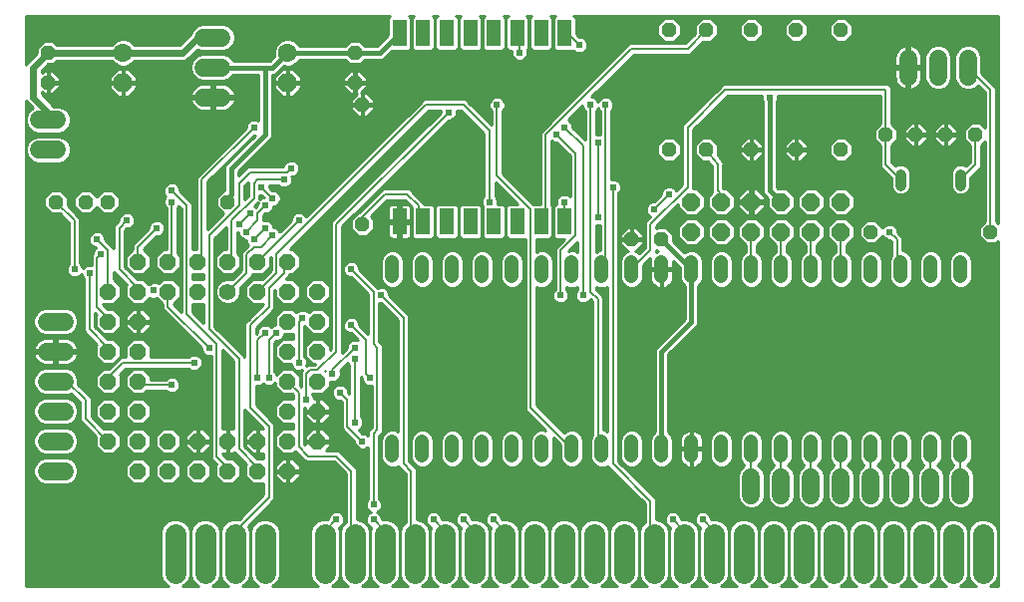
<source format=gtl>
G75*
%MOIN*%
%OFA0B0*%
%FSLAX24Y24*%
%IPPOS*%
%LPD*%
%AMOC8*
5,1,8,0,0,1.08239X$1,22.5*
%
%ADD10C,0.0360*%
%ADD11OC8,0.0480*%
%ADD12C,0.0480*%
%ADD13C,0.0600*%
%ADD14C,0.0550*%
%ADD15OC8,0.0550*%
%ADD16OC8,0.0630*%
%ADD17C,0.0630*%
%ADD18C,0.0700*%
%ADD19R,0.0472X0.0866*%
%ADD20OC8,0.0600*%
%ADD21C,0.0080*%
%ADD22C,0.0240*%
%ADD23C,0.0100*%
%ADD24R,0.0356X0.0356*%
%ADD25C,0.0240*%
%ADD26C,0.0160*%
D10*
X029600Y013745D02*
X029600Y014105D01*
X031600Y014105D02*
X031600Y013745D01*
D11*
X032600Y012175D03*
X028600Y012175D03*
X027600Y014925D03*
X029100Y015425D03*
X030100Y015425D03*
X031100Y015425D03*
X032100Y015425D03*
X027600Y018925D03*
X026100Y018925D03*
X024600Y018925D03*
X023100Y018925D03*
X021850Y018925D03*
X021850Y014925D03*
X023100Y014925D03*
X024600Y014925D03*
X026100Y014925D03*
X021600Y011925D03*
X020600Y011925D03*
X011600Y012425D03*
X007100Y013175D03*
X003100Y013175D03*
X002350Y013175D03*
X001350Y013175D03*
X001100Y017175D03*
X001100Y018175D03*
X011350Y018175D03*
X011350Y017175D03*
X011600Y016425D03*
D12*
X012600Y011165D02*
X012600Y010685D01*
X013600Y010685D02*
X013600Y011165D01*
X014600Y011165D02*
X014600Y010685D01*
X015600Y010685D02*
X015600Y011165D01*
X016600Y011165D02*
X016600Y010685D01*
X017600Y010685D02*
X017600Y011165D01*
X018600Y011165D02*
X018600Y010685D01*
X019600Y010685D02*
X019600Y011165D01*
X020600Y011165D02*
X020600Y010685D01*
X021600Y010685D02*
X021600Y011165D01*
X022600Y011165D02*
X022600Y010685D01*
X023600Y010685D02*
X023600Y011165D01*
X024600Y011165D02*
X024600Y010685D01*
X025600Y010685D02*
X025600Y011165D01*
X026600Y011165D02*
X026600Y010685D01*
X027600Y010685D02*
X027600Y011165D01*
X028600Y011165D02*
X028600Y010685D01*
X029600Y010685D02*
X029600Y011165D01*
X030600Y011165D02*
X030600Y010685D01*
X031600Y010685D02*
X031600Y011165D01*
X031600Y005165D02*
X031600Y004685D01*
X030600Y004685D02*
X030600Y005165D01*
X029600Y005165D02*
X029600Y004685D01*
X028600Y004685D02*
X028600Y005165D01*
X027600Y005165D02*
X027600Y004685D01*
X026600Y004685D02*
X026600Y005165D01*
X025600Y005165D02*
X025600Y004685D01*
X024600Y004685D02*
X024600Y005165D01*
X023600Y005165D02*
X023600Y004685D01*
X022600Y004685D02*
X022600Y005165D01*
X021600Y005165D02*
X021600Y004685D01*
X020600Y004685D02*
X020600Y005165D01*
X019600Y005165D02*
X019600Y004685D01*
X018600Y004685D02*
X018600Y005165D01*
X017600Y005165D02*
X017600Y004685D01*
X016600Y004685D02*
X016600Y005165D01*
X015600Y005165D02*
X015600Y004685D01*
X014600Y004685D02*
X014600Y005165D01*
X013600Y005165D02*
X013600Y004685D01*
X012600Y004685D02*
X012600Y005165D01*
D13*
X001650Y005175D02*
X001050Y005175D01*
X001050Y004175D02*
X001650Y004175D01*
X001650Y006175D02*
X001050Y006175D01*
X001050Y007175D02*
X001650Y007175D01*
X001650Y008175D02*
X001050Y008175D01*
X001050Y009175D02*
X001650Y009175D01*
X001400Y014925D02*
X000800Y014925D01*
X000800Y015925D02*
X001400Y015925D01*
X006300Y016675D02*
X006900Y016675D01*
X006900Y017675D02*
X006300Y017675D01*
X006300Y018675D02*
X006900Y018675D01*
X029850Y017975D02*
X029850Y017375D01*
X030850Y017375D02*
X030850Y017975D01*
X031850Y017975D02*
X031850Y017375D01*
X031600Y003975D02*
X031600Y003375D01*
X030600Y003375D02*
X030600Y003975D01*
X029600Y003975D02*
X029600Y003375D01*
X028600Y003375D02*
X028600Y003975D01*
X027600Y003975D02*
X027600Y003375D01*
X026600Y003375D02*
X026600Y003975D01*
X025600Y003975D02*
X025600Y003375D01*
X024600Y003375D02*
X024600Y003975D01*
D14*
X007100Y010175D03*
D15*
X006100Y010175D03*
X005100Y010175D03*
X004100Y010175D03*
X003100Y010175D03*
X003100Y009175D03*
X004100Y009175D03*
X004100Y008175D03*
X003100Y008175D03*
X003100Y007175D03*
X004100Y007175D03*
X004100Y006175D03*
X003100Y006175D03*
X003100Y005175D03*
X004100Y005175D03*
X005100Y005175D03*
X006100Y005175D03*
X007100Y005175D03*
X008100Y005175D03*
X009100Y005175D03*
X010100Y005175D03*
X010100Y006175D03*
X009100Y006175D03*
X009100Y007175D03*
X010100Y007175D03*
X010100Y008175D03*
X009100Y008175D03*
X009100Y009175D03*
X010100Y009175D03*
X010100Y010175D03*
X009100Y010175D03*
X008100Y010175D03*
X008100Y011175D03*
X007100Y011175D03*
X006100Y011175D03*
X005100Y011175D03*
X004100Y011175D03*
X009100Y011175D03*
X009100Y004175D03*
X008100Y004175D03*
X007100Y004175D03*
X006100Y004175D03*
X005100Y004175D03*
X004100Y004175D03*
D16*
X003600Y017175D03*
X009100Y017175D03*
D17*
X009100Y018175D03*
X003600Y018175D03*
D18*
X005350Y002075D02*
X005350Y000775D01*
X006350Y000775D02*
X006350Y002075D01*
X007350Y002075D02*
X007350Y000775D01*
X008350Y000775D02*
X008350Y002075D01*
X010350Y002075D02*
X010350Y000775D01*
X011350Y000775D02*
X011350Y002075D01*
X012350Y002075D02*
X012350Y000775D01*
X013350Y000775D02*
X013350Y002075D01*
X014350Y002075D02*
X014350Y000775D01*
X015350Y000775D02*
X015350Y002075D01*
X016350Y002075D02*
X016350Y000775D01*
X017350Y000775D02*
X017350Y002075D01*
X018350Y002075D02*
X018350Y000775D01*
X019350Y000775D02*
X019350Y002075D01*
X020350Y002075D02*
X020350Y000775D01*
X021350Y000775D02*
X021350Y002075D01*
X022350Y002075D02*
X022350Y000775D01*
X023350Y000775D02*
X023350Y002075D01*
X024350Y002075D02*
X024350Y000775D01*
X025350Y000775D02*
X025350Y002075D01*
X026350Y002075D02*
X026350Y000775D01*
X027350Y000775D02*
X027350Y002075D01*
X028350Y002075D02*
X028350Y000775D01*
X029350Y000775D02*
X029350Y002075D01*
X030350Y002075D02*
X030350Y000775D01*
X031350Y000775D02*
X031350Y002075D01*
X032350Y002075D02*
X032350Y000775D01*
D19*
X018356Y012526D03*
X017569Y012526D03*
X016781Y012526D03*
X015994Y012526D03*
X015206Y012526D03*
X014419Y012526D03*
X013631Y012526D03*
X012844Y012526D03*
X012844Y018825D03*
X013631Y018825D03*
X014419Y018825D03*
X015206Y018825D03*
X015994Y018825D03*
X016781Y018825D03*
X017569Y018825D03*
X018356Y018825D03*
D20*
X022600Y013175D03*
X023600Y013175D03*
X024600Y013175D03*
X025600Y013175D03*
X026600Y013175D03*
X027600Y013175D03*
X027600Y012175D03*
X026600Y012175D03*
X025600Y012175D03*
X024600Y012175D03*
X023600Y012175D03*
X022600Y012175D03*
D21*
X021850Y013425D02*
X021350Y012925D01*
X021225Y012425D02*
X022475Y013675D01*
X022475Y015675D01*
X023725Y016925D01*
X029100Y016925D01*
X029100Y015425D01*
X029100Y014425D01*
X029600Y013925D01*
X031600Y013925D02*
X032100Y014425D01*
X032100Y015425D01*
X032600Y016925D02*
X031850Y017675D01*
X032600Y016925D02*
X032600Y012175D01*
X029600Y010925D02*
X029475Y011050D01*
X029475Y011925D01*
X029225Y012175D01*
X027600Y012175D02*
X027600Y010925D01*
X026600Y010925D02*
X026600Y012175D01*
X025600Y012175D02*
X025600Y010925D01*
X024600Y010925D02*
X024600Y012175D01*
X023600Y013175D02*
X023600Y013425D01*
X023475Y013550D01*
X023475Y014425D01*
X023100Y014925D01*
X019975Y013675D02*
X019975Y004425D01*
X021225Y003175D01*
X021225Y001550D01*
X021350Y001425D01*
X022350Y001425D02*
X022350Y002175D01*
X021975Y002550D01*
X022975Y002550D02*
X023350Y002175D01*
X023350Y001425D01*
X024600Y003675D02*
X024600Y004925D01*
X025600Y004925D02*
X025600Y003675D01*
X026600Y003675D02*
X026600Y004925D01*
X027600Y004925D02*
X027600Y003675D01*
X028600Y003675D02*
X028600Y004925D01*
X029600Y004925D02*
X029600Y003675D01*
X030600Y003675D02*
X030600Y004925D01*
X031600Y004925D02*
X031600Y003675D01*
X019600Y004925D02*
X019475Y005050D01*
X019475Y009925D01*
X019225Y010175D01*
X019225Y016425D01*
X019725Y016425D02*
X019725Y011050D01*
X019600Y010925D01*
X020600Y010925D02*
X021225Y011550D01*
X021225Y012425D01*
X019475Y012675D02*
X019475Y015175D01*
X018975Y015050D02*
X018975Y010050D01*
X018225Y010050D02*
X018225Y011550D01*
X018725Y012050D01*
X018725Y014800D01*
X018100Y015425D01*
X018350Y015675D02*
X018975Y015050D01*
X017725Y015425D02*
X020600Y018300D01*
X022475Y018300D01*
X023100Y018925D01*
X018850Y018425D02*
X018475Y018800D01*
X018356Y018825D01*
X016850Y018800D02*
X016850Y018175D01*
X016850Y018800D02*
X016781Y018825D01*
X016100Y016425D02*
X016100Y014050D01*
X017225Y012925D01*
X017225Y006300D01*
X018600Y004925D01*
X015975Y002550D02*
X016350Y002175D01*
X016350Y001425D01*
X015350Y001425D02*
X015350Y002175D01*
X014975Y002550D01*
X014350Y002175D02*
X014350Y001425D01*
X013350Y001425D02*
X013225Y001550D01*
X013225Y004175D01*
X012975Y004425D01*
X012975Y009300D01*
X012225Y010050D01*
X011975Y010175D02*
X011975Y008425D01*
X012100Y008300D01*
X012100Y005550D01*
X011975Y005425D01*
X011975Y003050D01*
X011975Y002550D02*
X012350Y002175D01*
X012350Y001425D01*
X011350Y001425D02*
X011225Y001550D01*
X011225Y004175D01*
X010725Y004675D01*
X009788Y004675D01*
X009475Y004988D01*
X009475Y006800D01*
X009100Y007175D01*
X008475Y007300D02*
X008475Y008550D01*
X008725Y008800D01*
X008350Y008800D02*
X008100Y008550D01*
X008100Y007300D01*
X007475Y007925D02*
X007475Y004925D01*
X008100Y004300D01*
X008100Y004175D01*
X007100Y004175D02*
X007100Y004300D01*
X006725Y004675D01*
X006725Y008425D01*
X005725Y009425D01*
X005725Y013050D01*
X005225Y013550D01*
X005225Y013175D02*
X005225Y011300D01*
X005100Y011175D01*
X004100Y011175D02*
X004100Y011675D01*
X004725Y012300D01*
X003725Y012550D02*
X003475Y012300D01*
X003475Y010925D01*
X004100Y010300D01*
X004100Y010175D01*
X005100Y010175D02*
X005100Y009675D01*
X006475Y008300D01*
X006475Y008925D02*
X007475Y007925D01*
X006475Y008925D02*
X006475Y012050D01*
X007475Y013050D01*
X007475Y013800D01*
X007850Y014175D01*
X009100Y014175D01*
X009225Y014300D01*
X008975Y013925D02*
X008100Y013925D01*
X007975Y013800D01*
X007975Y013300D01*
X007225Y012550D01*
X007225Y011300D01*
X007100Y011175D01*
X007725Y011425D02*
X007725Y010800D01*
X007100Y010175D01*
X008100Y010175D02*
X008725Y010800D01*
X008725Y011425D01*
X013725Y016425D01*
X014975Y016425D01*
X015850Y015550D01*
X015850Y013175D01*
X017569Y012526D02*
X017600Y012550D01*
X017725Y012675D01*
X017725Y015425D01*
X014475Y016175D02*
X010725Y012425D01*
X010725Y008175D01*
X010100Y007550D01*
X009850Y007550D01*
X009725Y007425D01*
X009725Y006550D01*
X010850Y006800D02*
X011100Y006550D01*
X011100Y005675D01*
X011600Y005175D01*
X011350Y005800D02*
X011350Y007925D01*
X011350Y008300D02*
X010600Y007550D01*
X010600Y007425D01*
X009475Y007800D02*
X009475Y009175D01*
X009600Y009300D01*
X008475Y009675D02*
X007850Y009050D01*
X007850Y006300D01*
X008475Y005675D01*
X008475Y003300D01*
X007350Y002175D01*
X007350Y001425D01*
X010350Y001425D02*
X010350Y002175D01*
X010725Y002550D01*
X013975Y002550D02*
X014350Y002175D01*
X011850Y007300D02*
X011725Y007425D01*
X011725Y008550D01*
X011225Y009050D01*
X011975Y010175D02*
X011225Y010925D01*
X009100Y011175D02*
X008975Y011050D01*
X008975Y010800D01*
X008475Y010300D01*
X008475Y009675D01*
X008100Y011175D02*
X009475Y012550D01*
X008600Y012050D02*
X008225Y011675D01*
X007975Y011675D01*
X007725Y011425D01*
X007975Y011925D02*
X008350Y012300D01*
X008100Y012550D02*
X007725Y012175D01*
X007475Y012425D02*
X007850Y012800D01*
X008100Y012800D02*
X008100Y012550D01*
X008100Y012800D02*
X008350Y013050D01*
X008600Y013300D02*
X008225Y013675D01*
X007975Y015675D02*
X006225Y013925D01*
X006225Y011300D01*
X006100Y011175D01*
X003100Y011550D02*
X003100Y010175D01*
X002725Y009675D02*
X003100Y009300D01*
X003100Y009175D01*
X002475Y008925D02*
X003100Y008300D01*
X003100Y008175D01*
X003600Y007800D02*
X003100Y007300D01*
X003100Y007175D01*
X003600Y007800D02*
X005975Y007800D01*
X005225Y007050D02*
X004100Y007050D01*
X004100Y007175D01*
X002350Y006550D02*
X001725Y007175D01*
X001350Y007175D01*
X002350Y006550D02*
X002350Y005925D01*
X003100Y005175D01*
X002475Y008925D02*
X002475Y010800D01*
X001975Y010925D02*
X001975Y012550D01*
X001350Y013175D01*
X002725Y011925D02*
X003100Y011550D01*
X002850Y011425D02*
X002725Y011300D01*
X002725Y009675D01*
X011600Y012425D02*
X011600Y012675D01*
X012350Y013425D01*
X013100Y013425D01*
X013475Y013050D01*
X013475Y012675D01*
X013600Y012550D01*
X013631Y012526D01*
X018350Y012550D02*
X018356Y012526D01*
X018350Y012550D02*
X018350Y013175D01*
D22*
X018350Y013175D03*
X019475Y012675D03*
X019975Y013675D03*
X021350Y012925D03*
X021850Y013425D03*
X019475Y015175D03*
X018350Y015675D03*
X018100Y015425D03*
X019225Y016425D03*
X019725Y016425D03*
X016850Y018175D03*
X018850Y018425D03*
X016100Y016425D03*
X014475Y016175D03*
X015850Y013175D03*
X011225Y010925D03*
X012225Y010050D03*
X011225Y009050D03*
X011350Y008300D03*
X011350Y007925D03*
X011850Y007300D03*
X010850Y006800D03*
X010600Y007425D03*
X009475Y007800D03*
X008475Y007300D03*
X008100Y007300D03*
X009725Y006550D03*
X011350Y005800D03*
X011600Y005175D03*
X011975Y003050D03*
X011975Y002550D03*
X010725Y002550D03*
X013975Y002550D03*
X014975Y002550D03*
X015975Y002550D03*
X021975Y002550D03*
X022975Y002550D03*
X018975Y010050D03*
X018225Y010050D03*
X009600Y009300D03*
X008725Y008800D03*
X008350Y008800D03*
X006475Y008300D03*
X005975Y007800D03*
X005225Y007050D03*
X004628Y010215D03*
X002475Y010800D03*
X001975Y010925D03*
X002850Y011425D03*
X002725Y011925D03*
X003725Y012550D03*
X004725Y012300D03*
X005225Y013175D03*
X005225Y013550D03*
X007475Y012425D03*
X007725Y012175D03*
X007975Y011925D03*
X008600Y012050D03*
X008350Y012300D03*
X007850Y012800D03*
X008350Y013050D03*
X008600Y013300D03*
X008225Y013675D03*
X008975Y013925D03*
X009225Y014300D03*
X007975Y015675D03*
X009475Y012550D03*
X025225Y016675D03*
X029225Y012175D03*
D23*
X000350Y016573D02*
X000350Y000325D01*
X005130Y000325D01*
X005067Y000351D01*
X004926Y000492D01*
X004850Y000676D01*
X004850Y002175D01*
X004926Y002359D01*
X005067Y002499D01*
X005251Y002575D01*
X005449Y002575D01*
X005633Y002499D01*
X005774Y002359D01*
X005850Y002175D01*
X005850Y000676D01*
X005774Y000492D01*
X005633Y000351D01*
X005570Y000325D01*
X006130Y000325D01*
X006067Y000351D01*
X005926Y000492D01*
X005850Y000676D01*
X005850Y002175D01*
X005926Y002359D01*
X006067Y002499D01*
X006251Y002575D01*
X006449Y002575D01*
X006633Y002499D01*
X006774Y002359D01*
X006850Y002175D01*
X006850Y000676D01*
X006774Y000492D01*
X006633Y000351D01*
X006570Y000325D01*
X007130Y000325D01*
X007067Y000351D01*
X006926Y000492D01*
X006850Y000676D01*
X006850Y002175D01*
X006926Y002359D01*
X007067Y002499D01*
X007251Y002575D01*
X007449Y002575D01*
X007472Y002566D01*
X008285Y003379D01*
X008285Y003759D01*
X008276Y003750D01*
X007924Y003750D01*
X007675Y003999D01*
X007675Y004351D01*
X007728Y004404D01*
X007329Y004803D01*
X007276Y004750D01*
X007130Y004750D01*
X007130Y005145D01*
X007070Y005145D01*
X007070Y004750D01*
X006924Y004750D01*
X006915Y004759D01*
X006915Y004754D01*
X007069Y004600D01*
X007276Y004600D01*
X007525Y004351D01*
X007525Y003999D01*
X007276Y003750D01*
X006924Y003750D01*
X006675Y003999D01*
X006675Y004351D01*
X006728Y004404D01*
X006535Y004597D01*
X006535Y008033D01*
X006529Y008030D01*
X006421Y008030D01*
X006322Y008071D01*
X006246Y008147D01*
X006205Y008247D01*
X006205Y008302D01*
X005021Y009485D01*
X004910Y009597D01*
X004910Y009764D01*
X004715Y009959D01*
X004681Y009945D01*
X004574Y009945D01*
X004501Y009975D01*
X004276Y009750D01*
X003924Y009750D01*
X003675Y009999D01*
X003675Y010351D01*
X003728Y010404D01*
X003290Y010842D01*
X003290Y010586D01*
X003525Y010351D01*
X003525Y009999D01*
X003276Y009750D01*
X002924Y009750D01*
X002915Y009759D01*
X002915Y009754D01*
X003069Y009600D01*
X003276Y009600D01*
X003525Y009351D01*
X003525Y008999D01*
X003276Y008750D01*
X002924Y008750D01*
X002675Y008999D01*
X002675Y009351D01*
X002728Y009404D01*
X002665Y009467D01*
X002665Y009004D01*
X003069Y008600D01*
X003276Y008600D01*
X003525Y008351D01*
X003675Y008351D01*
X003675Y007999D01*
X003684Y007990D01*
X003521Y007990D01*
X003131Y007600D01*
X002924Y007600D01*
X002675Y007351D01*
X002675Y006999D01*
X002924Y006750D01*
X003276Y006750D01*
X003525Y006999D01*
X003525Y007351D01*
X003472Y007404D01*
X003679Y007610D01*
X005783Y007610D01*
X005822Y007571D01*
X005921Y007530D01*
X006029Y007530D01*
X006128Y007571D01*
X006204Y007647D01*
X006245Y007747D01*
X006245Y007854D01*
X006204Y007953D01*
X006128Y008029D01*
X006029Y008070D01*
X005921Y008070D01*
X005822Y008029D01*
X005783Y007990D01*
X004516Y007990D01*
X004525Y007999D01*
X004525Y008351D01*
X006156Y008351D01*
X006205Y008252D02*
X004525Y008252D01*
X004525Y008154D02*
X006243Y008154D01*
X006361Y008055D02*
X006065Y008055D01*
X006200Y007957D02*
X006535Y007957D01*
X006535Y007858D02*
X006243Y007858D01*
X006245Y007760D02*
X006535Y007760D01*
X006535Y007661D02*
X006210Y007661D01*
X006107Y007563D02*
X006535Y007563D01*
X006535Y007464D02*
X004412Y007464D01*
X004511Y007366D02*
X006535Y007366D01*
X006535Y007267D02*
X005390Y007267D01*
X005378Y007279D02*
X005454Y007203D01*
X005495Y007104D01*
X005495Y006997D01*
X005454Y006897D01*
X005378Y006821D01*
X005279Y006780D01*
X005171Y006780D01*
X005072Y006821D01*
X005033Y006860D01*
X004386Y006860D01*
X004276Y006750D01*
X003924Y006750D01*
X003675Y006999D01*
X003675Y007351D01*
X003924Y007600D01*
X004276Y007600D01*
X004525Y007351D01*
X004525Y007240D01*
X005033Y007240D01*
X005072Y007279D01*
X005171Y007320D01*
X005279Y007320D01*
X005378Y007279D01*
X005468Y007169D02*
X006535Y007169D01*
X006535Y007070D02*
X005495Y007070D01*
X005485Y006972D02*
X006535Y006972D01*
X006535Y006873D02*
X005430Y006873D01*
X005060Y007267D02*
X004525Y007267D01*
X004314Y007563D02*
X005843Y007563D01*
X005885Y008055D02*
X004525Y008055D01*
X004525Y008351D02*
X004276Y008600D01*
X003924Y008600D01*
X003675Y008351D01*
X003675Y008252D02*
X003525Y008252D01*
X003525Y008154D02*
X003675Y008154D01*
X003675Y008055D02*
X003525Y008055D01*
X003525Y007999D02*
X003276Y007750D01*
X002924Y007750D01*
X002675Y007999D01*
X002675Y008351D01*
X002066Y008351D01*
X002067Y008348D02*
X002035Y008411D01*
X001993Y008468D01*
X001943Y008519D01*
X001886Y008560D01*
X001823Y008592D01*
X001755Y008614D01*
X001685Y008625D01*
X001400Y008625D01*
X001400Y008225D01*
X002098Y008225D01*
X002089Y008281D01*
X002067Y008348D01*
X002093Y008252D02*
X002675Y008252D01*
X002675Y008154D02*
X001400Y008154D01*
X001400Y008125D02*
X001400Y008225D01*
X001300Y008225D01*
X001300Y008125D01*
X001400Y008125D01*
X001400Y007725D01*
X001685Y007725D01*
X001755Y007736D01*
X001823Y007758D01*
X001886Y007790D01*
X001943Y007832D01*
X001993Y007882D01*
X002035Y007939D01*
X002067Y008003D01*
X002089Y008070D01*
X002098Y008125D01*
X001400Y008125D01*
X001400Y008055D02*
X001300Y008055D01*
X001300Y008125D02*
X001300Y007725D01*
X001015Y007725D01*
X000945Y007736D01*
X000877Y007758D01*
X000814Y007790D01*
X000757Y007832D01*
X000707Y007882D01*
X000665Y007939D01*
X000633Y008003D01*
X000611Y008070D01*
X000602Y008125D01*
X001300Y008125D01*
X001300Y008154D02*
X000350Y008154D01*
X000350Y008252D02*
X000607Y008252D01*
X000602Y008225D02*
X000611Y008281D01*
X000633Y008348D01*
X000665Y008411D01*
X000707Y008468D01*
X000757Y008519D01*
X000814Y008560D01*
X000877Y008592D01*
X000945Y008614D01*
X001015Y008625D01*
X001300Y008625D01*
X001300Y008225D01*
X000602Y008225D01*
X000634Y008351D02*
X000350Y008351D01*
X000350Y008449D02*
X000693Y008449D01*
X000797Y008548D02*
X000350Y008548D01*
X000350Y008646D02*
X002485Y008646D01*
X002584Y008548D02*
X001903Y008548D01*
X002007Y008449D02*
X002682Y008449D01*
X002728Y008404D02*
X002675Y008351D01*
X002728Y008404D02*
X002285Y008847D01*
X002285Y010608D01*
X002246Y010647D01*
X002205Y010747D01*
X002205Y010775D01*
X002204Y010772D01*
X002128Y010696D01*
X002029Y010655D01*
X001921Y010655D01*
X001822Y010696D01*
X001746Y010772D01*
X001705Y010872D01*
X001705Y010979D01*
X001746Y011078D01*
X001785Y011117D01*
X001785Y012472D01*
X001471Y012785D01*
X001188Y012785D01*
X000960Y013014D01*
X000960Y013337D01*
X001188Y013565D01*
X001512Y013565D01*
X001740Y013337D01*
X001740Y013054D01*
X002054Y012740D01*
X002165Y012629D01*
X002165Y011117D01*
X002204Y011078D01*
X002245Y010979D01*
X002245Y010951D01*
X002246Y010953D01*
X002322Y011029D01*
X002421Y011070D01*
X002529Y011070D01*
X002535Y011068D01*
X002535Y011379D01*
X002580Y011424D01*
X002580Y011479D01*
X002621Y011578D01*
X002697Y011654D01*
X002700Y011655D01*
X002671Y011655D01*
X002572Y011696D01*
X002496Y011772D01*
X002455Y011872D01*
X002455Y011979D01*
X002496Y012078D01*
X002572Y012154D01*
X002671Y012195D01*
X002779Y012195D01*
X002878Y012154D01*
X002954Y012078D01*
X002995Y011979D01*
X002995Y011924D01*
X003179Y011740D01*
X003285Y011634D01*
X003285Y012379D01*
X003396Y012490D01*
X003396Y012490D01*
X003455Y012549D01*
X003455Y012604D01*
X003496Y012703D01*
X003572Y012779D01*
X003671Y012820D01*
X003779Y012820D01*
X003878Y012779D01*
X003954Y012703D01*
X003995Y012604D01*
X003995Y012497D01*
X003954Y012397D01*
X003878Y012321D01*
X003779Y012280D01*
X003724Y012280D01*
X003665Y012222D01*
X003665Y011004D01*
X004069Y010600D01*
X004276Y010600D01*
X004454Y010423D01*
X004475Y010444D01*
X004574Y010485D01*
X004681Y010485D01*
X004771Y010447D01*
X004924Y010600D01*
X005276Y010600D01*
X005525Y010351D01*
X005525Y009999D01*
X005290Y009764D01*
X005290Y009754D01*
X005535Y009509D01*
X005535Y012972D01*
X005463Y013044D01*
X005454Y013022D01*
X005415Y012983D01*
X005415Y011461D01*
X005525Y011351D01*
X005525Y010999D01*
X005276Y010750D01*
X004924Y010750D01*
X004675Y010999D01*
X004675Y011351D01*
X004924Y011600D01*
X005035Y011600D01*
X005035Y012983D01*
X004996Y013022D01*
X004955Y013122D01*
X004955Y013229D01*
X004996Y013328D01*
X005031Y013363D01*
X004996Y013397D01*
X004955Y013497D01*
X004955Y013604D01*
X004996Y013703D01*
X005072Y013779D01*
X005171Y013820D01*
X005279Y013820D01*
X005378Y013779D01*
X005454Y013703D01*
X005495Y013604D01*
X005495Y013549D01*
X005804Y013240D01*
X005915Y013129D01*
X005915Y011591D01*
X005924Y011600D01*
X006035Y011600D01*
X006035Y014004D01*
X007705Y015674D01*
X007705Y015729D01*
X007746Y015828D01*
X007822Y015904D01*
X007921Y015945D01*
X008029Y015945D01*
X008120Y015907D01*
X008120Y017445D01*
X007292Y017445D01*
X007281Y017420D01*
X007155Y017294D01*
X006990Y017225D01*
X006210Y017225D01*
X006045Y017294D01*
X005919Y017420D01*
X005850Y017586D01*
X005850Y017765D01*
X005919Y017930D01*
X006045Y018057D01*
X006210Y018125D01*
X006990Y018125D01*
X007155Y018057D01*
X007281Y017930D01*
X007292Y017905D01*
X008505Y017905D01*
X008649Y018049D01*
X008635Y018083D01*
X008635Y018268D01*
X008706Y018439D01*
X008837Y018570D01*
X009008Y018640D01*
X009192Y018640D01*
X009363Y018570D01*
X009494Y018439D01*
X009508Y018405D01*
X011028Y018405D01*
X011188Y018565D01*
X011512Y018565D01*
X011672Y018405D01*
X012099Y018405D01*
X012458Y018764D01*
X012458Y019320D01*
X012533Y019395D01*
X000350Y019395D01*
X000350Y017777D01*
X000371Y017828D01*
X000447Y017904D01*
X000710Y018167D01*
X000710Y018337D01*
X000938Y018565D01*
X001262Y018565D01*
X001382Y018445D01*
X003212Y018445D01*
X003337Y018570D01*
X003508Y018640D01*
X003692Y018640D01*
X003863Y018570D01*
X003988Y018445D01*
X005488Y018445D01*
X005871Y018828D01*
X005880Y018837D01*
X005919Y018930D01*
X006045Y019057D01*
X006210Y019125D01*
X006990Y019125D01*
X007155Y019057D01*
X007281Y018930D01*
X007350Y018765D01*
X007350Y018586D01*
X007281Y018420D01*
X007155Y018294D01*
X006990Y018225D01*
X006210Y018225D01*
X006084Y018278D01*
X005753Y017946D01*
X005654Y017905D01*
X005908Y017905D01*
X005867Y017807D02*
X003889Y017807D01*
X003863Y017781D02*
X003988Y017905D01*
X005654Y017905D01*
X005810Y018004D02*
X005992Y018004D01*
X005909Y018102D02*
X006155Y018102D01*
X006007Y018201D02*
X008635Y018201D01*
X008635Y018102D02*
X007045Y018102D01*
X007208Y018004D02*
X008603Y018004D01*
X008505Y017905D02*
X007292Y017905D01*
X007160Y018299D02*
X008648Y018299D01*
X008689Y018398D02*
X007259Y018398D01*
X007313Y018496D02*
X008763Y018496D01*
X008898Y018595D02*
X007350Y018595D01*
X007350Y018693D02*
X012387Y018693D01*
X012458Y018792D02*
X007339Y018792D01*
X007298Y018890D02*
X012458Y018890D01*
X012458Y018989D02*
X007223Y018989D01*
X007081Y019087D02*
X012458Y019087D01*
X012458Y019186D02*
X000350Y019186D01*
X000350Y019284D02*
X012458Y019284D01*
X012521Y019383D02*
X000350Y019383D01*
X000350Y019087D02*
X006119Y019087D01*
X005977Y018989D02*
X000350Y018989D01*
X000350Y018890D02*
X005902Y018890D01*
X005835Y018792D02*
X000350Y018792D01*
X000350Y018693D02*
X005736Y018693D01*
X005638Y018595D02*
X003802Y018595D01*
X003937Y018496D02*
X005539Y018496D01*
X005850Y017708D02*
X001015Y017708D01*
X001092Y017785D02*
X001262Y017785D01*
X001382Y017905D01*
X003212Y017905D01*
X003337Y017781D01*
X003508Y017710D01*
X003692Y017710D01*
X003863Y017781D01*
X003793Y017640D02*
X003630Y017640D01*
X003630Y017205D01*
X004065Y017205D01*
X004065Y017368D01*
X003793Y017640D01*
X003823Y017610D02*
X005850Y017610D01*
X005881Y017511D02*
X003922Y017511D01*
X004020Y017413D02*
X005926Y017413D01*
X006025Y017314D02*
X004065Y017314D01*
X004065Y017216D02*
X008120Y017216D01*
X008120Y017314D02*
X007175Y017314D01*
X007274Y017413D02*
X008120Y017413D01*
X008120Y017117D02*
X006986Y017117D01*
X007005Y017114D02*
X006935Y017125D01*
X006650Y017125D01*
X006650Y016725D01*
X007348Y016725D01*
X007339Y016781D01*
X007317Y016848D01*
X007285Y016911D01*
X007243Y016968D01*
X007193Y017019D01*
X008120Y017019D01*
X008120Y016920D02*
X007278Y016920D01*
X007326Y016822D02*
X008120Y016822D01*
X008120Y016723D02*
X006650Y016723D01*
X006650Y016725D02*
X006650Y016625D01*
X006550Y016625D01*
X006650Y016625D01*
X006650Y016225D01*
X006935Y016225D01*
X007005Y016236D01*
X007073Y016258D01*
X007136Y016290D01*
X007193Y016332D01*
X007243Y016382D01*
X007285Y016439D01*
X007317Y016503D01*
X007339Y016570D01*
X007348Y016625D01*
X008120Y016625D01*
X008120Y016526D02*
X007325Y016526D01*
X007348Y016625D02*
X006650Y016625D01*
X006650Y016526D02*
X006550Y016526D01*
X006550Y016428D02*
X006650Y016428D01*
X006650Y016329D02*
X006550Y016329D01*
X006550Y016231D02*
X006650Y016231D01*
X006550Y016225D02*
X006550Y016625D01*
X005852Y016625D01*
X001032Y016625D01*
X000934Y016723D02*
X003394Y016723D01*
X003407Y016710D02*
X003135Y016983D01*
X003135Y017145D01*
X003570Y017145D01*
X003630Y017145D01*
X003630Y016710D01*
X003793Y016710D01*
X004065Y016983D01*
X004065Y017145D01*
X003630Y017145D01*
X003630Y017205D01*
X003570Y017205D01*
X003570Y017145D01*
X003570Y016710D01*
X003407Y016710D01*
X003296Y016822D02*
X001298Y016822D01*
X001262Y016785D02*
X001490Y017014D01*
X001490Y017145D01*
X001130Y017145D01*
X001130Y016785D01*
X001262Y016785D01*
X001130Y016822D02*
X001070Y016822D01*
X001070Y016785D02*
X001070Y017145D01*
X001130Y017145D01*
X001130Y017205D01*
X001490Y017205D01*
X001490Y017337D01*
X001262Y017565D01*
X001130Y017565D01*
X001130Y017205D01*
X001070Y017205D01*
X001070Y017565D01*
X000938Y017565D01*
X000870Y017497D01*
X000870Y017563D01*
X001092Y017785D01*
X001283Y017807D02*
X003311Y017807D01*
X003407Y017640D02*
X003135Y017368D01*
X003135Y017205D01*
X003570Y017205D01*
X003570Y017640D01*
X003407Y017640D01*
X003377Y017610D02*
X000916Y017610D01*
X000885Y017511D02*
X000870Y017511D01*
X001070Y017511D02*
X001130Y017511D01*
X001130Y017413D02*
X001070Y017413D01*
X001070Y017314D02*
X001130Y017314D01*
X001130Y017216D02*
X001070Y017216D01*
X001070Y017117D02*
X001130Y017117D01*
X001130Y017019D02*
X001070Y017019D01*
X001070Y016920D02*
X001130Y016920D01*
X001070Y016785D02*
X000938Y016785D01*
X000870Y016854D01*
X000870Y016787D01*
X001253Y016404D01*
X001282Y016375D01*
X001490Y016375D01*
X001655Y016307D01*
X001781Y016180D01*
X001850Y016015D01*
X001850Y015836D01*
X001781Y015670D01*
X001655Y015544D01*
X001490Y015475D01*
X000710Y015475D01*
X000545Y015544D01*
X000419Y015670D01*
X000350Y015836D01*
X000350Y016015D01*
X000419Y016180D01*
X000545Y016307D01*
X000574Y016319D01*
X000371Y016522D01*
X000350Y016573D01*
X000350Y016526D02*
X000369Y016526D01*
X000350Y016428D02*
X000466Y016428D01*
X000564Y016329D02*
X000350Y016329D01*
X000350Y016231D02*
X000469Y016231D01*
X000399Y016132D02*
X000350Y016132D01*
X000350Y016034D02*
X000358Y016034D01*
X000350Y015935D02*
X000350Y015935D01*
X000350Y015837D02*
X000350Y015837D01*
X000350Y015738D02*
X000390Y015738D01*
X000350Y015640D02*
X000449Y015640D01*
X000350Y015541D02*
X000551Y015541D01*
X000636Y015344D02*
X000350Y015344D01*
X000350Y015246D02*
X000484Y015246D01*
X000545Y015307D02*
X000419Y015180D01*
X000350Y015015D01*
X000350Y014836D01*
X000419Y014670D01*
X000545Y014544D01*
X000710Y014475D01*
X001490Y014475D01*
X001655Y014544D01*
X001781Y014670D01*
X001850Y014836D01*
X001850Y015015D01*
X001781Y015180D01*
X001655Y015307D01*
X001490Y015375D01*
X000710Y015375D01*
X000545Y015307D01*
X000405Y015147D02*
X000350Y015147D01*
X000350Y015049D02*
X000364Y015049D01*
X000350Y014950D02*
X000350Y014950D01*
X000350Y014852D02*
X000350Y014852D01*
X000350Y014753D02*
X000384Y014753D01*
X000350Y014655D02*
X000434Y014655D01*
X000350Y014556D02*
X000533Y014556D01*
X000350Y014458D02*
X006489Y014458D01*
X006587Y014556D02*
X001667Y014556D01*
X001766Y014655D02*
X006686Y014655D01*
X006784Y014753D02*
X001816Y014753D01*
X001850Y014852D02*
X006883Y014852D01*
X006981Y014950D02*
X001850Y014950D01*
X001836Y015049D02*
X007080Y015049D01*
X007178Y015147D02*
X001795Y015147D01*
X001716Y015246D02*
X007277Y015246D01*
X007375Y015344D02*
X001564Y015344D01*
X001649Y015541D02*
X007572Y015541D01*
X007474Y015443D02*
X000350Y015443D01*
X001751Y015640D02*
X007671Y015640D01*
X007709Y015738D02*
X001810Y015738D01*
X001850Y015837D02*
X007755Y015837D01*
X007897Y015935D02*
X001850Y015935D01*
X001842Y016034D02*
X008120Y016034D01*
X008120Y016132D02*
X001801Y016132D01*
X001731Y016231D02*
X006230Y016231D01*
X006265Y016225D02*
X006550Y016225D01*
X006265Y016225D02*
X006195Y016236D01*
X006127Y016258D01*
X006064Y016290D01*
X006007Y016332D01*
X005957Y016382D01*
X005915Y016439D01*
X005883Y016503D01*
X005861Y016570D01*
X005852Y016625D01*
X005852Y016725D02*
X006550Y016725D01*
X006550Y016625D01*
X006550Y016723D02*
X003806Y016723D01*
X003904Y016822D02*
X005874Y016822D01*
X005883Y016848D02*
X005861Y016781D01*
X005852Y016725D01*
X005883Y016848D02*
X005915Y016911D01*
X005957Y016968D01*
X006007Y017019D01*
X004065Y017019D01*
X004065Y017117D02*
X006214Y017117D01*
X006195Y017114D02*
X006127Y017092D01*
X006064Y017060D01*
X006007Y017019D01*
X005922Y016920D02*
X004003Y016920D01*
X003630Y016920D02*
X003570Y016920D01*
X003570Y016822D02*
X003630Y016822D01*
X003630Y016723D02*
X003570Y016723D01*
X003570Y017019D02*
X003630Y017019D01*
X003630Y017117D02*
X003570Y017117D01*
X003570Y017216D02*
X003630Y017216D01*
X003630Y017314D02*
X003570Y017314D01*
X003570Y017413D02*
X003630Y017413D01*
X003630Y017511D02*
X003570Y017511D01*
X003570Y017610D02*
X003630Y017610D01*
X003278Y017511D02*
X001315Y017511D01*
X001414Y017413D02*
X003180Y017413D01*
X003135Y017314D02*
X001490Y017314D01*
X001490Y017216D02*
X003135Y017216D01*
X003135Y017117D02*
X001490Y017117D01*
X001490Y017019D02*
X003135Y017019D01*
X003197Y016920D02*
X001397Y016920D01*
X001131Y016526D02*
X005875Y016526D01*
X005924Y016428D02*
X001229Y016428D01*
X001600Y016329D02*
X006011Y016329D01*
X006550Y016725D02*
X006550Y017125D01*
X006265Y017125D01*
X006195Y017114D01*
X006550Y017117D02*
X006650Y017117D01*
X006650Y017019D02*
X006550Y017019D01*
X006550Y016920D02*
X006650Y016920D01*
X006650Y016822D02*
X006550Y016822D01*
X006550Y016725D02*
X006650Y016725D01*
X007073Y017092D02*
X007136Y017060D01*
X007193Y017019D01*
X007073Y017092D02*
X007005Y017114D01*
X007276Y016428D02*
X008120Y016428D01*
X008120Y016329D02*
X007189Y016329D01*
X006970Y016231D02*
X008120Y016231D01*
X008120Y015935D02*
X008053Y015935D01*
X008580Y015935D02*
X012966Y015935D01*
X012868Y015837D02*
X008580Y015837D01*
X008580Y015738D02*
X012769Y015738D01*
X012671Y015640D02*
X008580Y015640D01*
X008580Y015541D02*
X012572Y015541D01*
X012474Y015443D02*
X008580Y015443D01*
X008580Y015344D02*
X012375Y015344D01*
X012277Y015246D02*
X008496Y015246D01*
X008580Y015330D02*
X008580Y017445D01*
X008695Y017445D01*
X008974Y017724D01*
X009008Y017710D01*
X009192Y017710D01*
X009363Y017781D01*
X009494Y017912D01*
X009508Y017945D01*
X011028Y017945D01*
X011188Y017785D01*
X011512Y017785D01*
X011672Y017945D01*
X012290Y017945D01*
X012586Y018242D01*
X013142Y018242D01*
X013230Y018330D01*
X013230Y019320D01*
X013155Y019395D01*
X013321Y019395D01*
X013245Y019320D01*
X013245Y018330D01*
X013333Y018242D01*
X013930Y018242D01*
X014018Y018330D01*
X014018Y019320D01*
X013942Y019395D01*
X014108Y019395D01*
X014033Y019320D01*
X014033Y018330D01*
X014121Y018242D01*
X014717Y018242D01*
X014805Y018330D01*
X014805Y019320D01*
X014730Y019395D01*
X014895Y019395D01*
X014820Y019320D01*
X014820Y018330D01*
X014908Y018242D01*
X015505Y018242D01*
X015593Y018330D01*
X015593Y019320D01*
X015517Y019395D01*
X015683Y019395D01*
X015607Y019320D01*
X015607Y018330D01*
X015695Y018242D01*
X016292Y018242D01*
X016380Y018330D01*
X016380Y019320D01*
X016305Y019395D01*
X016470Y019395D01*
X016395Y019320D01*
X016395Y018330D01*
X016483Y018242D01*
X016585Y018242D01*
X016580Y018229D01*
X016580Y018122D01*
X016621Y018022D01*
X016697Y017946D01*
X016796Y017905D01*
X011632Y017905D01*
X011533Y017807D02*
X019838Y017807D01*
X019936Y017905D02*
X016904Y017905D01*
X017003Y017946D01*
X017079Y018022D01*
X017120Y018122D01*
X017120Y018229D01*
X017104Y018267D01*
X017167Y018330D01*
X017167Y019320D01*
X017092Y019395D01*
X017258Y019395D01*
X017182Y019320D01*
X017182Y018330D01*
X017270Y018242D01*
X017867Y018242D01*
X017955Y018330D01*
X017955Y019320D01*
X017879Y019395D01*
X018045Y019395D01*
X017970Y019320D01*
X017970Y018330D01*
X018058Y018242D01*
X018652Y018242D01*
X018697Y018196D01*
X018796Y018155D01*
X018904Y018155D01*
X019003Y018196D01*
X019079Y018272D01*
X019120Y018372D01*
X019120Y018479D01*
X019079Y018578D01*
X019003Y018654D01*
X018904Y018695D01*
X018849Y018695D01*
X018742Y018802D01*
X018742Y019320D01*
X018667Y019395D01*
X032850Y019395D01*
X032850Y012477D01*
X032790Y012537D01*
X032790Y017004D01*
X032300Y017494D01*
X032300Y018065D01*
X032231Y018230D01*
X032105Y018357D01*
X031940Y018425D01*
X031760Y018425D01*
X031595Y018357D01*
X031469Y018230D01*
X031400Y018065D01*
X031400Y017286D01*
X031469Y017120D01*
X031595Y016994D01*
X031760Y016925D01*
X031940Y016925D01*
X032105Y016994D01*
X032184Y017073D01*
X032410Y016847D01*
X032410Y015667D01*
X032262Y015815D01*
X031938Y015815D01*
X031710Y015587D01*
X031710Y015264D01*
X031910Y015064D01*
X031910Y014504D01*
X031789Y014383D01*
X031787Y014385D01*
X031666Y014435D01*
X031534Y014435D01*
X031413Y014385D01*
X031320Y014292D01*
X031270Y014171D01*
X031270Y013680D01*
X031320Y013558D01*
X031413Y013466D01*
X031534Y013415D01*
X031666Y013415D01*
X031787Y013466D01*
X031880Y013558D01*
X031930Y013680D01*
X031930Y013987D01*
X032179Y014235D01*
X032290Y014347D01*
X032290Y015064D01*
X032410Y015184D01*
X032410Y012537D01*
X032210Y012337D01*
X032210Y012014D01*
X032438Y011785D01*
X032762Y011785D01*
X032850Y011874D01*
X032850Y000325D01*
X032570Y000325D01*
X032633Y000351D01*
X032774Y000492D01*
X032850Y000676D01*
X032850Y002175D01*
X032774Y002359D01*
X032633Y002499D01*
X032449Y002575D01*
X032251Y002575D01*
X032067Y002499D01*
X031926Y002359D01*
X031850Y002175D01*
X031774Y002359D01*
X031633Y002499D01*
X031449Y002575D01*
X031251Y002575D01*
X031067Y002499D01*
X030926Y002359D01*
X030850Y002175D01*
X030774Y002359D01*
X030633Y002499D01*
X030449Y002575D01*
X030251Y002575D01*
X030067Y002499D01*
X029926Y002359D01*
X029850Y002175D01*
X029774Y002359D01*
X029633Y002499D01*
X029449Y002575D01*
X029251Y002575D01*
X029067Y002499D01*
X028926Y002359D01*
X028850Y002175D01*
X028774Y002359D01*
X028633Y002499D01*
X028449Y002575D01*
X028251Y002575D01*
X028067Y002499D01*
X027926Y002359D01*
X027850Y002175D01*
X027774Y002359D01*
X027633Y002499D01*
X027449Y002575D01*
X027251Y002575D01*
X027067Y002499D01*
X026926Y002359D01*
X026850Y002175D01*
X026774Y002359D01*
X026633Y002499D01*
X026449Y002575D01*
X026251Y002575D01*
X026067Y002499D01*
X025926Y002359D01*
X025850Y002175D01*
X025774Y002359D01*
X025633Y002499D01*
X025449Y002575D01*
X025251Y002575D01*
X025067Y002499D01*
X024926Y002359D01*
X024850Y002175D01*
X024774Y002359D01*
X024633Y002499D01*
X024449Y002575D01*
X024251Y002575D01*
X024067Y002499D01*
X023926Y002359D01*
X023850Y002175D01*
X023774Y002359D01*
X023633Y002499D01*
X023449Y002575D01*
X023251Y002575D01*
X023245Y002573D01*
X023245Y002604D01*
X023204Y002703D01*
X023128Y002779D01*
X023029Y002820D01*
X022921Y002820D01*
X022822Y002779D01*
X022746Y002703D01*
X022705Y002604D01*
X022705Y002497D01*
X022746Y002397D01*
X022822Y002321D01*
X022898Y002290D01*
X022850Y002175D01*
X022774Y002359D01*
X022633Y002499D01*
X022449Y002575D01*
X022251Y002575D01*
X022245Y002573D01*
X022245Y002604D01*
X022204Y002703D01*
X022128Y002779D01*
X022029Y002820D01*
X021921Y002820D01*
X021822Y002779D01*
X021746Y002703D01*
X021705Y002604D01*
X021705Y002497D01*
X021746Y002397D01*
X021822Y002321D01*
X021898Y002290D01*
X021850Y002175D01*
X021774Y002359D01*
X021633Y002499D01*
X021449Y002575D01*
X021415Y002575D01*
X021415Y003254D01*
X021304Y003365D01*
X020165Y004504D01*
X020165Y013483D01*
X020204Y013522D01*
X020245Y013622D01*
X020245Y013729D01*
X020204Y013828D01*
X020128Y013904D01*
X020029Y013945D01*
X019921Y013945D01*
X019915Y013943D01*
X019915Y016233D01*
X019954Y016272D01*
X019995Y016372D01*
X019995Y016479D01*
X019954Y016578D01*
X019878Y016654D01*
X019779Y016695D01*
X019671Y016695D01*
X019572Y016654D01*
X019496Y016578D01*
X019475Y016527D01*
X019454Y016578D01*
X019378Y016654D01*
X019279Y016695D01*
X019264Y016695D01*
X020679Y018110D01*
X022554Y018110D01*
X022979Y018535D01*
X023262Y018535D01*
X023490Y018764D01*
X023490Y019087D01*
X023262Y019315D01*
X022938Y019315D01*
X022710Y019087D01*
X022710Y018804D01*
X022396Y018490D01*
X020521Y018490D01*
X020410Y018379D01*
X017535Y015504D01*
X017535Y013109D01*
X017310Y013109D01*
X016290Y014129D01*
X016290Y016233D01*
X016329Y016272D01*
X016370Y016372D01*
X016370Y016479D01*
X016329Y016578D01*
X016253Y016654D01*
X016154Y016695D01*
X016046Y016695D01*
X015947Y016654D01*
X015871Y016578D01*
X015830Y016479D01*
X015830Y016372D01*
X015871Y016272D01*
X015910Y016233D01*
X015910Y015759D01*
X015165Y016504D01*
X015054Y016615D01*
X013646Y016615D01*
X013535Y016504D01*
X009713Y012682D01*
X009704Y012703D01*
X009628Y012779D01*
X009529Y012820D01*
X009421Y012820D01*
X009322Y012779D01*
X009246Y012703D01*
X009205Y012604D01*
X009205Y012549D01*
X008838Y012182D01*
X008829Y012203D01*
X008753Y012279D01*
X008654Y012320D01*
X008620Y012320D01*
X008620Y012354D01*
X008579Y012453D01*
X008503Y012529D01*
X008404Y012570D01*
X008296Y012570D01*
X008290Y012568D01*
X008290Y012722D01*
X008349Y012780D01*
X008404Y012780D01*
X008503Y012821D01*
X008579Y012897D01*
X008620Y012997D01*
X008620Y013030D01*
X008654Y013030D01*
X008753Y013071D01*
X008829Y013147D01*
X008870Y013247D01*
X008870Y013354D01*
X008829Y013453D01*
X008753Y013529D01*
X008654Y013570D01*
X008599Y013570D01*
X008495Y013674D01*
X008495Y013729D01*
X008492Y013735D01*
X008783Y013735D01*
X008822Y013696D01*
X008921Y013655D01*
X009029Y013655D01*
X009128Y013696D01*
X009204Y013772D01*
X009245Y013872D01*
X009245Y013979D01*
X009224Y014030D01*
X009279Y014030D01*
X009378Y014071D01*
X009454Y014147D01*
X009495Y014247D01*
X009495Y014354D01*
X009454Y014453D01*
X009378Y014529D01*
X009279Y014570D01*
X009171Y014570D01*
X009072Y014529D01*
X008996Y014453D01*
X008960Y014365D01*
X007771Y014365D01*
X007660Y014254D01*
X007455Y014049D01*
X007455Y014205D01*
X008580Y015330D01*
X008397Y015147D02*
X012178Y015147D01*
X012080Y015049D02*
X008299Y015049D01*
X008200Y014950D02*
X011981Y014950D01*
X011883Y014852D02*
X008102Y014852D01*
X008003Y014753D02*
X011784Y014753D01*
X011686Y014655D02*
X007905Y014655D01*
X007806Y014556D02*
X009138Y014556D01*
X009001Y014458D02*
X007708Y014458D01*
X007765Y014359D02*
X007609Y014359D01*
X007667Y014261D02*
X007511Y014261D01*
X007455Y014162D02*
X007568Y014162D01*
X007470Y014064D02*
X007455Y014064D01*
X007712Y013768D02*
X007785Y013768D01*
X007785Y013842D02*
X007785Y013379D01*
X007665Y013259D01*
X007665Y013722D01*
X007785Y013842D01*
X007785Y013670D02*
X007665Y013670D01*
X007665Y013571D02*
X007785Y013571D01*
X007785Y013473D02*
X007665Y013473D01*
X007665Y013374D02*
X007780Y013374D01*
X007682Y013276D02*
X007665Y013276D01*
X007981Y013038D02*
X008054Y013110D01*
X008103Y013160D01*
X008080Y013104D01*
X008080Y013049D01*
X008032Y013001D01*
X008003Y013029D01*
X007981Y013038D01*
X008022Y013079D02*
X008080Y013079D01*
X008165Y013247D02*
X008165Y013408D01*
X008171Y013405D01*
X008226Y013405D01*
X008311Y013320D01*
X008296Y013320D01*
X008197Y013279D01*
X008165Y013247D01*
X008165Y013276D02*
X008194Y013276D01*
X008165Y013374D02*
X008257Y013374D01*
X008499Y013670D02*
X008886Y013670D01*
X009064Y013670D02*
X010701Y013670D01*
X010799Y013768D02*
X009200Y013768D01*
X009243Y013867D02*
X010898Y013867D01*
X010996Y013965D02*
X009245Y013965D01*
X009360Y014064D02*
X011095Y014064D01*
X011193Y014162D02*
X009460Y014162D01*
X009495Y014261D02*
X011292Y014261D01*
X011390Y014359D02*
X009493Y014359D01*
X009449Y014458D02*
X011489Y014458D01*
X011587Y014556D02*
X009312Y014556D01*
X008005Y015405D02*
X007130Y014530D01*
X006995Y014396D01*
X006995Y013565D01*
X006938Y013565D01*
X006710Y013337D01*
X006710Y013014D01*
X006938Y012785D01*
X006941Y012785D01*
X006415Y012259D01*
X006415Y013847D01*
X007974Y015405D01*
X008005Y015405D01*
X007944Y015344D02*
X007913Y015344D01*
X007845Y015246D02*
X007814Y015246D01*
X007747Y015147D02*
X007716Y015147D01*
X007648Y015049D02*
X007617Y015049D01*
X007550Y014950D02*
X007519Y014950D01*
X007451Y014852D02*
X007420Y014852D01*
X007353Y014753D02*
X007322Y014753D01*
X007254Y014655D02*
X007223Y014655D01*
X007156Y014556D02*
X007125Y014556D01*
X007057Y014458D02*
X007026Y014458D01*
X006995Y014359D02*
X006928Y014359D01*
X006995Y014261D02*
X006829Y014261D01*
X006731Y014162D02*
X006995Y014162D01*
X006995Y014064D02*
X006632Y014064D01*
X006534Y013965D02*
X006995Y013965D01*
X006995Y013867D02*
X006435Y013867D01*
X006415Y013768D02*
X006995Y013768D01*
X006995Y013670D02*
X006415Y013670D01*
X006415Y013571D02*
X006995Y013571D01*
X006846Y013473D02*
X006415Y013473D01*
X006415Y013374D02*
X006747Y013374D01*
X006710Y013276D02*
X006415Y013276D01*
X006415Y013177D02*
X006710Y013177D01*
X006710Y013079D02*
X006415Y013079D01*
X006415Y012980D02*
X006743Y012980D01*
X006842Y012882D02*
X006415Y012882D01*
X006415Y012783D02*
X006939Y012783D01*
X006841Y012685D02*
X006415Y012685D01*
X006415Y012586D02*
X006742Y012586D01*
X006644Y012488D02*
X006415Y012488D01*
X006415Y012389D02*
X006545Y012389D01*
X006447Y012291D02*
X006415Y012291D01*
X006035Y012291D02*
X005915Y012291D01*
X005915Y012389D02*
X006035Y012389D01*
X006035Y012488D02*
X005915Y012488D01*
X005915Y012586D02*
X006035Y012586D01*
X006035Y012685D02*
X005915Y012685D01*
X005915Y012783D02*
X006035Y012783D01*
X006035Y012882D02*
X005915Y012882D01*
X005915Y012980D02*
X006035Y012980D01*
X006035Y013079D02*
X005915Y013079D01*
X005867Y013177D02*
X006035Y013177D01*
X006035Y013276D02*
X005768Y013276D01*
X005670Y013374D02*
X006035Y013374D01*
X006035Y013473D02*
X005571Y013473D01*
X005495Y013571D02*
X006035Y013571D01*
X006035Y013670D02*
X005468Y013670D01*
X005389Y013768D02*
X006035Y013768D01*
X006035Y013867D02*
X000350Y013867D01*
X000350Y013965D02*
X006035Y013965D01*
X006095Y014064D02*
X000350Y014064D01*
X000350Y014162D02*
X006193Y014162D01*
X006292Y014261D02*
X000350Y014261D01*
X000350Y014359D02*
X006390Y014359D01*
X005061Y013768D02*
X000350Y013768D01*
X000350Y013670D02*
X004982Y013670D01*
X004955Y013571D02*
X000350Y013571D01*
X000350Y013473D02*
X001096Y013473D01*
X000997Y013374D02*
X000350Y013374D01*
X000350Y013276D02*
X000960Y013276D01*
X000960Y013177D02*
X000350Y013177D01*
X000350Y013079D02*
X000960Y013079D01*
X000993Y012980D02*
X000350Y012980D01*
X000350Y012882D02*
X001092Y012882D01*
X001473Y012783D02*
X000350Y012783D01*
X000350Y012685D02*
X001572Y012685D01*
X001670Y012586D02*
X000350Y012586D01*
X000350Y012488D02*
X001769Y012488D01*
X001785Y012389D02*
X000350Y012389D01*
X000350Y012291D02*
X001785Y012291D01*
X001785Y012192D02*
X000350Y012192D01*
X000350Y012094D02*
X001785Y012094D01*
X001785Y011995D02*
X000350Y011995D01*
X000350Y011897D02*
X001785Y011897D01*
X001785Y011798D02*
X000350Y011798D01*
X000350Y011700D02*
X001785Y011700D01*
X001785Y011601D02*
X000350Y011601D01*
X000350Y011503D02*
X001785Y011503D01*
X001785Y011404D02*
X000350Y011404D01*
X000350Y011306D02*
X001785Y011306D01*
X001785Y011207D02*
X000350Y011207D01*
X000350Y011109D02*
X001777Y011109D01*
X001718Y011010D02*
X000350Y011010D01*
X000350Y010912D02*
X001705Y010912D01*
X001729Y010813D02*
X000350Y010813D01*
X000350Y010715D02*
X001804Y010715D01*
X002146Y010715D02*
X002218Y010715D01*
X002277Y010616D02*
X000350Y010616D01*
X000350Y010518D02*
X002285Y010518D01*
X002285Y010419D02*
X000350Y010419D01*
X000350Y010321D02*
X002285Y010321D01*
X002285Y010222D02*
X000350Y010222D01*
X000350Y010124D02*
X002285Y010124D01*
X002285Y010025D02*
X000350Y010025D01*
X000350Y009927D02*
X002285Y009927D01*
X002285Y009828D02*
X000350Y009828D01*
X000350Y009730D02*
X002285Y009730D01*
X002285Y009631D02*
X000350Y009631D01*
X000350Y009533D02*
X000771Y009533D01*
X000795Y009557D02*
X000669Y009430D01*
X000600Y009265D01*
X000600Y009086D01*
X000669Y008920D01*
X000795Y008794D01*
X000960Y008725D01*
X001740Y008725D01*
X001905Y008794D01*
X002031Y008920D01*
X002100Y009086D01*
X002100Y009265D01*
X002031Y009430D01*
X001905Y009557D01*
X001740Y009625D01*
X000960Y009625D01*
X000795Y009557D01*
X000673Y009434D02*
X000350Y009434D01*
X000350Y009336D02*
X000629Y009336D01*
X000600Y009237D02*
X000350Y009237D01*
X000350Y009139D02*
X000600Y009139D01*
X000619Y009040D02*
X000350Y009040D01*
X000350Y008942D02*
X000660Y008942D01*
X000746Y008843D02*
X000350Y008843D01*
X000350Y008745D02*
X000913Y008745D01*
X001300Y008548D02*
X001400Y008548D01*
X001400Y008449D02*
X001300Y008449D01*
X001300Y008351D02*
X001400Y008351D01*
X001400Y008252D02*
X001300Y008252D01*
X001300Y007957D02*
X001400Y007957D01*
X001400Y007858D02*
X001300Y007858D01*
X001300Y007760D02*
X001400Y007760D01*
X001740Y007625D02*
X000960Y007625D01*
X000795Y007557D01*
X000669Y007430D01*
X000600Y007265D01*
X000600Y007086D01*
X000669Y006920D01*
X000795Y006794D01*
X000960Y006725D01*
X001740Y006725D01*
X001857Y006774D01*
X002160Y006472D01*
X002160Y005847D01*
X002271Y005735D01*
X002675Y005332D01*
X002675Y004999D01*
X002924Y004750D01*
X003276Y004750D01*
X003525Y004999D01*
X003525Y005351D01*
X003276Y005600D01*
X002944Y005600D01*
X002540Y006004D01*
X002540Y006629D01*
X002095Y007074D01*
X002100Y007086D01*
X002100Y007265D01*
X002031Y007430D01*
X001905Y007557D01*
X001740Y007625D01*
X001826Y007760D02*
X002914Y007760D01*
X002816Y007858D02*
X001969Y007858D01*
X002044Y007957D02*
X002717Y007957D01*
X002675Y008055D02*
X002084Y008055D01*
X001890Y007563D02*
X002886Y007563D01*
X002788Y007464D02*
X001997Y007464D01*
X002058Y007366D02*
X002689Y007366D01*
X002675Y007267D02*
X002099Y007267D01*
X002100Y007169D02*
X002675Y007169D01*
X002675Y007070D02*
X002099Y007070D01*
X002197Y006972D02*
X002702Y006972D01*
X002801Y006873D02*
X002296Y006873D01*
X002394Y006775D02*
X002899Y006775D01*
X002924Y006600D02*
X002675Y006351D01*
X002675Y005999D01*
X002924Y005750D01*
X003276Y005750D01*
X003525Y005999D01*
X003525Y006351D01*
X003276Y006600D01*
X002924Y006600D01*
X002901Y006578D02*
X002540Y006578D01*
X002540Y006479D02*
X002803Y006479D01*
X002704Y006381D02*
X002540Y006381D01*
X002540Y006282D02*
X002675Y006282D01*
X002675Y006184D02*
X002540Y006184D01*
X002540Y006085D02*
X002675Y006085D01*
X002687Y005987D02*
X002557Y005987D01*
X002656Y005888D02*
X002786Y005888D01*
X002754Y005790D02*
X002884Y005790D01*
X002853Y005691D02*
X006535Y005691D01*
X006535Y005593D02*
X006284Y005593D01*
X006276Y005600D02*
X006130Y005600D01*
X006130Y005205D01*
X006525Y005205D01*
X006525Y005351D01*
X006276Y005600D01*
X006130Y005593D02*
X006070Y005593D01*
X006070Y005600D02*
X005924Y005600D01*
X005675Y005351D01*
X005675Y005205D01*
X006070Y005205D01*
X006070Y005145D01*
X006130Y005145D01*
X006130Y004750D01*
X006276Y004750D01*
X006525Y004999D01*
X006525Y005145D01*
X006130Y005145D01*
X006130Y005205D01*
X006070Y005205D01*
X006070Y005600D01*
X006070Y005494D02*
X006130Y005494D01*
X006130Y005396D02*
X006070Y005396D01*
X006070Y005297D02*
X006130Y005297D01*
X006130Y005199D02*
X006535Y005199D01*
X006525Y005297D02*
X006535Y005297D01*
X006535Y005396D02*
X006481Y005396D01*
X006535Y005494D02*
X006382Y005494D01*
X006070Y005199D02*
X005525Y005199D01*
X005525Y005297D02*
X005675Y005297D01*
X005719Y005396D02*
X005481Y005396D01*
X005525Y005351D02*
X005276Y005600D01*
X004924Y005600D01*
X004675Y005351D01*
X004675Y004999D01*
X004924Y004750D01*
X005276Y004750D01*
X005525Y004999D01*
X005525Y005351D01*
X005382Y005494D02*
X005818Y005494D01*
X005916Y005593D02*
X005284Y005593D01*
X004916Y005593D02*
X004284Y005593D01*
X004276Y005600D02*
X003924Y005600D01*
X003675Y005351D01*
X003675Y004999D01*
X003924Y004750D01*
X004276Y004750D01*
X004525Y004999D01*
X004525Y005351D01*
X004276Y005600D01*
X004382Y005494D02*
X004818Y005494D01*
X004719Y005396D02*
X004481Y005396D01*
X004525Y005297D02*
X004675Y005297D01*
X004675Y005199D02*
X004525Y005199D01*
X004525Y005100D02*
X004675Y005100D01*
X004675Y005002D02*
X004525Y005002D01*
X004429Y004903D02*
X004771Y004903D01*
X004869Y004805D02*
X004331Y004805D01*
X004276Y004600D02*
X003924Y004600D01*
X003675Y004351D01*
X003675Y003999D01*
X003924Y003750D01*
X004276Y003750D01*
X004525Y003999D01*
X004525Y004351D01*
X004276Y004600D01*
X004367Y004509D02*
X004833Y004509D01*
X004924Y004600D02*
X004675Y004351D01*
X004675Y003999D01*
X004924Y003750D01*
X005276Y003750D01*
X005525Y003999D01*
X005525Y004351D01*
X005276Y004600D01*
X004924Y004600D01*
X004734Y004411D02*
X004466Y004411D01*
X004525Y004312D02*
X004675Y004312D01*
X004675Y004214D02*
X004525Y004214D01*
X004525Y004115D02*
X004675Y004115D01*
X004675Y004017D02*
X004525Y004017D01*
X004444Y003918D02*
X004756Y003918D01*
X004854Y003820D02*
X004346Y003820D01*
X003854Y003820D02*
X001931Y003820D01*
X001905Y003794D02*
X002031Y003920D01*
X002100Y004086D01*
X002100Y004265D01*
X002031Y004430D01*
X001905Y004557D01*
X001740Y004625D01*
X000960Y004625D01*
X000795Y004557D01*
X000669Y004430D01*
X000600Y004265D01*
X000600Y004086D01*
X000669Y003920D01*
X000795Y003794D01*
X000960Y003725D01*
X001740Y003725D01*
X001905Y003794D01*
X002029Y003918D02*
X003756Y003918D01*
X003675Y004017D02*
X002071Y004017D01*
X002100Y004115D02*
X003675Y004115D01*
X003675Y004214D02*
X002100Y004214D01*
X002080Y004312D02*
X003675Y004312D01*
X003734Y004411D02*
X002040Y004411D01*
X001952Y004509D02*
X003833Y004509D01*
X003869Y004805D02*
X003331Y004805D01*
X003429Y004903D02*
X003771Y004903D01*
X003675Y005002D02*
X003525Y005002D01*
X003525Y005100D02*
X003675Y005100D01*
X003675Y005199D02*
X003525Y005199D01*
X003525Y005297D02*
X003675Y005297D01*
X003719Y005396D02*
X003481Y005396D01*
X003382Y005494D02*
X003818Y005494D01*
X003916Y005593D02*
X003284Y005593D01*
X003316Y005790D02*
X003884Y005790D01*
X003924Y005750D02*
X004276Y005750D01*
X004525Y005999D01*
X004525Y006351D01*
X004276Y006600D01*
X003924Y006600D01*
X003675Y006351D01*
X003675Y005999D01*
X003924Y005750D01*
X003786Y005888D02*
X003414Y005888D01*
X003513Y005987D02*
X003687Y005987D01*
X003675Y006085D02*
X003525Y006085D01*
X003525Y006184D02*
X003675Y006184D01*
X003675Y006282D02*
X003525Y006282D01*
X003496Y006381D02*
X003704Y006381D01*
X003803Y006479D02*
X003397Y006479D01*
X003299Y006578D02*
X003901Y006578D01*
X003899Y006775D02*
X003301Y006775D01*
X003399Y006873D02*
X003801Y006873D01*
X003702Y006972D02*
X003498Y006972D01*
X003525Y007070D02*
X003675Y007070D01*
X003675Y007169D02*
X003525Y007169D01*
X003525Y007267D02*
X003675Y007267D01*
X003689Y007366D02*
X003511Y007366D01*
X003533Y007464D02*
X003788Y007464D01*
X003886Y007563D02*
X003631Y007563D01*
X003291Y007760D02*
X003286Y007760D01*
X003192Y007661D02*
X000350Y007661D01*
X000350Y007563D02*
X000810Y007563D01*
X000703Y007464D02*
X000350Y007464D01*
X000350Y007366D02*
X000642Y007366D01*
X000601Y007267D02*
X000350Y007267D01*
X000350Y007169D02*
X000600Y007169D01*
X000606Y007070D02*
X000350Y007070D01*
X000350Y006972D02*
X000647Y006972D01*
X000716Y006873D02*
X000350Y006873D01*
X000350Y006775D02*
X000841Y006775D01*
X000960Y006625D02*
X000795Y006557D01*
X000669Y006430D01*
X000600Y006265D01*
X000600Y006086D01*
X000669Y005920D01*
X000795Y005794D01*
X000960Y005725D01*
X001740Y005725D01*
X001905Y005794D01*
X002031Y005920D01*
X002100Y006086D01*
X002100Y006265D01*
X002031Y006430D01*
X001905Y006557D01*
X001740Y006625D01*
X000960Y006625D01*
X000846Y006578D02*
X000350Y006578D01*
X000350Y006676D02*
X001955Y006676D01*
X002054Y006578D02*
X001854Y006578D01*
X001982Y006479D02*
X002152Y006479D01*
X002160Y006381D02*
X002052Y006381D01*
X002093Y006282D02*
X002160Y006282D01*
X002160Y006184D02*
X002100Y006184D01*
X002100Y006085D02*
X002160Y006085D01*
X002160Y005987D02*
X002059Y005987D01*
X001999Y005888D02*
X002160Y005888D01*
X002217Y005790D02*
X001895Y005790D01*
X001818Y005593D02*
X002414Y005593D01*
X002512Y005494D02*
X001967Y005494D01*
X001905Y005557D02*
X001740Y005625D01*
X000960Y005625D01*
X000795Y005557D01*
X000669Y005430D01*
X000600Y005265D01*
X000600Y005086D01*
X000669Y004920D01*
X000795Y004794D01*
X000960Y004725D01*
X001740Y004725D01*
X001905Y004794D01*
X002031Y004920D01*
X002100Y005086D01*
X002100Y005265D01*
X002031Y005430D01*
X001905Y005557D01*
X002046Y005396D02*
X002611Y005396D01*
X002675Y005297D02*
X002087Y005297D01*
X002100Y005199D02*
X002675Y005199D01*
X002675Y005100D02*
X002100Y005100D01*
X002065Y005002D02*
X002675Y005002D01*
X002771Y004903D02*
X002014Y004903D01*
X001916Y004805D02*
X002869Y004805D01*
X001782Y004608D02*
X006535Y004608D01*
X006535Y004706D02*
X000350Y004706D01*
X000350Y004608D02*
X000918Y004608D01*
X000748Y004509D02*
X000350Y004509D01*
X000350Y004411D02*
X000660Y004411D01*
X000620Y004312D02*
X000350Y004312D01*
X000350Y004214D02*
X000600Y004214D01*
X000600Y004115D02*
X000350Y004115D01*
X000350Y004017D02*
X000629Y004017D01*
X000671Y003918D02*
X000350Y003918D01*
X000350Y003820D02*
X000769Y003820D01*
X000350Y003721D02*
X008285Y003721D01*
X008285Y003623D02*
X000350Y003623D01*
X000350Y003524D02*
X008285Y003524D01*
X008285Y003426D02*
X000350Y003426D01*
X000350Y003327D02*
X008233Y003327D01*
X008135Y003229D02*
X000350Y003229D01*
X000350Y003130D02*
X008036Y003130D01*
X007938Y003032D02*
X000350Y003032D01*
X000350Y002933D02*
X007839Y002933D01*
X007741Y002835D02*
X000350Y002835D01*
X000350Y002736D02*
X007642Y002736D01*
X007544Y002638D02*
X000350Y002638D01*
X000350Y002539D02*
X005164Y002539D01*
X005008Y002441D02*
X000350Y002441D01*
X000350Y002342D02*
X004919Y002342D01*
X004879Y002244D02*
X000350Y002244D01*
X000350Y002145D02*
X004850Y002145D01*
X004850Y002047D02*
X000350Y002047D01*
X000350Y001948D02*
X004850Y001948D01*
X004850Y001850D02*
X000350Y001850D01*
X000350Y001751D02*
X004850Y001751D01*
X004850Y001653D02*
X000350Y001653D01*
X000350Y001554D02*
X004850Y001554D01*
X004850Y001456D02*
X000350Y001456D01*
X000350Y001357D02*
X004850Y001357D01*
X004850Y001259D02*
X000350Y001259D01*
X000350Y001160D02*
X004850Y001160D01*
X004850Y001062D02*
X000350Y001062D01*
X000350Y000963D02*
X004850Y000963D01*
X004850Y000865D02*
X000350Y000865D01*
X000350Y000766D02*
X004850Y000766D01*
X004853Y000668D02*
X000350Y000668D01*
X000350Y000569D02*
X004894Y000569D01*
X004947Y000471D02*
X000350Y000471D01*
X000350Y000372D02*
X005046Y000372D01*
X005654Y000372D02*
X006046Y000372D01*
X005947Y000471D02*
X005753Y000471D01*
X005806Y000569D02*
X005894Y000569D01*
X005853Y000668D02*
X005847Y000668D01*
X005850Y000766D02*
X005850Y000766D01*
X005850Y000865D02*
X005850Y000865D01*
X005850Y000963D02*
X005850Y000963D01*
X005850Y001062D02*
X005850Y001062D01*
X005850Y001160D02*
X005850Y001160D01*
X005850Y001259D02*
X005850Y001259D01*
X005850Y001357D02*
X005850Y001357D01*
X005850Y001456D02*
X005850Y001456D01*
X005850Y001554D02*
X005850Y001554D01*
X005850Y001653D02*
X005850Y001653D01*
X005850Y001751D02*
X005850Y001751D01*
X005850Y001850D02*
X005850Y001850D01*
X005850Y001948D02*
X005850Y001948D01*
X005850Y002047D02*
X005850Y002047D01*
X005850Y002145D02*
X005850Y002145D01*
X005821Y002244D02*
X005879Y002244D01*
X005919Y002342D02*
X005781Y002342D01*
X005692Y002441D02*
X006008Y002441D01*
X006164Y002539D02*
X005536Y002539D01*
X006536Y002539D02*
X007164Y002539D01*
X007008Y002441D02*
X006692Y002441D01*
X006781Y002342D02*
X006919Y002342D01*
X006879Y002244D02*
X006821Y002244D01*
X006850Y002145D02*
X006850Y002145D01*
X006850Y002047D02*
X006850Y002047D01*
X006850Y001948D02*
X006850Y001948D01*
X006850Y001850D02*
X006850Y001850D01*
X006850Y001751D02*
X006850Y001751D01*
X006850Y001653D02*
X006850Y001653D01*
X006850Y001554D02*
X006850Y001554D01*
X006850Y001456D02*
X006850Y001456D01*
X006850Y001357D02*
X006850Y001357D01*
X006850Y001259D02*
X006850Y001259D01*
X006850Y001160D02*
X006850Y001160D01*
X006850Y001062D02*
X006850Y001062D01*
X006850Y000963D02*
X006850Y000963D01*
X006850Y000865D02*
X006850Y000865D01*
X006850Y000766D02*
X006850Y000766D01*
X006847Y000668D02*
X006853Y000668D01*
X006894Y000569D02*
X006806Y000569D01*
X006753Y000471D02*
X006947Y000471D01*
X007046Y000372D02*
X006654Y000372D01*
X007570Y000325D02*
X007633Y000351D01*
X007774Y000492D01*
X007850Y000676D01*
X007850Y002175D01*
X007782Y002339D01*
X008665Y003222D01*
X008665Y003379D01*
X008665Y005754D01*
X008554Y005865D01*
X008040Y006379D01*
X008040Y007033D01*
X008046Y007030D01*
X008154Y007030D01*
X008253Y007071D01*
X008288Y007106D01*
X008322Y007071D01*
X008421Y007030D01*
X008529Y007030D01*
X008628Y007071D01*
X008675Y007118D01*
X008675Y006999D01*
X008924Y006750D01*
X009256Y006750D01*
X009285Y006722D01*
X009285Y006591D01*
X009276Y006600D01*
X008924Y006600D01*
X008675Y006351D01*
X008675Y005999D01*
X008924Y005750D01*
X009276Y005750D01*
X009285Y005759D01*
X009285Y005591D01*
X009276Y005600D01*
X008924Y005600D01*
X008675Y005351D01*
X008675Y004999D01*
X008924Y004750D01*
X009276Y004750D01*
X009360Y004834D01*
X009709Y004485D01*
X010646Y004485D01*
X011035Y004097D01*
X011035Y002467D01*
X010926Y002359D01*
X010850Y002175D01*
X010802Y002290D01*
X010878Y002321D01*
X010954Y002397D01*
X010995Y002497D01*
X010995Y002604D01*
X010954Y002703D01*
X010878Y002779D01*
X010779Y002820D01*
X010671Y002820D01*
X010572Y002779D01*
X010496Y002703D01*
X010455Y002604D01*
X010455Y002573D01*
X010449Y002575D01*
X010251Y002575D01*
X010067Y002499D01*
X009926Y002359D01*
X009850Y002175D01*
X009850Y000676D01*
X009926Y000492D01*
X010067Y000351D01*
X010130Y000325D01*
X008570Y000325D01*
X008633Y000351D01*
X008774Y000492D01*
X008850Y000676D01*
X008850Y002175D01*
X008774Y002359D01*
X008633Y002499D01*
X008449Y002575D01*
X008251Y002575D01*
X008067Y002499D01*
X007926Y002359D01*
X007850Y002175D01*
X007850Y000676D01*
X007926Y000492D01*
X008067Y000351D01*
X008130Y000325D01*
X007570Y000325D01*
X007654Y000372D02*
X008046Y000372D01*
X007947Y000471D02*
X007753Y000471D01*
X007806Y000569D02*
X007894Y000569D01*
X007853Y000668D02*
X007847Y000668D01*
X007850Y000766D02*
X007850Y000766D01*
X007850Y000865D02*
X007850Y000865D01*
X007850Y000963D02*
X007850Y000963D01*
X007850Y001062D02*
X007850Y001062D01*
X007850Y001160D02*
X007850Y001160D01*
X007850Y001259D02*
X007850Y001259D01*
X007850Y001357D02*
X007850Y001357D01*
X007850Y001456D02*
X007850Y001456D01*
X007850Y001554D02*
X007850Y001554D01*
X007850Y001653D02*
X007850Y001653D01*
X007850Y001751D02*
X007850Y001751D01*
X007850Y001850D02*
X007850Y001850D01*
X007850Y001948D02*
X007850Y001948D01*
X007850Y002047D02*
X007850Y002047D01*
X007850Y002145D02*
X007850Y002145D01*
X007821Y002244D02*
X007879Y002244D01*
X007919Y002342D02*
X007786Y002342D01*
X007884Y002441D02*
X008008Y002441D01*
X007983Y002539D02*
X008164Y002539D01*
X008081Y002638D02*
X010469Y002638D01*
X010529Y002736D02*
X008180Y002736D01*
X008278Y002835D02*
X011035Y002835D01*
X011035Y002933D02*
X008377Y002933D01*
X008475Y003032D02*
X011035Y003032D01*
X011035Y003130D02*
X008574Y003130D01*
X008665Y003229D02*
X011035Y003229D01*
X011035Y003327D02*
X008665Y003327D01*
X008665Y003426D02*
X011035Y003426D01*
X011035Y003524D02*
X008665Y003524D01*
X008665Y003623D02*
X011035Y003623D01*
X011035Y003721D02*
X008665Y003721D01*
X008665Y003820D02*
X008854Y003820D01*
X008924Y003750D02*
X009070Y003750D01*
X009070Y004145D01*
X009130Y004145D01*
X009130Y003750D01*
X009276Y003750D01*
X009525Y003999D01*
X009525Y004145D01*
X009130Y004145D01*
X009130Y004205D01*
X009525Y004205D01*
X009525Y004351D01*
X009276Y004600D01*
X009130Y004600D01*
X009130Y004205D01*
X009070Y004205D01*
X009070Y004145D01*
X008675Y004145D01*
X008675Y003999D01*
X008924Y003750D01*
X009070Y003820D02*
X009130Y003820D01*
X009130Y003918D02*
X009070Y003918D01*
X009070Y004017D02*
X009130Y004017D01*
X009130Y004115D02*
X009070Y004115D01*
X009070Y004205D02*
X008675Y004205D01*
X008675Y004351D01*
X008924Y004600D01*
X009070Y004600D01*
X009070Y004205D01*
X009070Y004214D02*
X009130Y004214D01*
X009130Y004312D02*
X009070Y004312D01*
X009070Y004411D02*
X009130Y004411D01*
X009130Y004509D02*
X009070Y004509D01*
X008833Y004509D02*
X008665Y004509D01*
X008665Y004411D02*
X008734Y004411D01*
X008675Y004312D02*
X008665Y004312D01*
X008665Y004214D02*
X008675Y004214D01*
X008665Y004115D02*
X008675Y004115D01*
X008665Y004017D02*
X008675Y004017D01*
X008665Y003918D02*
X008756Y003918D01*
X009346Y003820D02*
X011035Y003820D01*
X011035Y003918D02*
X009444Y003918D01*
X009525Y004017D02*
X011035Y004017D01*
X011016Y004115D02*
X009525Y004115D01*
X009525Y004214D02*
X010918Y004214D01*
X010819Y004312D02*
X009525Y004312D01*
X009466Y004411D02*
X010721Y004411D01*
X010963Y004706D02*
X011785Y004706D01*
X011785Y004608D02*
X011061Y004608D01*
X011160Y004509D02*
X011785Y004509D01*
X011785Y004411D02*
X011258Y004411D01*
X011357Y004312D02*
X011785Y004312D01*
X011785Y004214D02*
X011415Y004214D01*
X011415Y004254D02*
X010915Y004754D01*
X010804Y004865D01*
X010391Y004865D01*
X010525Y004999D01*
X010525Y005145D01*
X010130Y005145D01*
X010130Y005205D01*
X010525Y005205D01*
X010525Y005351D01*
X010276Y005600D01*
X010130Y005600D01*
X010130Y005205D01*
X010070Y005205D01*
X010070Y005145D01*
X009675Y005145D01*
X009675Y005056D01*
X009665Y005066D01*
X009665Y006283D01*
X009671Y006280D01*
X009675Y006280D01*
X009675Y006205D01*
X010070Y006205D01*
X010070Y006145D01*
X010130Y006145D01*
X010130Y005750D01*
X010276Y005750D01*
X010525Y005999D01*
X010525Y006145D01*
X010130Y006145D01*
X010130Y006205D01*
X010525Y006205D01*
X010525Y006351D01*
X010276Y006600D01*
X010130Y006600D01*
X010130Y006205D01*
X010070Y006205D01*
X010070Y006600D01*
X009995Y006600D01*
X009995Y006604D01*
X009954Y006703D01*
X009915Y006742D01*
X009915Y006759D01*
X009924Y006750D01*
X010276Y006750D01*
X010525Y006999D01*
X010525Y007164D01*
X010546Y007155D01*
X010654Y007155D01*
X010753Y007196D01*
X010829Y007272D01*
X010870Y007372D01*
X010870Y007479D01*
X010849Y007530D01*
X011112Y007794D01*
X011121Y007772D01*
X011160Y007733D01*
X011160Y006759D01*
X011120Y006799D01*
X011120Y006854D01*
X011079Y006953D01*
X011003Y007029D01*
X010904Y007070D01*
X010796Y007070D01*
X010697Y007029D01*
X010621Y006953D01*
X010580Y006854D01*
X010580Y006747D01*
X010621Y006647D01*
X010697Y006571D01*
X010796Y006530D01*
X010851Y006530D01*
X010910Y006472D01*
X010910Y005597D01*
X011330Y005177D01*
X011330Y005122D01*
X011371Y005022D01*
X011447Y004946D01*
X011546Y004905D01*
X011654Y004905D01*
X011753Y004946D01*
X011785Y004978D01*
X011785Y003242D01*
X011746Y003203D01*
X011705Y003104D01*
X011705Y002997D01*
X011746Y002897D01*
X011822Y002821D01*
X011873Y002800D01*
X011822Y002779D01*
X011746Y002703D01*
X011705Y002604D01*
X011705Y002497D01*
X011746Y002397D01*
X011822Y002321D01*
X011898Y002290D01*
X011850Y002175D01*
X011774Y002359D01*
X011633Y002499D01*
X011449Y002575D01*
X011415Y002575D01*
X011415Y004254D01*
X011415Y004115D02*
X011785Y004115D01*
X011785Y004017D02*
X011415Y004017D01*
X011415Y003918D02*
X011785Y003918D01*
X011785Y003820D02*
X011415Y003820D01*
X011415Y003721D02*
X011785Y003721D01*
X011785Y003623D02*
X011415Y003623D01*
X011415Y003524D02*
X011785Y003524D01*
X011785Y003426D02*
X011415Y003426D01*
X011415Y003327D02*
X011785Y003327D01*
X011772Y003229D02*
X011415Y003229D01*
X011415Y003130D02*
X011716Y003130D01*
X011705Y003032D02*
X011415Y003032D01*
X011415Y002933D02*
X011731Y002933D01*
X011809Y002835D02*
X011415Y002835D01*
X011415Y002736D02*
X011779Y002736D01*
X011719Y002638D02*
X011415Y002638D01*
X011536Y002539D02*
X011705Y002539D01*
X011692Y002441D02*
X011728Y002441D01*
X011781Y002342D02*
X011801Y002342D01*
X011821Y002244D02*
X011879Y002244D01*
X011850Y002175D02*
X011850Y000676D01*
X011774Y000492D01*
X011633Y000351D01*
X011570Y000325D01*
X012130Y000325D01*
X012067Y000351D01*
X011926Y000492D01*
X011850Y000676D01*
X011850Y002175D01*
X011850Y002145D02*
X011850Y002145D01*
X011850Y002047D02*
X011850Y002047D01*
X011850Y001948D02*
X011850Y001948D01*
X011850Y001850D02*
X011850Y001850D01*
X011850Y001751D02*
X011850Y001751D01*
X011850Y001653D02*
X011850Y001653D01*
X011850Y001554D02*
X011850Y001554D01*
X011850Y001456D02*
X011850Y001456D01*
X011850Y001357D02*
X011850Y001357D01*
X011850Y001259D02*
X011850Y001259D01*
X011850Y001160D02*
X011850Y001160D01*
X011850Y001062D02*
X011850Y001062D01*
X011850Y000963D02*
X011850Y000963D01*
X011850Y000865D02*
X011850Y000865D01*
X011850Y000766D02*
X011850Y000766D01*
X011847Y000668D02*
X011853Y000668D01*
X011894Y000569D02*
X011806Y000569D01*
X011753Y000471D02*
X011947Y000471D01*
X012046Y000372D02*
X011654Y000372D01*
X011130Y000325D02*
X010570Y000325D01*
X010633Y000351D01*
X010774Y000492D01*
X010850Y000676D01*
X010850Y002175D01*
X010850Y000676D01*
X010926Y000492D01*
X011067Y000351D01*
X011130Y000325D01*
X011046Y000372D02*
X010654Y000372D01*
X010753Y000471D02*
X010947Y000471D01*
X010894Y000569D02*
X010806Y000569D01*
X010847Y000668D02*
X010853Y000668D01*
X010850Y000766D02*
X010850Y000766D01*
X010850Y000865D02*
X010850Y000865D01*
X010850Y000963D02*
X010850Y000963D01*
X010850Y001062D02*
X010850Y001062D01*
X010850Y001160D02*
X010850Y001160D01*
X010850Y001259D02*
X010850Y001259D01*
X010850Y001357D02*
X010850Y001357D01*
X010850Y001456D02*
X010850Y001456D01*
X010850Y001554D02*
X010850Y001554D01*
X010850Y001653D02*
X010850Y001653D01*
X010850Y001751D02*
X010850Y001751D01*
X010850Y001850D02*
X010850Y001850D01*
X010850Y001948D02*
X010850Y001948D01*
X010850Y002047D02*
X010850Y002047D01*
X010850Y002145D02*
X010850Y002145D01*
X010821Y002244D02*
X010879Y002244D01*
X010899Y002342D02*
X010919Y002342D01*
X010972Y002441D02*
X011008Y002441D01*
X010995Y002539D02*
X011035Y002539D01*
X011035Y002638D02*
X010981Y002638D01*
X011035Y002736D02*
X010921Y002736D01*
X010164Y002539D02*
X008536Y002539D01*
X008692Y002441D02*
X010008Y002441D01*
X009919Y002342D02*
X008781Y002342D01*
X008821Y002244D02*
X009879Y002244D01*
X009850Y002145D02*
X008850Y002145D01*
X008850Y002047D02*
X009850Y002047D01*
X009850Y001948D02*
X008850Y001948D01*
X008850Y001850D02*
X009850Y001850D01*
X009850Y001751D02*
X008850Y001751D01*
X008850Y001653D02*
X009850Y001653D01*
X009850Y001554D02*
X008850Y001554D01*
X008850Y001456D02*
X009850Y001456D01*
X009850Y001357D02*
X008850Y001357D01*
X008850Y001259D02*
X009850Y001259D01*
X009850Y001160D02*
X008850Y001160D01*
X008850Y001062D02*
X009850Y001062D01*
X009850Y000963D02*
X008850Y000963D01*
X008850Y000865D02*
X009850Y000865D01*
X009850Y000766D02*
X008850Y000766D01*
X008847Y000668D02*
X009853Y000668D01*
X009894Y000569D02*
X008806Y000569D01*
X008753Y000471D02*
X009947Y000471D01*
X010046Y000372D02*
X008654Y000372D01*
X012570Y000325D02*
X012633Y000351D01*
X012774Y000492D01*
X012850Y000676D01*
X012850Y002175D01*
X012774Y002359D01*
X012633Y002499D01*
X012449Y002575D01*
X012251Y002575D01*
X012245Y002573D01*
X012245Y002604D01*
X012204Y002703D01*
X012128Y002779D01*
X012077Y002800D01*
X012128Y002821D01*
X012204Y002897D01*
X012245Y002997D01*
X012245Y003104D01*
X012204Y003203D01*
X012165Y003242D01*
X012165Y005347D01*
X012290Y005472D01*
X012290Y008379D01*
X012179Y008490D01*
X012165Y008504D01*
X012165Y009783D01*
X012171Y009780D01*
X012226Y009780D01*
X012785Y009222D01*
X012785Y005511D01*
X012678Y005555D01*
X012522Y005555D01*
X012379Y005496D01*
X012269Y005386D01*
X012210Y005243D01*
X012210Y004608D01*
X012165Y004608D01*
X012210Y004608D02*
X012269Y004464D01*
X012379Y004355D01*
X012522Y004295D01*
X012678Y004295D01*
X012790Y004342D01*
X013035Y004097D01*
X013035Y002467D01*
X012926Y002359D01*
X012850Y002175D01*
X012850Y000676D01*
X012926Y000492D01*
X013067Y000351D01*
X013130Y000325D01*
X012570Y000325D01*
X012654Y000372D02*
X013046Y000372D01*
X012947Y000471D02*
X012753Y000471D01*
X012806Y000569D02*
X012894Y000569D01*
X012853Y000668D02*
X012847Y000668D01*
X012850Y000766D02*
X012850Y000766D01*
X012850Y000865D02*
X012850Y000865D01*
X012850Y000963D02*
X012850Y000963D01*
X012850Y001062D02*
X012850Y001062D01*
X012850Y001160D02*
X012850Y001160D01*
X012850Y001259D02*
X012850Y001259D01*
X012850Y001357D02*
X012850Y001357D01*
X012850Y001456D02*
X012850Y001456D01*
X012850Y001554D02*
X012850Y001554D01*
X012850Y001653D02*
X012850Y001653D01*
X012850Y001751D02*
X012850Y001751D01*
X012850Y001850D02*
X012850Y001850D01*
X012850Y001948D02*
X012850Y001948D01*
X012850Y002047D02*
X012850Y002047D01*
X012850Y002145D02*
X012850Y002145D01*
X012821Y002244D02*
X012879Y002244D01*
X012919Y002342D02*
X012781Y002342D01*
X012692Y002441D02*
X013008Y002441D01*
X013035Y002539D02*
X012536Y002539D01*
X012231Y002638D02*
X013035Y002638D01*
X013035Y002736D02*
X012171Y002736D01*
X012141Y002835D02*
X013035Y002835D01*
X013035Y002933D02*
X012219Y002933D01*
X012245Y003032D02*
X013035Y003032D01*
X013035Y003130D02*
X012234Y003130D01*
X012178Y003229D02*
X013035Y003229D01*
X013035Y003327D02*
X012165Y003327D01*
X012165Y003426D02*
X013035Y003426D01*
X013035Y003524D02*
X012165Y003524D01*
X012165Y003623D02*
X013035Y003623D01*
X013035Y003721D02*
X012165Y003721D01*
X012165Y003820D02*
X013035Y003820D01*
X013035Y003918D02*
X012165Y003918D01*
X012165Y004017D02*
X013035Y004017D01*
X013016Y004115D02*
X012165Y004115D01*
X012165Y004214D02*
X012918Y004214D01*
X012819Y004312D02*
X012719Y004312D01*
X012481Y004312D02*
X012165Y004312D01*
X012165Y004411D02*
X012323Y004411D01*
X012251Y004509D02*
X012165Y004509D01*
X012165Y004706D02*
X012210Y004706D01*
X012210Y004805D02*
X012165Y004805D01*
X012165Y004903D02*
X012210Y004903D01*
X012210Y005002D02*
X012165Y005002D01*
X012165Y005100D02*
X012210Y005100D01*
X012210Y005199D02*
X012165Y005199D01*
X012165Y005297D02*
X012233Y005297D01*
X012214Y005396D02*
X012279Y005396D01*
X012290Y005494D02*
X012377Y005494D01*
X012290Y005593D02*
X012785Y005593D01*
X012785Y005691D02*
X012290Y005691D01*
X012290Y005790D02*
X012785Y005790D01*
X012785Y005888D02*
X012290Y005888D01*
X012290Y005987D02*
X012785Y005987D01*
X012785Y006085D02*
X012290Y006085D01*
X012290Y006184D02*
X012785Y006184D01*
X012785Y006282D02*
X012290Y006282D01*
X012290Y006381D02*
X012785Y006381D01*
X012785Y006479D02*
X012290Y006479D01*
X012290Y006578D02*
X012785Y006578D01*
X012785Y006676D02*
X012290Y006676D01*
X012290Y006775D02*
X012785Y006775D01*
X012785Y006873D02*
X012290Y006873D01*
X012290Y006972D02*
X012785Y006972D01*
X012785Y007070D02*
X012290Y007070D01*
X012290Y007169D02*
X012785Y007169D01*
X012785Y007267D02*
X012290Y007267D01*
X012290Y007366D02*
X012785Y007366D01*
X012785Y007464D02*
X012290Y007464D01*
X012290Y007563D02*
X012785Y007563D01*
X012785Y007661D02*
X012290Y007661D01*
X012290Y007760D02*
X012785Y007760D01*
X012785Y007858D02*
X012290Y007858D01*
X012290Y007957D02*
X012785Y007957D01*
X012785Y008055D02*
X012290Y008055D01*
X012290Y008154D02*
X012785Y008154D01*
X012785Y008252D02*
X012290Y008252D01*
X012290Y008351D02*
X012785Y008351D01*
X012785Y008449D02*
X012220Y008449D01*
X012165Y008548D02*
X012785Y008548D01*
X012785Y008646D02*
X012165Y008646D01*
X012165Y008745D02*
X012785Y008745D01*
X012785Y008843D02*
X012165Y008843D01*
X012165Y008942D02*
X012785Y008942D01*
X012785Y009040D02*
X012165Y009040D01*
X012165Y009139D02*
X012785Y009139D01*
X012769Y009237D02*
X012165Y009237D01*
X012165Y009336D02*
X012671Y009336D01*
X012572Y009434D02*
X012165Y009434D01*
X012165Y009533D02*
X012474Y009533D01*
X012375Y009631D02*
X012165Y009631D01*
X012165Y009730D02*
X012277Y009730D01*
X012617Y009927D02*
X017035Y009927D01*
X017035Y010025D02*
X012519Y010025D01*
X012495Y010049D02*
X012495Y010104D01*
X012454Y010203D01*
X012378Y010279D01*
X012279Y010320D01*
X012171Y010320D01*
X012120Y010299D01*
X012054Y010365D01*
X011495Y010924D01*
X011495Y010979D01*
X011454Y011078D01*
X011378Y011154D01*
X011279Y011195D01*
X011171Y011195D01*
X011072Y011154D01*
X010996Y011078D01*
X010955Y010979D01*
X010955Y010872D01*
X010996Y010772D01*
X011072Y010696D01*
X011171Y010655D01*
X011226Y010655D01*
X011785Y010097D01*
X011785Y008759D01*
X011495Y009049D01*
X011495Y009104D01*
X011454Y009203D01*
X011378Y009279D01*
X011279Y009320D01*
X011171Y009320D01*
X011072Y009279D01*
X010996Y009203D01*
X010955Y009104D01*
X010955Y008997D01*
X010996Y008897D01*
X011072Y008821D01*
X011171Y008780D01*
X011226Y008780D01*
X011459Y008547D01*
X011404Y008570D01*
X011296Y008570D01*
X011197Y008529D01*
X011121Y008453D01*
X011080Y008354D01*
X011080Y008299D01*
X010915Y008134D01*
X010915Y012347D01*
X014474Y015905D01*
X014529Y015905D01*
X014628Y015946D01*
X014704Y016022D01*
X014745Y016122D01*
X014745Y016229D01*
X014742Y016235D01*
X014896Y016235D01*
X015660Y015472D01*
X015660Y013367D01*
X015621Y013328D01*
X015580Y013229D01*
X015580Y013122D01*
X015618Y013031D01*
X015607Y013021D01*
X015607Y012030D01*
X015695Y011943D01*
X016292Y011943D01*
X016380Y012030D01*
X016380Y013021D01*
X016292Y013109D01*
X016115Y013109D01*
X016120Y013122D01*
X016120Y013229D01*
X016079Y013328D01*
X016040Y013367D01*
X016040Y013842D01*
X016773Y013109D01*
X016483Y013109D01*
X016395Y013021D01*
X016395Y012030D01*
X016483Y011943D01*
X017035Y011943D01*
X017035Y006222D01*
X017146Y006110D01*
X017718Y005539D01*
X017678Y005555D01*
X017522Y005555D01*
X017379Y005496D01*
X017269Y005386D01*
X017210Y005243D01*
X017210Y004608D01*
X016990Y004608D01*
X016931Y004464D01*
X016821Y004355D01*
X016678Y004295D01*
X016522Y004295D01*
X016379Y004355D01*
X016269Y004464D01*
X016210Y004608D01*
X015990Y004608D01*
X015931Y004464D01*
X015821Y004355D01*
X015678Y004295D01*
X015522Y004295D01*
X015379Y004355D01*
X015269Y004464D01*
X015210Y004608D01*
X014990Y004608D01*
X014931Y004464D01*
X014821Y004355D01*
X014678Y004295D01*
X014522Y004295D01*
X014379Y004355D01*
X014269Y004464D01*
X014210Y004608D01*
X013990Y004608D01*
X013931Y004464D01*
X013821Y004355D01*
X013678Y004295D01*
X013522Y004295D01*
X013379Y004355D01*
X013269Y004464D01*
X013210Y004608D01*
X013165Y004608D01*
X013210Y004608D02*
X013210Y005243D01*
X013269Y005386D01*
X013379Y005496D01*
X013522Y005555D01*
X013678Y005555D01*
X013821Y005496D01*
X013931Y005386D01*
X013990Y005243D01*
X013990Y004608D01*
X013990Y004706D02*
X014210Y004706D01*
X014210Y004608D02*
X014210Y005243D01*
X014269Y005386D01*
X014379Y005496D01*
X014522Y005555D01*
X014678Y005555D01*
X014821Y005496D01*
X014931Y005386D01*
X014990Y005243D01*
X014990Y004608D01*
X014990Y004706D02*
X015210Y004706D01*
X015210Y004608D02*
X015210Y005243D01*
X015269Y005386D01*
X015379Y005496D01*
X015522Y005555D01*
X015678Y005555D01*
X015821Y005496D01*
X015931Y005386D01*
X015990Y005243D01*
X015990Y004608D01*
X015990Y004706D02*
X016210Y004706D01*
X016210Y004608D02*
X016210Y005243D01*
X016269Y005386D01*
X016379Y005496D01*
X016522Y005555D01*
X016678Y005555D01*
X016821Y005496D01*
X016931Y005386D01*
X016990Y005243D01*
X016990Y004608D01*
X016990Y004706D02*
X017210Y004706D01*
X017210Y004608D02*
X017269Y004464D01*
X017379Y004355D01*
X017522Y004295D01*
X017678Y004295D01*
X017821Y004355D01*
X017931Y004464D01*
X017990Y004608D01*
X018210Y004608D01*
X018269Y004464D01*
X018379Y004355D01*
X018522Y004295D01*
X018678Y004295D01*
X018821Y004355D01*
X018931Y004464D01*
X018990Y004608D01*
X019210Y004608D01*
X019269Y004464D01*
X019379Y004355D01*
X019522Y004295D01*
X019678Y004295D01*
X019790Y004342D01*
X021035Y003097D01*
X021035Y002467D01*
X020926Y002359D01*
X020850Y002175D01*
X020774Y002359D01*
X020633Y002499D01*
X020449Y002575D01*
X020251Y002575D01*
X020067Y002499D01*
X019926Y002359D01*
X019850Y002175D01*
X019774Y002359D01*
X019633Y002499D01*
X019449Y002575D01*
X019251Y002575D01*
X019067Y002499D01*
X018926Y002359D01*
X018850Y002175D01*
X018774Y002359D01*
X018633Y002499D01*
X018449Y002575D01*
X018251Y002575D01*
X018067Y002499D01*
X017926Y002359D01*
X017850Y002175D01*
X017774Y002359D01*
X017633Y002499D01*
X017449Y002575D01*
X017251Y002575D01*
X017067Y002499D01*
X016926Y002359D01*
X016850Y002175D01*
X016774Y002359D01*
X016633Y002499D01*
X016449Y002575D01*
X016251Y002575D01*
X016245Y002573D01*
X016245Y002604D01*
X016204Y002703D01*
X016128Y002779D01*
X016029Y002820D01*
X015921Y002820D01*
X015822Y002779D01*
X015746Y002703D01*
X015705Y002604D01*
X015705Y002497D01*
X015746Y002397D01*
X015822Y002321D01*
X015898Y002290D01*
X015850Y002175D01*
X015774Y002359D01*
X015633Y002499D01*
X015449Y002575D01*
X015251Y002575D01*
X015245Y002573D01*
X015245Y002604D01*
X015204Y002703D01*
X015128Y002779D01*
X015029Y002820D01*
X014921Y002820D01*
X014822Y002779D01*
X014746Y002703D01*
X014705Y002604D01*
X014705Y002497D01*
X014746Y002397D01*
X014822Y002321D01*
X014898Y002290D01*
X014850Y002175D01*
X014774Y002359D01*
X014633Y002499D01*
X014449Y002575D01*
X014251Y002575D01*
X014245Y002573D01*
X014245Y002604D01*
X014204Y002703D01*
X014128Y002779D01*
X014029Y002820D01*
X013921Y002820D01*
X013822Y002779D01*
X013746Y002703D01*
X013705Y002604D01*
X013705Y002497D01*
X013746Y002397D01*
X013822Y002321D01*
X013898Y002290D01*
X013850Y002175D01*
X013774Y002359D01*
X013633Y002499D01*
X013449Y002575D01*
X013415Y002575D01*
X013415Y004254D01*
X013304Y004365D01*
X013165Y004504D01*
X013165Y009379D01*
X013054Y009490D01*
X012495Y010049D01*
X012487Y010124D02*
X017035Y010124D01*
X017035Y010222D02*
X012435Y010222D01*
X012461Y010321D02*
X012098Y010321D01*
X012000Y010419D02*
X012314Y010419D01*
X012269Y010464D02*
X012379Y010355D01*
X012522Y010295D01*
X012678Y010295D01*
X012821Y010355D01*
X012931Y010464D01*
X012990Y010608D01*
X012990Y011243D01*
X012931Y011386D01*
X012821Y011496D01*
X012678Y011555D01*
X012522Y011555D01*
X012379Y011496D01*
X012269Y011386D01*
X012210Y011243D01*
X012210Y010608D01*
X012269Y010464D01*
X012247Y010518D02*
X011901Y010518D01*
X011803Y010616D02*
X012210Y010616D01*
X012210Y010715D02*
X011704Y010715D01*
X011606Y010813D02*
X012210Y010813D01*
X012210Y010912D02*
X011507Y010912D01*
X011482Y011010D02*
X012210Y011010D01*
X012210Y011109D02*
X011423Y011109D01*
X011027Y011109D02*
X010915Y011109D01*
X010915Y011207D02*
X012210Y011207D01*
X012236Y011306D02*
X010915Y011306D01*
X010915Y011404D02*
X012287Y011404D01*
X012396Y011503D02*
X010915Y011503D01*
X010915Y011601D02*
X017035Y011601D01*
X017035Y011503D02*
X016804Y011503D01*
X016821Y011496D02*
X016678Y011555D01*
X016522Y011555D01*
X016379Y011496D01*
X016269Y011386D01*
X016210Y011243D01*
X016210Y010608D01*
X016269Y010464D01*
X016379Y010355D01*
X016522Y010295D01*
X016678Y010295D01*
X016821Y010355D01*
X016931Y010464D01*
X016990Y010608D01*
X016990Y011243D01*
X016931Y011386D01*
X016821Y011496D01*
X016913Y011404D02*
X017035Y011404D01*
X017035Y011306D02*
X016964Y011306D01*
X016990Y011207D02*
X017035Y011207D01*
X017035Y011109D02*
X016990Y011109D01*
X016990Y011010D02*
X017035Y011010D01*
X017035Y010912D02*
X016990Y010912D01*
X016990Y010813D02*
X017035Y010813D01*
X017035Y010715D02*
X016990Y010715D01*
X016990Y010616D02*
X017035Y010616D01*
X017035Y010518D02*
X016953Y010518D01*
X016886Y010419D02*
X017035Y010419D01*
X017035Y010321D02*
X016739Y010321D01*
X016461Y010321D02*
X015739Y010321D01*
X015678Y010295D02*
X015821Y010355D01*
X015931Y010464D01*
X015990Y010608D01*
X015990Y011243D01*
X015931Y011386D01*
X015821Y011496D01*
X015678Y011555D01*
X015522Y011555D01*
X015379Y011496D01*
X015269Y011386D01*
X015210Y011243D01*
X015210Y010608D01*
X015269Y010464D01*
X015379Y010355D01*
X015522Y010295D01*
X015678Y010295D01*
X015461Y010321D02*
X014739Y010321D01*
X014678Y010295D02*
X014821Y010355D01*
X014931Y010464D01*
X014990Y010608D01*
X014990Y011243D01*
X014931Y011386D01*
X014821Y011496D01*
X014678Y011555D01*
X014522Y011555D01*
X014379Y011496D01*
X014269Y011386D01*
X014210Y011243D01*
X014210Y010608D01*
X014269Y010464D01*
X014379Y010355D01*
X014522Y010295D01*
X014678Y010295D01*
X014461Y010321D02*
X013739Y010321D01*
X013678Y010295D02*
X013821Y010355D01*
X013931Y010464D01*
X013990Y010608D01*
X013990Y011243D01*
X013931Y011386D01*
X013821Y011496D01*
X013678Y011555D01*
X013522Y011555D01*
X013379Y011496D01*
X013269Y011386D01*
X013210Y011243D01*
X013210Y010608D01*
X013269Y010464D01*
X013379Y010355D01*
X013522Y010295D01*
X013678Y010295D01*
X013461Y010321D02*
X012739Y010321D01*
X012886Y010419D02*
X013314Y010419D01*
X013247Y010518D02*
X012953Y010518D01*
X012990Y010616D02*
X013210Y010616D01*
X013210Y010715D02*
X012990Y010715D01*
X012990Y010813D02*
X013210Y010813D01*
X013210Y010912D02*
X012990Y010912D01*
X012990Y011010D02*
X013210Y011010D01*
X013210Y011109D02*
X012990Y011109D01*
X012990Y011207D02*
X013210Y011207D01*
X013236Y011306D02*
X012964Y011306D01*
X012913Y011404D02*
X013287Y011404D01*
X013396Y011503D02*
X012804Y011503D01*
X012794Y011943D02*
X012588Y011943D01*
X012550Y011953D01*
X012516Y011973D01*
X012488Y012001D01*
X012468Y012035D01*
X012458Y012073D01*
X012458Y012476D01*
X012794Y012476D01*
X012794Y012576D01*
X012794Y013109D01*
X012588Y013109D01*
X012550Y013099D01*
X012516Y013079D01*
X012272Y013079D01*
X012174Y012980D02*
X012458Y012980D01*
X012458Y012979D02*
X012458Y012576D01*
X012794Y012576D01*
X012894Y012576D01*
X012894Y013109D01*
X013100Y013109D01*
X013138Y013099D01*
X013172Y013079D01*
X013178Y013079D01*
X013172Y013079D02*
X013200Y013051D01*
X013220Y013017D01*
X013230Y012979D01*
X013230Y012576D01*
X012894Y012576D01*
X012894Y012476D01*
X013230Y012476D01*
X013230Y012073D01*
X013220Y012035D01*
X013200Y012001D01*
X013172Y011973D01*
X013138Y011953D01*
X013100Y011943D01*
X012894Y011943D01*
X012894Y012476D01*
X012794Y012476D01*
X012794Y011943D01*
X012794Y011995D02*
X012894Y011995D01*
X012894Y012094D02*
X012794Y012094D01*
X012794Y012192D02*
X012894Y012192D01*
X012894Y012291D02*
X012794Y012291D01*
X012794Y012389D02*
X012894Y012389D01*
X012894Y012488D02*
X013245Y012488D01*
X013245Y012586D02*
X013230Y012586D01*
X013230Y012685D02*
X013245Y012685D01*
X013245Y012783D02*
X013230Y012783D01*
X013230Y012882D02*
X013245Y012882D01*
X013245Y012980D02*
X013230Y012980D01*
X013245Y013011D02*
X013245Y012030D01*
X013333Y011943D01*
X013930Y011943D01*
X014018Y012030D01*
X014018Y013021D01*
X013930Y013109D01*
X013665Y013109D01*
X013665Y013129D01*
X013290Y013504D01*
X013179Y013615D01*
X012271Y013615D01*
X011521Y012865D01*
X011471Y012815D01*
X011438Y012815D01*
X011210Y012587D01*
X011210Y012264D01*
X011438Y012035D01*
X011762Y012035D01*
X011990Y012264D01*
X011990Y012587D01*
X011885Y012692D01*
X012429Y013235D01*
X013021Y013235D01*
X013245Y013011D01*
X013079Y013177D02*
X012371Y013177D01*
X012488Y013051D02*
X012468Y013017D01*
X012458Y012979D01*
X012488Y013051D02*
X012516Y013079D01*
X012458Y012882D02*
X012075Y012882D01*
X011977Y012783D02*
X012458Y012783D01*
X012458Y012685D02*
X011892Y012685D01*
X011990Y012586D02*
X012458Y012586D01*
X012458Y012389D02*
X011990Y012389D01*
X011990Y012291D02*
X012458Y012291D01*
X012458Y012192D02*
X011919Y012192D01*
X011820Y012094D02*
X012458Y012094D01*
X012493Y011995D02*
X010915Y011995D01*
X010915Y011897D02*
X017035Y011897D01*
X017035Y011798D02*
X010915Y011798D01*
X010915Y011700D02*
X017035Y011700D01*
X017415Y011700D02*
X018106Y011700D01*
X018146Y011740D02*
X018035Y011629D01*
X018035Y010242D01*
X017996Y010203D01*
X017955Y010104D01*
X017955Y009997D01*
X017996Y009897D01*
X018072Y009821D01*
X018171Y009780D01*
X018279Y009780D01*
X018378Y009821D01*
X018454Y009897D01*
X018495Y009997D01*
X018495Y010104D01*
X018454Y010203D01*
X018415Y010242D01*
X018415Y010340D01*
X018522Y010295D01*
X018678Y010295D01*
X018785Y010340D01*
X018785Y010242D01*
X018746Y010203D01*
X018705Y010104D01*
X018705Y009997D01*
X018746Y009897D01*
X018822Y009821D01*
X018921Y009780D01*
X019029Y009780D01*
X019128Y009821D01*
X019204Y009897D01*
X019213Y009919D01*
X019285Y009847D01*
X019285Y005402D01*
X019269Y005386D01*
X019210Y005243D01*
X019210Y004608D01*
X019210Y004706D02*
X018990Y004706D01*
X018990Y004608D02*
X018990Y005243D01*
X018931Y005386D01*
X018821Y005496D01*
X018678Y005555D01*
X018522Y005555D01*
X018379Y005496D01*
X018339Y005455D01*
X017415Y006379D01*
X017415Y010340D01*
X017522Y010295D01*
X017678Y010295D01*
X017821Y010355D01*
X017931Y010464D01*
X017990Y010608D01*
X017990Y011243D01*
X017931Y011386D01*
X017821Y011496D01*
X017678Y011555D01*
X017522Y011555D01*
X017415Y011511D01*
X017415Y011943D01*
X017867Y011943D01*
X017955Y012030D01*
X017955Y013021D01*
X017915Y013061D01*
X017915Y015228D01*
X017947Y015196D01*
X018046Y015155D01*
X018101Y015155D01*
X018535Y014722D01*
X018535Y013372D01*
X018503Y013404D01*
X018404Y013445D01*
X018296Y013445D01*
X018197Y013404D01*
X018121Y013328D01*
X018080Y013229D01*
X018080Y013122D01*
X018085Y013109D01*
X018058Y013109D01*
X017970Y013021D01*
X017970Y012030D01*
X018058Y011943D01*
X018349Y011943D01*
X018146Y011740D01*
X018204Y011798D02*
X017415Y011798D01*
X017415Y011897D02*
X018303Y011897D01*
X018005Y011995D02*
X017920Y011995D01*
X017955Y012094D02*
X017970Y012094D01*
X017970Y012192D02*
X017955Y012192D01*
X017955Y012291D02*
X017970Y012291D01*
X017970Y012389D02*
X017955Y012389D01*
X017955Y012488D02*
X017970Y012488D01*
X017970Y012586D02*
X017955Y012586D01*
X017955Y012685D02*
X017970Y012685D01*
X017970Y012783D02*
X017955Y012783D01*
X017955Y012882D02*
X017970Y012882D01*
X017970Y012980D02*
X017955Y012980D01*
X017915Y013079D02*
X018028Y013079D01*
X018080Y013177D02*
X017915Y013177D01*
X017915Y013276D02*
X018099Y013276D01*
X018167Y013374D02*
X017915Y013374D01*
X017915Y013473D02*
X018535Y013473D01*
X018535Y013571D02*
X017915Y013571D01*
X017915Y013670D02*
X018535Y013670D01*
X018535Y013768D02*
X017915Y013768D01*
X017915Y013867D02*
X018535Y013867D01*
X018535Y013965D02*
X017915Y013965D01*
X017915Y014064D02*
X018535Y014064D01*
X018535Y014162D02*
X017915Y014162D01*
X017915Y014261D02*
X018535Y014261D01*
X018535Y014359D02*
X017915Y014359D01*
X017915Y014458D02*
X018535Y014458D01*
X018535Y014556D02*
X017915Y014556D01*
X017915Y014655D02*
X018535Y014655D01*
X018503Y014753D02*
X017915Y014753D01*
X017915Y014852D02*
X018405Y014852D01*
X018306Y014950D02*
X017915Y014950D01*
X017915Y015049D02*
X018208Y015049D01*
X018109Y015147D02*
X017915Y015147D01*
X017535Y015147D02*
X016290Y015147D01*
X016290Y015049D02*
X017535Y015049D01*
X017535Y014950D02*
X016290Y014950D01*
X016290Y014852D02*
X017535Y014852D01*
X017535Y014753D02*
X016290Y014753D01*
X016290Y014655D02*
X017535Y014655D01*
X017535Y014556D02*
X016290Y014556D01*
X016290Y014458D02*
X017535Y014458D01*
X017535Y014359D02*
X016290Y014359D01*
X016290Y014261D02*
X017535Y014261D01*
X017535Y014162D02*
X016290Y014162D01*
X016355Y014064D02*
X017535Y014064D01*
X017535Y013965D02*
X016454Y013965D01*
X016552Y013867D02*
X017535Y013867D01*
X017535Y013768D02*
X016651Y013768D01*
X016749Y013670D02*
X017535Y013670D01*
X017535Y013571D02*
X016848Y013571D01*
X016946Y013473D02*
X017535Y013473D01*
X017535Y013374D02*
X017045Y013374D01*
X017143Y013276D02*
X017535Y013276D01*
X017535Y013177D02*
X017242Y013177D01*
X016704Y013177D02*
X016120Y013177D01*
X016101Y013276D02*
X016606Y013276D01*
X016507Y013374D02*
X016040Y013374D01*
X016040Y013473D02*
X016409Y013473D01*
X016310Y013571D02*
X016040Y013571D01*
X016040Y013670D02*
X016212Y013670D01*
X016113Y013768D02*
X016040Y013768D01*
X015660Y013768D02*
X012337Y013768D01*
X012238Y013670D02*
X015660Y013670D01*
X015660Y013571D02*
X013223Y013571D01*
X013321Y013473D02*
X015660Y013473D01*
X015660Y013374D02*
X013420Y013374D01*
X013518Y013276D02*
X015599Y013276D01*
X015580Y013177D02*
X013617Y013177D01*
X013960Y013079D02*
X014091Y013079D01*
X014121Y013109D02*
X014033Y013021D01*
X014033Y012030D01*
X014121Y011943D01*
X014717Y011943D01*
X014805Y012030D01*
X014805Y013021D01*
X014717Y013109D01*
X014121Y013109D01*
X014033Y012980D02*
X014018Y012980D01*
X014018Y012882D02*
X014033Y012882D01*
X014033Y012783D02*
X014018Y012783D01*
X014018Y012685D02*
X014033Y012685D01*
X014033Y012586D02*
X014018Y012586D01*
X014018Y012488D02*
X014033Y012488D01*
X014033Y012389D02*
X014018Y012389D01*
X014018Y012291D02*
X014033Y012291D01*
X014033Y012192D02*
X014018Y012192D01*
X014018Y012094D02*
X014033Y012094D01*
X014068Y011995D02*
X013983Y011995D01*
X014770Y011995D02*
X014855Y011995D01*
X014820Y012030D02*
X014908Y011943D01*
X015505Y011943D01*
X015593Y012030D01*
X015593Y013021D01*
X015505Y013109D01*
X014908Y013109D01*
X014820Y013021D01*
X014820Y012030D01*
X014820Y012094D02*
X014805Y012094D01*
X014805Y012192D02*
X014820Y012192D01*
X014820Y012291D02*
X014805Y012291D01*
X014805Y012389D02*
X014820Y012389D01*
X014820Y012488D02*
X014805Y012488D01*
X014805Y012586D02*
X014820Y012586D01*
X014820Y012685D02*
X014805Y012685D01*
X014805Y012783D02*
X014820Y012783D01*
X014820Y012882D02*
X014805Y012882D01*
X014805Y012980D02*
X014820Y012980D01*
X014878Y013079D02*
X014747Y013079D01*
X015535Y013079D02*
X015598Y013079D01*
X015593Y012980D02*
X015607Y012980D01*
X015593Y012882D02*
X015607Y012882D01*
X015593Y012783D02*
X015607Y012783D01*
X015593Y012685D02*
X015607Y012685D01*
X015593Y012586D02*
X015607Y012586D01*
X015593Y012488D02*
X015607Y012488D01*
X015593Y012389D02*
X015607Y012389D01*
X015593Y012291D02*
X015607Y012291D01*
X015593Y012192D02*
X015607Y012192D01*
X015593Y012094D02*
X015607Y012094D01*
X015643Y011995D02*
X015557Y011995D01*
X015396Y011503D02*
X014804Y011503D01*
X014913Y011404D02*
X015287Y011404D01*
X015236Y011306D02*
X014964Y011306D01*
X014990Y011207D02*
X015210Y011207D01*
X015210Y011109D02*
X014990Y011109D01*
X014990Y011010D02*
X015210Y011010D01*
X015210Y010912D02*
X014990Y010912D01*
X014990Y010813D02*
X015210Y010813D01*
X015210Y010715D02*
X014990Y010715D01*
X014990Y010616D02*
X015210Y010616D01*
X015247Y010518D02*
X014953Y010518D01*
X014886Y010419D02*
X015314Y010419D01*
X015886Y010419D02*
X016314Y010419D01*
X016247Y010518D02*
X015953Y010518D01*
X015990Y010616D02*
X016210Y010616D01*
X016210Y010715D02*
X015990Y010715D01*
X015990Y010813D02*
X016210Y010813D01*
X016210Y010912D02*
X015990Y010912D01*
X015990Y011010D02*
X016210Y011010D01*
X016210Y011109D02*
X015990Y011109D01*
X015990Y011207D02*
X016210Y011207D01*
X016236Y011306D02*
X015964Y011306D01*
X015913Y011404D02*
X016287Y011404D01*
X016396Y011503D02*
X015804Y011503D01*
X016345Y011995D02*
X016430Y011995D01*
X016395Y012094D02*
X016380Y012094D01*
X016380Y012192D02*
X016395Y012192D01*
X016395Y012291D02*
X016380Y012291D01*
X016380Y012389D02*
X016395Y012389D01*
X016395Y012488D02*
X016380Y012488D01*
X016380Y012586D02*
X016395Y012586D01*
X016395Y012685D02*
X016380Y012685D01*
X016380Y012783D02*
X016395Y012783D01*
X016395Y012882D02*
X016380Y012882D01*
X016380Y012980D02*
X016395Y012980D01*
X016453Y013079D02*
X016322Y013079D01*
X015660Y013867D02*
X012435Y013867D01*
X012534Y013965D02*
X015660Y013965D01*
X015660Y014064D02*
X012632Y014064D01*
X012731Y014162D02*
X015660Y014162D01*
X015660Y014261D02*
X012829Y014261D01*
X012928Y014359D02*
X015660Y014359D01*
X015660Y014458D02*
X013026Y014458D01*
X013125Y014556D02*
X015660Y014556D01*
X015660Y014655D02*
X013223Y014655D01*
X013322Y014753D02*
X015660Y014753D01*
X015660Y014852D02*
X013420Y014852D01*
X013519Y014950D02*
X015660Y014950D01*
X015660Y015049D02*
X013617Y015049D01*
X013716Y015147D02*
X015660Y015147D01*
X015660Y015246D02*
X013814Y015246D01*
X013913Y015344D02*
X015660Y015344D01*
X015660Y015443D02*
X014011Y015443D01*
X014110Y015541D02*
X015590Y015541D01*
X015492Y015640D02*
X014208Y015640D01*
X014307Y015738D02*
X015393Y015738D01*
X015295Y015837D02*
X014405Y015837D01*
X014601Y015935D02*
X015196Y015935D01*
X015098Y016034D02*
X014709Y016034D01*
X014745Y016132D02*
X014999Y016132D01*
X014901Y016231D02*
X014744Y016231D01*
X015241Y016428D02*
X015830Y016428D01*
X015848Y016329D02*
X015340Y016329D01*
X015438Y016231D02*
X015910Y016231D01*
X015910Y016132D02*
X015537Y016132D01*
X015635Y016034D02*
X015910Y016034D01*
X015910Y015935D02*
X015734Y015935D01*
X015832Y015837D02*
X015910Y015837D01*
X016290Y015837D02*
X017868Y015837D01*
X017966Y015935D02*
X016290Y015935D01*
X016290Y016034D02*
X018065Y016034D01*
X018163Y016132D02*
X016290Y016132D01*
X016290Y016231D02*
X018262Y016231D01*
X018360Y016329D02*
X016352Y016329D01*
X016370Y016428D02*
X018459Y016428D01*
X018557Y016526D02*
X016350Y016526D01*
X016282Y016625D02*
X018656Y016625D01*
X018754Y016723D02*
X011853Y016723D01*
X011762Y016815D02*
X011630Y016815D01*
X011630Y016455D01*
X011990Y016455D01*
X011990Y016587D01*
X011762Y016815D01*
X011647Y016920D02*
X018951Y016920D01*
X018853Y016822D02*
X011548Y016822D01*
X011542Y016815D02*
X011740Y017014D01*
X011740Y017145D01*
X011380Y017145D01*
X011380Y016785D01*
X011408Y016785D01*
X011210Y016587D01*
X011210Y016455D01*
X011570Y016455D01*
X011570Y016395D01*
X011630Y016395D01*
X011630Y016035D01*
X011762Y016035D01*
X011990Y016264D01*
X011990Y016395D01*
X011630Y016395D01*
X011630Y016455D01*
X011570Y016455D01*
X011570Y016815D01*
X011542Y016815D01*
X011570Y016723D02*
X011630Y016723D01*
X011630Y016625D02*
X011570Y016625D01*
X011570Y016526D02*
X011630Y016526D01*
X011630Y016428D02*
X013459Y016428D01*
X013557Y016526D02*
X011990Y016526D01*
X011952Y016625D02*
X015918Y016625D01*
X015850Y016526D02*
X015143Y016526D01*
X014208Y016235D02*
X014205Y016229D01*
X014205Y016174D01*
X010646Y012615D01*
X010535Y012504D01*
X010535Y008254D01*
X010525Y008244D01*
X010525Y008351D01*
X010535Y008351D01*
X010525Y008351D02*
X010276Y008600D01*
X009924Y008600D01*
X009675Y008351D01*
X009665Y008351D01*
X009675Y008351D02*
X009675Y007999D01*
X009924Y007750D01*
X010031Y007750D01*
X010021Y007740D01*
X009771Y007740D01*
X009722Y007691D01*
X009745Y007747D01*
X009745Y007854D01*
X009704Y007953D01*
X009665Y007992D01*
X009665Y009035D01*
X009675Y009039D01*
X009675Y008999D01*
X009924Y008750D01*
X010276Y008750D01*
X010525Y008999D01*
X010525Y009351D01*
X010276Y009600D01*
X009924Y009600D01*
X009803Y009479D01*
X009753Y009529D01*
X009654Y009570D01*
X009546Y009570D01*
X009447Y009529D01*
X009397Y009479D01*
X009276Y009600D01*
X008924Y009600D01*
X008675Y009351D01*
X008675Y009070D01*
X008671Y009070D01*
X008572Y009029D01*
X008538Y008995D01*
X008503Y009029D01*
X008404Y009070D01*
X008296Y009070D01*
X008197Y009029D01*
X008121Y008953D01*
X008080Y008854D01*
X008080Y008799D01*
X008040Y008759D01*
X008040Y008972D01*
X008665Y009597D01*
X008665Y010222D01*
X008675Y010232D01*
X008675Y009999D01*
X008924Y009750D01*
X009276Y009750D01*
X009525Y009999D01*
X009525Y010351D01*
X009276Y010600D01*
X009044Y010600D01*
X009165Y010722D01*
X009165Y010750D01*
X009276Y010750D01*
X009525Y010999D01*
X009525Y011351D01*
X009276Y011600D01*
X009169Y011600D01*
X013804Y016235D01*
X014208Y016235D01*
X014206Y016231D02*
X013799Y016231D01*
X013701Y016132D02*
X014163Y016132D01*
X014065Y016034D02*
X013602Y016034D01*
X013504Y015935D02*
X013966Y015935D01*
X013868Y015837D02*
X013405Y015837D01*
X013307Y015738D02*
X013769Y015738D01*
X013671Y015640D02*
X013208Y015640D01*
X013110Y015541D02*
X013572Y015541D01*
X013474Y015443D02*
X013011Y015443D01*
X012913Y015344D02*
X013375Y015344D01*
X013277Y015246D02*
X012814Y015246D01*
X012716Y015147D02*
X013178Y015147D01*
X013080Y015049D02*
X012617Y015049D01*
X012519Y014950D02*
X012981Y014950D01*
X012883Y014852D02*
X012420Y014852D01*
X012322Y014753D02*
X012784Y014753D01*
X012686Y014655D02*
X012223Y014655D01*
X012125Y014556D02*
X012587Y014556D01*
X012489Y014458D02*
X012026Y014458D01*
X011928Y014359D02*
X012390Y014359D01*
X012292Y014261D02*
X011829Y014261D01*
X011731Y014162D02*
X012193Y014162D01*
X012095Y014064D02*
X011632Y014064D01*
X011534Y013965D02*
X011996Y013965D01*
X011898Y013867D02*
X011435Y013867D01*
X011337Y013768D02*
X011799Y013768D01*
X011701Y013670D02*
X011238Y013670D01*
X011140Y013571D02*
X011602Y013571D01*
X011504Y013473D02*
X011041Y013473D01*
X010943Y013374D02*
X011405Y013374D01*
X011307Y013276D02*
X010844Y013276D01*
X010746Y013177D02*
X011208Y013177D01*
X011110Y013079D02*
X010647Y013079D01*
X010549Y012980D02*
X011011Y012980D01*
X010913Y012882D02*
X010450Y012882D01*
X010352Y012783D02*
X010814Y012783D01*
X010716Y012685D02*
X010253Y012685D01*
X010155Y012586D02*
X010617Y012586D01*
X010646Y012615D02*
X010646Y012615D01*
X010535Y012488D02*
X010056Y012488D01*
X009958Y012389D02*
X010535Y012389D01*
X010535Y012291D02*
X009859Y012291D01*
X009761Y012192D02*
X010535Y012192D01*
X010535Y012094D02*
X009662Y012094D01*
X009564Y011995D02*
X010535Y011995D01*
X010535Y011897D02*
X009465Y011897D01*
X009367Y011798D02*
X010535Y011798D01*
X010535Y011700D02*
X009268Y011700D01*
X009170Y011601D02*
X010535Y011601D01*
X010535Y011503D02*
X009374Y011503D01*
X009472Y011404D02*
X010535Y011404D01*
X010535Y011306D02*
X009525Y011306D01*
X009525Y011207D02*
X010535Y011207D01*
X010535Y011109D02*
X009525Y011109D01*
X009525Y011010D02*
X010535Y011010D01*
X010535Y010912D02*
X009438Y010912D01*
X009339Y010813D02*
X010535Y010813D01*
X010535Y010715D02*
X009158Y010715D01*
X009060Y010616D02*
X010535Y010616D01*
X010535Y010518D02*
X010359Y010518D01*
X010276Y010600D02*
X010525Y010351D01*
X010525Y009999D01*
X010276Y009750D01*
X009924Y009750D01*
X009675Y009999D01*
X009675Y010351D01*
X009924Y010600D01*
X010276Y010600D01*
X010457Y010419D02*
X010535Y010419D01*
X010525Y010321D02*
X010535Y010321D01*
X010525Y010222D02*
X010535Y010222D01*
X010525Y010124D02*
X010535Y010124D01*
X010525Y010025D02*
X010535Y010025D01*
X010535Y009927D02*
X010453Y009927D01*
X010535Y009828D02*
X010354Y009828D01*
X010535Y009730D02*
X008665Y009730D01*
X008665Y009828D02*
X008846Y009828D01*
X008747Y009927D02*
X008665Y009927D01*
X008665Y010025D02*
X008675Y010025D01*
X008665Y010124D02*
X008675Y010124D01*
X008666Y010222D02*
X008675Y010222D01*
X008272Y010616D02*
X007810Y010616D01*
X007804Y010610D02*
X007915Y010722D01*
X007915Y010759D01*
X007924Y010750D01*
X008276Y010750D01*
X008525Y010999D01*
X008525Y011332D01*
X008535Y011342D01*
X008535Y010879D01*
X008256Y010600D01*
X007924Y010600D01*
X007675Y010351D01*
X007675Y009999D01*
X007924Y009750D01*
X008276Y009750D01*
X008285Y009759D01*
X008285Y009754D01*
X007771Y009240D01*
X007660Y009129D01*
X007660Y008009D01*
X007554Y008115D01*
X006665Y009004D01*
X006665Y011972D01*
X007035Y012342D01*
X007035Y011600D01*
X006924Y011600D01*
X006675Y011351D01*
X006675Y010999D01*
X006924Y010750D01*
X007276Y010750D01*
X007525Y010999D01*
X007525Y011351D01*
X007415Y011461D01*
X007415Y012158D01*
X007421Y012155D01*
X007455Y012155D01*
X007455Y012122D01*
X007496Y012022D01*
X007572Y011946D01*
X007671Y011905D01*
X007705Y011905D01*
X007705Y011872D01*
X007746Y011772D01*
X007775Y011744D01*
X007535Y011504D01*
X007535Y010879D01*
X007235Y010579D01*
X007185Y010600D01*
X007015Y010600D01*
X006859Y010536D01*
X006740Y010416D01*
X006675Y010260D01*
X006675Y010091D01*
X006740Y009935D01*
X006859Y009815D01*
X007015Y009750D01*
X007185Y009750D01*
X007341Y009815D01*
X007460Y009935D01*
X007525Y010091D01*
X007525Y010260D01*
X007504Y010311D01*
X007804Y010610D01*
X007841Y010518D02*
X007711Y010518D01*
X007743Y010419D02*
X007613Y010419D01*
X007675Y010321D02*
X007514Y010321D01*
X007525Y010222D02*
X007675Y010222D01*
X007675Y010124D02*
X007525Y010124D01*
X007498Y010025D02*
X007675Y010025D01*
X007747Y009927D02*
X007453Y009927D01*
X007354Y009828D02*
X007846Y009828D01*
X008162Y009631D02*
X006665Y009631D01*
X006665Y009533D02*
X008064Y009533D01*
X007965Y009434D02*
X006665Y009434D01*
X006665Y009336D02*
X007867Y009336D01*
X007768Y009237D02*
X006665Y009237D01*
X006665Y009139D02*
X007670Y009139D01*
X007660Y009040D02*
X006665Y009040D01*
X006727Y008942D02*
X007660Y008942D01*
X007660Y008843D02*
X006826Y008843D01*
X006924Y008745D02*
X007660Y008745D01*
X007660Y008646D02*
X007023Y008646D01*
X007121Y008548D02*
X007660Y008548D01*
X007660Y008449D02*
X007220Y008449D01*
X007318Y008351D02*
X007660Y008351D01*
X007660Y008252D02*
X007417Y008252D01*
X007515Y008154D02*
X007660Y008154D01*
X007660Y008055D02*
X007614Y008055D01*
X007273Y007858D02*
X006915Y007858D01*
X006915Y007760D02*
X007285Y007760D01*
X007285Y007847D02*
X007285Y005591D01*
X007276Y005600D01*
X007130Y005600D01*
X007130Y005205D01*
X007070Y005205D01*
X007070Y005600D01*
X006924Y005600D01*
X006915Y005591D01*
X006915Y008217D01*
X007285Y007847D01*
X007175Y007957D02*
X006915Y007957D01*
X006915Y008055D02*
X007076Y008055D01*
X006978Y008154D02*
X006915Y008154D01*
X006057Y008449D02*
X004427Y008449D01*
X004329Y008548D02*
X005959Y008548D01*
X005860Y008646D02*
X003023Y008646D01*
X002924Y008745D02*
X005762Y008745D01*
X005663Y008843D02*
X004369Y008843D01*
X004276Y008750D02*
X004525Y008999D01*
X004525Y009145D01*
X004130Y009145D01*
X004130Y008750D01*
X004276Y008750D01*
X004130Y008843D02*
X004070Y008843D01*
X004070Y008750D02*
X003924Y008750D01*
X003675Y008999D01*
X003675Y009145D01*
X004070Y009145D01*
X004130Y009145D01*
X004130Y009205D01*
X004525Y009205D01*
X004525Y009351D01*
X004276Y009600D01*
X004130Y009600D01*
X004130Y009205D01*
X004070Y009205D01*
X004070Y009145D01*
X004070Y008750D01*
X004070Y008942D02*
X004130Y008942D01*
X004130Y009040D02*
X004070Y009040D01*
X004070Y009139D02*
X004130Y009139D01*
X004070Y009205D02*
X003675Y009205D01*
X003675Y009351D01*
X003924Y009600D01*
X004070Y009600D01*
X004070Y009205D01*
X004070Y009237D02*
X004130Y009237D01*
X004130Y009336D02*
X004070Y009336D01*
X004070Y009434D02*
X004130Y009434D01*
X004130Y009533D02*
X004070Y009533D01*
X003856Y009533D02*
X003344Y009533D01*
X003442Y009434D02*
X003758Y009434D01*
X003675Y009336D02*
X003525Y009336D01*
X003525Y009237D02*
X003675Y009237D01*
X003675Y009139D02*
X003525Y009139D01*
X003525Y009040D02*
X003675Y009040D01*
X003732Y008942D02*
X003468Y008942D01*
X003369Y008843D02*
X003831Y008843D01*
X003871Y008548D02*
X003329Y008548D01*
X003427Y008449D02*
X003773Y008449D01*
X003525Y008351D02*
X003525Y007999D01*
X003488Y007957D02*
X003483Y007957D01*
X003389Y007858D02*
X003384Y007858D01*
X002387Y008745D02*
X001787Y008745D01*
X001954Y008843D02*
X002288Y008843D01*
X002285Y008942D02*
X002040Y008942D01*
X002081Y009040D02*
X002285Y009040D01*
X002285Y009139D02*
X002100Y009139D01*
X002100Y009237D02*
X002285Y009237D01*
X002285Y009336D02*
X002071Y009336D01*
X002027Y009434D02*
X002285Y009434D01*
X002285Y009533D02*
X001929Y009533D01*
X002665Y009434D02*
X002697Y009434D01*
X002675Y009336D02*
X002665Y009336D01*
X002665Y009237D02*
X002675Y009237D01*
X002665Y009139D02*
X002675Y009139D01*
X002665Y009040D02*
X002675Y009040D01*
X002727Y008942D02*
X002732Y008942D01*
X002826Y008843D02*
X002831Y008843D01*
X003038Y009631D02*
X004910Y009631D01*
X004910Y009730D02*
X002939Y009730D01*
X003354Y009828D02*
X003846Y009828D01*
X003747Y009927D02*
X003453Y009927D01*
X003525Y010025D02*
X003675Y010025D01*
X003675Y010124D02*
X003525Y010124D01*
X003525Y010222D02*
X003675Y010222D01*
X003675Y010321D02*
X003525Y010321D01*
X003457Y010419D02*
X003712Y010419D01*
X003614Y010518D02*
X003359Y010518D01*
X003290Y010616D02*
X003515Y010616D01*
X003417Y010715D02*
X003290Y010715D01*
X003290Y010813D02*
X003318Y010813D01*
X003665Y011010D02*
X003675Y011010D01*
X003675Y010999D02*
X003924Y010750D01*
X004276Y010750D01*
X004525Y010999D01*
X004525Y011351D01*
X004290Y011586D01*
X004290Y011597D01*
X004724Y012030D01*
X004779Y012030D01*
X004878Y012071D01*
X004954Y012147D01*
X004995Y012247D01*
X004995Y012354D01*
X004954Y012453D01*
X004878Y012529D01*
X004779Y012570D01*
X004671Y012570D01*
X004572Y012529D01*
X004496Y012453D01*
X004455Y012354D01*
X004455Y012299D01*
X004021Y011865D01*
X003910Y011754D01*
X003910Y011586D01*
X003675Y011351D01*
X003675Y010999D01*
X003665Y011109D02*
X003675Y011109D01*
X003665Y011207D02*
X003675Y011207D01*
X003665Y011306D02*
X003675Y011306D01*
X003665Y011404D02*
X003728Y011404D01*
X003665Y011503D02*
X003826Y011503D01*
X003910Y011601D02*
X003665Y011601D01*
X003665Y011700D02*
X003910Y011700D01*
X003954Y011798D02*
X003665Y011798D01*
X003665Y011897D02*
X004053Y011897D01*
X004151Y011995D02*
X003665Y011995D01*
X003665Y012094D02*
X004250Y012094D01*
X004348Y012192D02*
X003665Y012192D01*
X003804Y012291D02*
X004447Y012291D01*
X004470Y012389D02*
X003946Y012389D01*
X003991Y012488D02*
X004531Y012488D01*
X004919Y012488D02*
X005035Y012488D01*
X005035Y012586D02*
X003995Y012586D01*
X003962Y012685D02*
X005035Y012685D01*
X005035Y012783D02*
X003868Y012783D01*
X003582Y012783D02*
X002011Y012783D01*
X002092Y012882D02*
X001912Y012882D01*
X001993Y012980D02*
X001814Y012980D01*
X001740Y013079D02*
X001960Y013079D01*
X001960Y013014D02*
X002188Y012785D01*
X002512Y012785D01*
X002725Y012999D01*
X002938Y012785D01*
X003262Y012785D01*
X003490Y013014D01*
X003490Y013337D01*
X003262Y013565D01*
X002938Y013565D01*
X002725Y013352D01*
X002512Y013565D01*
X002188Y013565D01*
X001960Y013337D01*
X001960Y013014D01*
X001960Y013177D02*
X001740Y013177D01*
X001740Y013276D02*
X001960Y013276D01*
X001997Y013374D02*
X001703Y013374D01*
X001604Y013473D02*
X002096Y013473D01*
X002604Y013473D02*
X002846Y013473D01*
X002747Y013374D02*
X002703Y013374D01*
X002707Y012980D02*
X002743Y012980D01*
X002842Y012882D02*
X002608Y012882D01*
X002165Y012586D02*
X003455Y012586D01*
X003488Y012685D02*
X002109Y012685D01*
X002165Y012488D02*
X003394Y012488D01*
X003295Y012389D02*
X002165Y012389D01*
X002165Y012291D02*
X003285Y012291D01*
X003285Y012192D02*
X002786Y012192D01*
X002664Y012192D02*
X002165Y012192D01*
X002165Y012094D02*
X002512Y012094D01*
X002462Y011995D02*
X002165Y011995D01*
X002165Y011897D02*
X002455Y011897D01*
X002485Y011798D02*
X002165Y011798D01*
X002165Y011700D02*
X002569Y011700D01*
X002644Y011601D02*
X002165Y011601D01*
X002165Y011503D02*
X002590Y011503D01*
X002560Y011404D02*
X002165Y011404D01*
X002165Y011306D02*
X002535Y011306D01*
X002535Y011207D02*
X002165Y011207D01*
X002173Y011109D02*
X002535Y011109D01*
X002303Y011010D02*
X002232Y011010D01*
X003219Y011700D02*
X003285Y011700D01*
X003285Y011798D02*
X003121Y011798D01*
X003022Y011897D02*
X003285Y011897D01*
X003285Y011995D02*
X002988Y011995D01*
X002938Y012094D02*
X003285Y012094D01*
X004295Y011601D02*
X005035Y011601D01*
X005035Y011700D02*
X004393Y011700D01*
X004492Y011798D02*
X005035Y011798D01*
X005035Y011897D02*
X004590Y011897D01*
X004689Y011995D02*
X005035Y011995D01*
X005035Y012094D02*
X004900Y012094D01*
X004973Y012192D02*
X005035Y012192D01*
X005035Y012291D02*
X004995Y012291D01*
X004980Y012389D02*
X005035Y012389D01*
X005415Y012389D02*
X005535Y012389D01*
X005535Y012291D02*
X005415Y012291D01*
X005415Y012192D02*
X005535Y012192D01*
X005535Y012094D02*
X005415Y012094D01*
X005415Y011995D02*
X005535Y011995D01*
X005535Y011897D02*
X005415Y011897D01*
X005415Y011798D02*
X005535Y011798D01*
X005535Y011700D02*
X005415Y011700D01*
X005415Y011601D02*
X005535Y011601D01*
X005535Y011503D02*
X005415Y011503D01*
X005472Y011404D02*
X005535Y011404D01*
X005525Y011306D02*
X005535Y011306D01*
X005525Y011207D02*
X005535Y011207D01*
X005525Y011109D02*
X005535Y011109D01*
X005525Y011010D02*
X005535Y011010D01*
X005535Y010912D02*
X005438Y010912D01*
X005535Y010813D02*
X005339Y010813D01*
X005535Y010715D02*
X003954Y010715D01*
X003861Y010813D02*
X003856Y010813D01*
X003762Y010912D02*
X003757Y010912D01*
X004053Y010616D02*
X005535Y010616D01*
X005535Y010518D02*
X005359Y010518D01*
X005457Y010419D02*
X005535Y010419D01*
X005525Y010321D02*
X005535Y010321D01*
X005525Y010222D02*
X005535Y010222D01*
X005525Y010124D02*
X005535Y010124D01*
X005525Y010025D02*
X005535Y010025D01*
X005535Y009927D02*
X005453Y009927D01*
X005535Y009828D02*
X005354Y009828D01*
X005314Y009730D02*
X005535Y009730D01*
X005535Y009631D02*
X005413Y009631D01*
X005511Y009533D02*
X005535Y009533D01*
X005915Y009533D02*
X006285Y009533D01*
X006285Y009631D02*
X005915Y009631D01*
X005915Y009730D02*
X006285Y009730D01*
X006276Y009750D02*
X006285Y009759D01*
X006285Y009134D01*
X005915Y009504D01*
X005915Y009759D01*
X005924Y009750D01*
X006276Y009750D01*
X006285Y009434D02*
X005985Y009434D01*
X006083Y009336D02*
X006285Y009336D01*
X006285Y009237D02*
X006182Y009237D01*
X006280Y009139D02*
X006285Y009139D01*
X005565Y008942D02*
X004468Y008942D01*
X004525Y009040D02*
X005466Y009040D01*
X005368Y009139D02*
X004525Y009139D01*
X004525Y009237D02*
X005269Y009237D01*
X005171Y009336D02*
X004525Y009336D01*
X004442Y009434D02*
X005072Y009434D01*
X004974Y009533D02*
X004344Y009533D01*
X004354Y009828D02*
X004846Y009828D01*
X004747Y009927D02*
X004453Y009927D01*
X004359Y010518D02*
X004841Y010518D01*
X004861Y010813D02*
X004339Y010813D01*
X004438Y010912D02*
X004762Y010912D01*
X004675Y011010D02*
X004525Y011010D01*
X004525Y011109D02*
X004675Y011109D01*
X004675Y011207D02*
X004525Y011207D01*
X004525Y011306D02*
X004675Y011306D01*
X004728Y011404D02*
X004472Y011404D01*
X004374Y011503D02*
X004826Y011503D01*
X005915Y011601D02*
X006035Y011601D01*
X006035Y011700D02*
X005915Y011700D01*
X005915Y011798D02*
X006035Y011798D01*
X006035Y011897D02*
X005915Y011897D01*
X005915Y011995D02*
X006035Y011995D01*
X006035Y012094D02*
X005915Y012094D01*
X005915Y012192D02*
X006035Y012192D01*
X005535Y012488D02*
X005415Y012488D01*
X005415Y012586D02*
X005535Y012586D01*
X005535Y012685D02*
X005415Y012685D01*
X005415Y012783D02*
X005535Y012783D01*
X005535Y012882D02*
X005415Y012882D01*
X005415Y012980D02*
X005526Y012980D01*
X005035Y012980D02*
X003457Y012980D01*
X003490Y013079D02*
X004973Y013079D01*
X004955Y013177D02*
X003490Y013177D01*
X003490Y013276D02*
X004974Y013276D01*
X005019Y013374D02*
X003453Y013374D01*
X003354Y013473D02*
X004965Y013473D01*
X005035Y012882D02*
X003358Y012882D01*
X006689Y011995D02*
X007035Y011995D01*
X007035Y011897D02*
X006665Y011897D01*
X006665Y011798D02*
X007035Y011798D01*
X007035Y011700D02*
X006665Y011700D01*
X006665Y011601D02*
X007035Y011601D01*
X006826Y011503D02*
X006665Y011503D01*
X006665Y011404D02*
X006728Y011404D01*
X006675Y011306D02*
X006665Y011306D01*
X006665Y011207D02*
X006675Y011207D01*
X006665Y011109D02*
X006675Y011109D01*
X006665Y011010D02*
X006675Y011010D01*
X006665Y010912D02*
X006762Y010912D01*
X006665Y010813D02*
X006861Y010813D01*
X006665Y010715D02*
X007371Y010715D01*
X007339Y010813D02*
X007469Y010813D01*
X007438Y010912D02*
X007535Y010912D01*
X007525Y011010D02*
X007535Y011010D01*
X007525Y011109D02*
X007535Y011109D01*
X007525Y011207D02*
X007535Y011207D01*
X007525Y011306D02*
X007535Y011306D01*
X007535Y011404D02*
X007472Y011404D01*
X007415Y011503D02*
X007535Y011503D01*
X007632Y011601D02*
X007415Y011601D01*
X007415Y011700D02*
X007731Y011700D01*
X007735Y011798D02*
X007415Y011798D01*
X007415Y011897D02*
X007705Y011897D01*
X007523Y011995D02*
X007415Y011995D01*
X007415Y012094D02*
X007466Y012094D01*
X007035Y012094D02*
X006787Y012094D01*
X006886Y012192D02*
X007035Y012192D01*
X007035Y012291D02*
X006984Y012291D01*
X008290Y012586D02*
X009205Y012586D01*
X009238Y012685D02*
X008290Y012685D01*
X008411Y012783D02*
X009332Y012783D01*
X009618Y012783D02*
X009814Y012783D01*
X009716Y012685D02*
X009712Y012685D01*
X009913Y012882D02*
X008563Y012882D01*
X008613Y012980D02*
X010011Y012980D01*
X010110Y013079D02*
X008760Y013079D01*
X008841Y013177D02*
X010208Y013177D01*
X010307Y013276D02*
X008870Y013276D01*
X008862Y013374D02*
X010405Y013374D01*
X010504Y013473D02*
X008809Y013473D01*
X008598Y013571D02*
X010602Y013571D01*
X011549Y012980D02*
X011636Y012980D01*
X011647Y013079D02*
X011735Y013079D01*
X011746Y013177D02*
X011833Y013177D01*
X011844Y013276D02*
X011932Y013276D01*
X011943Y013374D02*
X012030Y013374D01*
X012041Y013473D02*
X012129Y013473D01*
X012140Y013571D02*
X012227Y013571D01*
X012794Y013079D02*
X012894Y013079D01*
X012894Y012980D02*
X012794Y012980D01*
X012794Y012882D02*
X012894Y012882D01*
X012894Y012783D02*
X012794Y012783D01*
X012794Y012685D02*
X012894Y012685D01*
X012894Y012586D02*
X012794Y012586D01*
X012794Y012488D02*
X011990Y012488D01*
X011538Y012882D02*
X011450Y012882D01*
X011406Y012783D02*
X011352Y012783D01*
X011308Y012685D02*
X011253Y012685D01*
X011210Y012586D02*
X011155Y012586D01*
X011210Y012488D02*
X011056Y012488D01*
X010958Y012389D02*
X011210Y012389D01*
X011210Y012291D02*
X010915Y012291D01*
X010915Y012192D02*
X011281Y012192D01*
X011380Y012094D02*
X010915Y012094D01*
X010915Y011010D02*
X010968Y011010D01*
X010955Y010912D02*
X010915Y010912D01*
X010915Y010813D02*
X010979Y010813D01*
X010915Y010715D02*
X011054Y010715D01*
X010915Y010616D02*
X011265Y010616D01*
X011364Y010518D02*
X010915Y010518D01*
X010915Y010419D02*
X011462Y010419D01*
X011561Y010321D02*
X010915Y010321D01*
X010915Y010222D02*
X011659Y010222D01*
X011758Y010124D02*
X010915Y010124D01*
X010915Y010025D02*
X011785Y010025D01*
X011785Y009927D02*
X010915Y009927D01*
X010915Y009828D02*
X011785Y009828D01*
X011785Y009730D02*
X010915Y009730D01*
X010915Y009631D02*
X011785Y009631D01*
X011785Y009533D02*
X010915Y009533D01*
X010915Y009434D02*
X011785Y009434D01*
X011785Y009336D02*
X010915Y009336D01*
X010915Y009237D02*
X011030Y009237D01*
X010969Y009139D02*
X010915Y009139D01*
X010915Y009040D02*
X010955Y009040D01*
X010978Y008942D02*
X010915Y008942D01*
X010915Y008843D02*
X011050Y008843D01*
X010915Y008745D02*
X011262Y008745D01*
X011360Y008646D02*
X010915Y008646D01*
X010915Y008548D02*
X011242Y008548D01*
X011119Y008449D02*
X010915Y008449D01*
X010915Y008351D02*
X011080Y008351D01*
X011033Y008252D02*
X010915Y008252D01*
X010915Y008154D02*
X010935Y008154D01*
X010533Y008252D02*
X010525Y008252D01*
X010535Y008449D02*
X010427Y008449D01*
X010329Y008548D02*
X010535Y008548D01*
X010535Y008646D02*
X009665Y008646D01*
X009665Y008548D02*
X009871Y008548D01*
X009773Y008449D02*
X009665Y008449D01*
X009665Y008252D02*
X009675Y008252D01*
X009665Y008154D02*
X009675Y008154D01*
X009665Y008055D02*
X009675Y008055D01*
X009700Y007957D02*
X009717Y007957D01*
X009743Y007858D02*
X009816Y007858D01*
X009745Y007760D02*
X009914Y007760D01*
X009584Y007553D02*
X009535Y007504D01*
X009535Y007009D01*
X009525Y007019D01*
X009525Y007351D01*
X009276Y007600D01*
X008924Y007600D01*
X008725Y007402D01*
X008704Y007453D01*
X008665Y007492D01*
X008665Y008472D01*
X008724Y008530D01*
X008779Y008530D01*
X008878Y008571D01*
X008954Y008647D01*
X008995Y008747D01*
X008995Y008750D01*
X009276Y008750D01*
X009285Y008759D01*
X009285Y008591D01*
X009276Y008600D01*
X008924Y008600D01*
X008675Y008351D01*
X008665Y008351D01*
X008675Y008351D02*
X008675Y007999D01*
X008924Y007750D01*
X009205Y007750D01*
X009205Y007747D01*
X009246Y007647D01*
X009322Y007571D01*
X009421Y007530D01*
X009529Y007530D01*
X009584Y007553D01*
X009535Y007464D02*
X009412Y007464D01*
X009343Y007563D02*
X009314Y007563D01*
X009240Y007661D02*
X008665Y007661D01*
X008665Y007563D02*
X008886Y007563D01*
X008788Y007464D02*
X008693Y007464D01*
X008665Y007760D02*
X008914Y007760D01*
X008816Y007858D02*
X008665Y007858D01*
X008665Y007957D02*
X008717Y007957D01*
X008675Y008055D02*
X008665Y008055D01*
X008665Y008154D02*
X008675Y008154D01*
X008665Y008252D02*
X008675Y008252D01*
X008665Y008449D02*
X008773Y008449D01*
X008821Y008548D02*
X008871Y008548D01*
X008953Y008646D02*
X009285Y008646D01*
X009285Y008745D02*
X008994Y008745D01*
X008599Y009040D02*
X008476Y009040D01*
X008675Y009139D02*
X008207Y009139D01*
X008224Y009040D02*
X008109Y009040D01*
X008116Y008942D02*
X008040Y008942D01*
X008040Y008843D02*
X008080Y008843D01*
X008306Y009237D02*
X008675Y009237D01*
X008675Y009336D02*
X008404Y009336D01*
X008503Y009434D02*
X008758Y009434D01*
X008856Y009533D02*
X008601Y009533D01*
X008665Y009631D02*
X010535Y009631D01*
X010535Y009533D02*
X010344Y009533D01*
X010442Y009434D02*
X010535Y009434D01*
X010525Y009336D02*
X010535Y009336D01*
X010525Y009237D02*
X010535Y009237D01*
X010525Y009139D02*
X010535Y009139D01*
X010525Y009040D02*
X010535Y009040D01*
X010535Y008942D02*
X010468Y008942D01*
X010535Y008843D02*
X010369Y008843D01*
X010535Y008745D02*
X009665Y008745D01*
X009665Y008843D02*
X009831Y008843D01*
X009732Y008942D02*
X009665Y008942D01*
X009744Y009533D02*
X009856Y009533D01*
X009456Y009533D02*
X009344Y009533D01*
X009354Y009828D02*
X009846Y009828D01*
X009747Y009927D02*
X009453Y009927D01*
X009525Y010025D02*
X009675Y010025D01*
X009675Y010124D02*
X009525Y010124D01*
X009525Y010222D02*
X009675Y010222D01*
X009675Y010321D02*
X009525Y010321D01*
X009457Y010419D02*
X009743Y010419D01*
X009841Y010518D02*
X009359Y010518D01*
X008535Y010912D02*
X008438Y010912D01*
X008469Y010813D02*
X008339Y010813D01*
X008371Y010715D02*
X007908Y010715D01*
X007272Y010616D02*
X006665Y010616D01*
X006665Y010518D02*
X006841Y010518D01*
X006743Y010419D02*
X006665Y010419D01*
X006665Y010321D02*
X006700Y010321D01*
X006675Y010222D02*
X006665Y010222D01*
X006665Y010124D02*
X006675Y010124D01*
X006665Y010025D02*
X006702Y010025D01*
X006665Y009927D02*
X006747Y009927D01*
X006665Y009828D02*
X006846Y009828D01*
X006665Y009730D02*
X008261Y009730D01*
X006285Y010591D02*
X006276Y010600D01*
X005924Y010600D01*
X005915Y010591D01*
X005915Y010759D01*
X005924Y010750D01*
X006276Y010750D01*
X006285Y010759D01*
X006285Y010591D01*
X006285Y010616D02*
X005915Y010616D01*
X005915Y010715D02*
X006285Y010715D01*
X008525Y011010D02*
X008535Y011010D01*
X008525Y011109D02*
X008535Y011109D01*
X008525Y011207D02*
X008535Y011207D01*
X008525Y011306D02*
X008535Y011306D01*
X008833Y012192D02*
X008848Y012192D01*
X008947Y012291D02*
X008725Y012291D01*
X008605Y012389D02*
X009045Y012389D01*
X009144Y012488D02*
X008544Y012488D01*
X012716Y009828D02*
X017035Y009828D01*
X017035Y009730D02*
X012814Y009730D01*
X012913Y009631D02*
X017035Y009631D01*
X017035Y009533D02*
X013011Y009533D01*
X013110Y009434D02*
X017035Y009434D01*
X017035Y009336D02*
X013165Y009336D01*
X013165Y009237D02*
X017035Y009237D01*
X017035Y009139D02*
X013165Y009139D01*
X013165Y009040D02*
X017035Y009040D01*
X017035Y008942D02*
X013165Y008942D01*
X013165Y008843D02*
X017035Y008843D01*
X017035Y008745D02*
X013165Y008745D01*
X013165Y008646D02*
X017035Y008646D01*
X017035Y008548D02*
X013165Y008548D01*
X013165Y008449D02*
X017035Y008449D01*
X017035Y008351D02*
X013165Y008351D01*
X013165Y008252D02*
X017035Y008252D01*
X017035Y008154D02*
X013165Y008154D01*
X013165Y008055D02*
X017035Y008055D01*
X017035Y007957D02*
X013165Y007957D01*
X013165Y007858D02*
X017035Y007858D01*
X017035Y007760D02*
X013165Y007760D01*
X013165Y007661D02*
X017035Y007661D01*
X017035Y007563D02*
X013165Y007563D01*
X013165Y007464D02*
X017035Y007464D01*
X017035Y007366D02*
X013165Y007366D01*
X013165Y007267D02*
X017035Y007267D01*
X017035Y007169D02*
X013165Y007169D01*
X013165Y007070D02*
X017035Y007070D01*
X017035Y006972D02*
X013165Y006972D01*
X013165Y006873D02*
X017035Y006873D01*
X017035Y006775D02*
X013165Y006775D01*
X013165Y006676D02*
X017035Y006676D01*
X017035Y006578D02*
X013165Y006578D01*
X013165Y006479D02*
X017035Y006479D01*
X017035Y006381D02*
X013165Y006381D01*
X013165Y006282D02*
X017035Y006282D01*
X017073Y006184D02*
X013165Y006184D01*
X013165Y006085D02*
X017171Y006085D01*
X017270Y005987D02*
X013165Y005987D01*
X013165Y005888D02*
X017368Y005888D01*
X017467Y005790D02*
X013165Y005790D01*
X013165Y005691D02*
X017565Y005691D01*
X017664Y005593D02*
X013165Y005593D01*
X013165Y005494D02*
X013377Y005494D01*
X013279Y005396D02*
X013165Y005396D01*
X013165Y005297D02*
X013233Y005297D01*
X013210Y005199D02*
X013165Y005199D01*
X013165Y005100D02*
X013210Y005100D01*
X013210Y005002D02*
X013165Y005002D01*
X013165Y004903D02*
X013210Y004903D01*
X013210Y004805D02*
X013165Y004805D01*
X013165Y004706D02*
X013210Y004706D01*
X013251Y004509D02*
X013165Y004509D01*
X013258Y004411D02*
X013323Y004411D01*
X013357Y004312D02*
X013481Y004312D01*
X013415Y004214D02*
X019918Y004214D01*
X020016Y004115D02*
X013415Y004115D01*
X013415Y004017D02*
X020115Y004017D01*
X020213Y003918D02*
X013415Y003918D01*
X013415Y003820D02*
X020312Y003820D01*
X020410Y003721D02*
X013415Y003721D01*
X013415Y003623D02*
X020509Y003623D01*
X020607Y003524D02*
X013415Y003524D01*
X013415Y003426D02*
X020706Y003426D01*
X020804Y003327D02*
X013415Y003327D01*
X013415Y003229D02*
X020903Y003229D01*
X021001Y003130D02*
X013415Y003130D01*
X013415Y003032D02*
X021035Y003032D01*
X021035Y002933D02*
X013415Y002933D01*
X013415Y002835D02*
X021035Y002835D01*
X021035Y002736D02*
X016171Y002736D01*
X016231Y002638D02*
X021035Y002638D01*
X021035Y002539D02*
X020536Y002539D01*
X020692Y002441D02*
X021008Y002441D01*
X020919Y002342D02*
X020781Y002342D01*
X020821Y002244D02*
X020879Y002244D01*
X020850Y002175D02*
X020850Y000676D01*
X020774Y000492D01*
X020633Y000351D01*
X020570Y000325D01*
X021130Y000325D01*
X021067Y000351D01*
X020926Y000492D01*
X020850Y000676D01*
X020850Y002175D01*
X020850Y002145D02*
X020850Y002145D01*
X020850Y002047D02*
X020850Y002047D01*
X020850Y001948D02*
X020850Y001948D01*
X020850Y001850D02*
X020850Y001850D01*
X020850Y001751D02*
X020850Y001751D01*
X020850Y001653D02*
X020850Y001653D01*
X020850Y001554D02*
X020850Y001554D01*
X020850Y001456D02*
X020850Y001456D01*
X020850Y001357D02*
X020850Y001357D01*
X020850Y001259D02*
X020850Y001259D01*
X020850Y001160D02*
X020850Y001160D01*
X020850Y001062D02*
X020850Y001062D01*
X020850Y000963D02*
X020850Y000963D01*
X020850Y000865D02*
X020850Y000865D01*
X020850Y000766D02*
X020850Y000766D01*
X020847Y000668D02*
X020853Y000668D01*
X020894Y000569D02*
X020806Y000569D01*
X020753Y000471D02*
X020947Y000471D01*
X021046Y000372D02*
X020654Y000372D01*
X020130Y000325D02*
X019570Y000325D01*
X019633Y000351D01*
X019774Y000492D01*
X019850Y000676D01*
X019850Y002175D01*
X019850Y000676D01*
X019926Y000492D01*
X020067Y000351D01*
X020130Y000325D01*
X020046Y000372D02*
X019654Y000372D01*
X019753Y000471D02*
X019947Y000471D01*
X019894Y000569D02*
X019806Y000569D01*
X019847Y000668D02*
X019853Y000668D01*
X019850Y000766D02*
X019850Y000766D01*
X019850Y000865D02*
X019850Y000865D01*
X019850Y000963D02*
X019850Y000963D01*
X019850Y001062D02*
X019850Y001062D01*
X019850Y001160D02*
X019850Y001160D01*
X019850Y001259D02*
X019850Y001259D01*
X019850Y001357D02*
X019850Y001357D01*
X019850Y001456D02*
X019850Y001456D01*
X019850Y001554D02*
X019850Y001554D01*
X019850Y001653D02*
X019850Y001653D01*
X019850Y001751D02*
X019850Y001751D01*
X019850Y001850D02*
X019850Y001850D01*
X019850Y001948D02*
X019850Y001948D01*
X019850Y002047D02*
X019850Y002047D01*
X019850Y002145D02*
X019850Y002145D01*
X019821Y002244D02*
X019879Y002244D01*
X019919Y002342D02*
X019781Y002342D01*
X019692Y002441D02*
X020008Y002441D01*
X020164Y002539D02*
X019536Y002539D01*
X019164Y002539D02*
X018536Y002539D01*
X018692Y002441D02*
X019008Y002441D01*
X018919Y002342D02*
X018781Y002342D01*
X018821Y002244D02*
X018879Y002244D01*
X018850Y002175D02*
X018850Y000676D01*
X018774Y000492D01*
X018633Y000351D01*
X018570Y000325D01*
X019130Y000325D01*
X019067Y000351D01*
X018926Y000492D01*
X018850Y000676D01*
X018850Y002175D01*
X018850Y002145D02*
X018850Y002145D01*
X018850Y002047D02*
X018850Y002047D01*
X018850Y001948D02*
X018850Y001948D01*
X018850Y001850D02*
X018850Y001850D01*
X018850Y001751D02*
X018850Y001751D01*
X018850Y001653D02*
X018850Y001653D01*
X018850Y001554D02*
X018850Y001554D01*
X018850Y001456D02*
X018850Y001456D01*
X018850Y001357D02*
X018850Y001357D01*
X018850Y001259D02*
X018850Y001259D01*
X018850Y001160D02*
X018850Y001160D01*
X018850Y001062D02*
X018850Y001062D01*
X018850Y000963D02*
X018850Y000963D01*
X018850Y000865D02*
X018850Y000865D01*
X018850Y000766D02*
X018850Y000766D01*
X018847Y000668D02*
X018853Y000668D01*
X018894Y000569D02*
X018806Y000569D01*
X018753Y000471D02*
X018947Y000471D01*
X019046Y000372D02*
X018654Y000372D01*
X018130Y000325D02*
X017570Y000325D01*
X017633Y000351D01*
X017774Y000492D01*
X017850Y000676D01*
X017850Y002175D01*
X017850Y000676D01*
X017926Y000492D01*
X018067Y000351D01*
X018130Y000325D01*
X018046Y000372D02*
X017654Y000372D01*
X017753Y000471D02*
X017947Y000471D01*
X017894Y000569D02*
X017806Y000569D01*
X017847Y000668D02*
X017853Y000668D01*
X017850Y000766D02*
X017850Y000766D01*
X017850Y000865D02*
X017850Y000865D01*
X017850Y000963D02*
X017850Y000963D01*
X017850Y001062D02*
X017850Y001062D01*
X017850Y001160D02*
X017850Y001160D01*
X017850Y001259D02*
X017850Y001259D01*
X017850Y001357D02*
X017850Y001357D01*
X017850Y001456D02*
X017850Y001456D01*
X017850Y001554D02*
X017850Y001554D01*
X017850Y001653D02*
X017850Y001653D01*
X017850Y001751D02*
X017850Y001751D01*
X017850Y001850D02*
X017850Y001850D01*
X017850Y001948D02*
X017850Y001948D01*
X017850Y002047D02*
X017850Y002047D01*
X017850Y002145D02*
X017850Y002145D01*
X017821Y002244D02*
X017879Y002244D01*
X017919Y002342D02*
X017781Y002342D01*
X017692Y002441D02*
X018008Y002441D01*
X018164Y002539D02*
X017536Y002539D01*
X017164Y002539D02*
X016536Y002539D01*
X016692Y002441D02*
X017008Y002441D01*
X016919Y002342D02*
X016781Y002342D01*
X016821Y002244D02*
X016879Y002244D01*
X016850Y002175D02*
X016850Y000676D01*
X016774Y000492D01*
X016633Y000351D01*
X016570Y000325D01*
X017130Y000325D01*
X017067Y000351D01*
X016926Y000492D01*
X016850Y000676D01*
X016850Y002175D01*
X016850Y002145D02*
X016850Y002145D01*
X016850Y002047D02*
X016850Y002047D01*
X016850Y001948D02*
X016850Y001948D01*
X016850Y001850D02*
X016850Y001850D01*
X016850Y001751D02*
X016850Y001751D01*
X016850Y001653D02*
X016850Y001653D01*
X016850Y001554D02*
X016850Y001554D01*
X016850Y001456D02*
X016850Y001456D01*
X016850Y001357D02*
X016850Y001357D01*
X016850Y001259D02*
X016850Y001259D01*
X016850Y001160D02*
X016850Y001160D01*
X016850Y001062D02*
X016850Y001062D01*
X016850Y000963D02*
X016850Y000963D01*
X016850Y000865D02*
X016850Y000865D01*
X016850Y000766D02*
X016850Y000766D01*
X016847Y000668D02*
X016853Y000668D01*
X016894Y000569D02*
X016806Y000569D01*
X016753Y000471D02*
X016947Y000471D01*
X017046Y000372D02*
X016654Y000372D01*
X016130Y000325D02*
X015570Y000325D01*
X015633Y000351D01*
X015774Y000492D01*
X015850Y000676D01*
X015850Y002175D01*
X015850Y000676D01*
X015926Y000492D01*
X016067Y000351D01*
X016130Y000325D01*
X016046Y000372D02*
X015654Y000372D01*
X015753Y000471D02*
X015947Y000471D01*
X015894Y000569D02*
X015806Y000569D01*
X015847Y000668D02*
X015853Y000668D01*
X015850Y000766D02*
X015850Y000766D01*
X015850Y000865D02*
X015850Y000865D01*
X015850Y000963D02*
X015850Y000963D01*
X015850Y001062D02*
X015850Y001062D01*
X015850Y001160D02*
X015850Y001160D01*
X015850Y001259D02*
X015850Y001259D01*
X015850Y001357D02*
X015850Y001357D01*
X015850Y001456D02*
X015850Y001456D01*
X015850Y001554D02*
X015850Y001554D01*
X015850Y001653D02*
X015850Y001653D01*
X015850Y001751D02*
X015850Y001751D01*
X015850Y001850D02*
X015850Y001850D01*
X015850Y001948D02*
X015850Y001948D01*
X015850Y002047D02*
X015850Y002047D01*
X015850Y002145D02*
X015850Y002145D01*
X015821Y002244D02*
X015879Y002244D01*
X015801Y002342D02*
X015781Y002342D01*
X015728Y002441D02*
X015692Y002441D01*
X015705Y002539D02*
X015536Y002539D01*
X015719Y002638D02*
X015231Y002638D01*
X015171Y002736D02*
X015779Y002736D01*
X014779Y002736D02*
X014171Y002736D01*
X014231Y002638D02*
X014719Y002638D01*
X014705Y002539D02*
X014536Y002539D01*
X014692Y002441D02*
X014728Y002441D01*
X014781Y002342D02*
X014801Y002342D01*
X014821Y002244D02*
X014879Y002244D01*
X014850Y002175D02*
X014850Y000676D01*
X014774Y000492D01*
X014633Y000351D01*
X014570Y000325D01*
X015130Y000325D01*
X015067Y000351D01*
X014926Y000492D01*
X014850Y000676D01*
X014850Y002175D01*
X014850Y002145D02*
X014850Y002145D01*
X014850Y002047D02*
X014850Y002047D01*
X014850Y001948D02*
X014850Y001948D01*
X014850Y001850D02*
X014850Y001850D01*
X014850Y001751D02*
X014850Y001751D01*
X014850Y001653D02*
X014850Y001653D01*
X014850Y001554D02*
X014850Y001554D01*
X014850Y001456D02*
X014850Y001456D01*
X014850Y001357D02*
X014850Y001357D01*
X014850Y001259D02*
X014850Y001259D01*
X014850Y001160D02*
X014850Y001160D01*
X014850Y001062D02*
X014850Y001062D01*
X014850Y000963D02*
X014850Y000963D01*
X014850Y000865D02*
X014850Y000865D01*
X014850Y000766D02*
X014850Y000766D01*
X014847Y000668D02*
X014853Y000668D01*
X014894Y000569D02*
X014806Y000569D01*
X014753Y000471D02*
X014947Y000471D01*
X015046Y000372D02*
X014654Y000372D01*
X014130Y000325D02*
X013570Y000325D01*
X013633Y000351D01*
X013774Y000492D01*
X013850Y000676D01*
X013850Y002175D01*
X013850Y000676D01*
X013926Y000492D01*
X014067Y000351D01*
X014130Y000325D01*
X014046Y000372D02*
X013654Y000372D01*
X013753Y000471D02*
X013947Y000471D01*
X013894Y000569D02*
X013806Y000569D01*
X013847Y000668D02*
X013853Y000668D01*
X013850Y000766D02*
X013850Y000766D01*
X013850Y000865D02*
X013850Y000865D01*
X013850Y000963D02*
X013850Y000963D01*
X013850Y001062D02*
X013850Y001062D01*
X013850Y001160D02*
X013850Y001160D01*
X013850Y001259D02*
X013850Y001259D01*
X013850Y001357D02*
X013850Y001357D01*
X013850Y001456D02*
X013850Y001456D01*
X013850Y001554D02*
X013850Y001554D01*
X013850Y001653D02*
X013850Y001653D01*
X013850Y001751D02*
X013850Y001751D01*
X013850Y001850D02*
X013850Y001850D01*
X013850Y001948D02*
X013850Y001948D01*
X013850Y002047D02*
X013850Y002047D01*
X013850Y002145D02*
X013850Y002145D01*
X013821Y002244D02*
X013879Y002244D01*
X013801Y002342D02*
X013781Y002342D01*
X013728Y002441D02*
X013692Y002441D01*
X013705Y002539D02*
X013536Y002539D01*
X013415Y002638D02*
X013719Y002638D01*
X013779Y002736D02*
X013415Y002736D01*
X013719Y004312D02*
X014481Y004312D01*
X014323Y004411D02*
X013877Y004411D01*
X013949Y004509D02*
X014251Y004509D01*
X014210Y004805D02*
X013990Y004805D01*
X013990Y004903D02*
X014210Y004903D01*
X014210Y005002D02*
X013990Y005002D01*
X013990Y005100D02*
X014210Y005100D01*
X014210Y005199D02*
X013990Y005199D01*
X013967Y005297D02*
X014233Y005297D01*
X014279Y005396D02*
X013921Y005396D01*
X013823Y005494D02*
X014377Y005494D01*
X014823Y005494D02*
X015377Y005494D01*
X015279Y005396D02*
X014921Y005396D01*
X014967Y005297D02*
X015233Y005297D01*
X015210Y005199D02*
X014990Y005199D01*
X014990Y005100D02*
X015210Y005100D01*
X015210Y005002D02*
X014990Y005002D01*
X014990Y004903D02*
X015210Y004903D01*
X015210Y004805D02*
X014990Y004805D01*
X014949Y004509D02*
X015251Y004509D01*
X015323Y004411D02*
X014877Y004411D01*
X014719Y004312D02*
X015481Y004312D01*
X015719Y004312D02*
X016481Y004312D01*
X016323Y004411D02*
X015877Y004411D01*
X015949Y004509D02*
X016251Y004509D01*
X016210Y004805D02*
X015990Y004805D01*
X015990Y004903D02*
X016210Y004903D01*
X016210Y005002D02*
X015990Y005002D01*
X015990Y005100D02*
X016210Y005100D01*
X016210Y005199D02*
X015990Y005199D01*
X015967Y005297D02*
X016233Y005297D01*
X016279Y005396D02*
X015921Y005396D01*
X015823Y005494D02*
X016377Y005494D01*
X016823Y005494D02*
X017377Y005494D01*
X017279Y005396D02*
X016921Y005396D01*
X016967Y005297D02*
X017233Y005297D01*
X017210Y005199D02*
X016990Y005199D01*
X016990Y005100D02*
X017210Y005100D01*
X017210Y005002D02*
X016990Y005002D01*
X016990Y004903D02*
X017210Y004903D01*
X017210Y004805D02*
X016990Y004805D01*
X016949Y004509D02*
X017251Y004509D01*
X017323Y004411D02*
X016877Y004411D01*
X016719Y004312D02*
X017481Y004312D01*
X017719Y004312D02*
X018481Y004312D01*
X018323Y004411D02*
X017877Y004411D01*
X017949Y004509D02*
X018251Y004509D01*
X018210Y004608D02*
X018210Y005047D01*
X017973Y005283D01*
X017990Y005243D01*
X017990Y004608D01*
X017990Y004706D02*
X018210Y004706D01*
X018210Y004805D02*
X017990Y004805D01*
X017990Y004903D02*
X018210Y004903D01*
X018210Y005002D02*
X017990Y005002D01*
X017990Y005100D02*
X018156Y005100D01*
X018058Y005199D02*
X017990Y005199D01*
X018300Y005494D02*
X018377Y005494D01*
X018201Y005593D02*
X019285Y005593D01*
X019285Y005691D02*
X018103Y005691D01*
X018004Y005790D02*
X019285Y005790D01*
X019285Y005888D02*
X017906Y005888D01*
X017807Y005987D02*
X019285Y005987D01*
X019285Y006085D02*
X017709Y006085D01*
X017610Y006184D02*
X019285Y006184D01*
X019285Y006282D02*
X017512Y006282D01*
X017415Y006381D02*
X019285Y006381D01*
X019285Y006479D02*
X017415Y006479D01*
X017415Y006578D02*
X019285Y006578D01*
X019285Y006676D02*
X017415Y006676D01*
X017415Y006775D02*
X019285Y006775D01*
X019285Y006873D02*
X017415Y006873D01*
X017415Y006972D02*
X019285Y006972D01*
X019285Y007070D02*
X017415Y007070D01*
X017415Y007169D02*
X019285Y007169D01*
X019285Y007267D02*
X017415Y007267D01*
X017415Y007366D02*
X019285Y007366D01*
X019285Y007464D02*
X017415Y007464D01*
X017415Y007563D02*
X019285Y007563D01*
X019285Y007661D02*
X017415Y007661D01*
X017415Y007760D02*
X019285Y007760D01*
X019285Y007858D02*
X017415Y007858D01*
X017415Y007957D02*
X019285Y007957D01*
X019285Y008055D02*
X017415Y008055D01*
X017415Y008154D02*
X019285Y008154D01*
X019285Y008252D02*
X017415Y008252D01*
X017415Y008351D02*
X019285Y008351D01*
X019285Y008449D02*
X017415Y008449D01*
X017415Y008548D02*
X019285Y008548D01*
X019285Y008646D02*
X017415Y008646D01*
X017415Y008745D02*
X019285Y008745D01*
X019285Y008843D02*
X017415Y008843D01*
X017415Y008942D02*
X019285Y008942D01*
X019285Y009040D02*
X017415Y009040D01*
X017415Y009139D02*
X019285Y009139D01*
X019285Y009237D02*
X017415Y009237D01*
X017415Y009336D02*
X019285Y009336D01*
X019285Y009434D02*
X017415Y009434D01*
X017415Y009533D02*
X019285Y009533D01*
X019285Y009631D02*
X017415Y009631D01*
X017415Y009730D02*
X019285Y009730D01*
X019285Y009828D02*
X019135Y009828D01*
X018815Y009828D02*
X018385Y009828D01*
X018466Y009927D02*
X018734Y009927D01*
X018705Y010025D02*
X018495Y010025D01*
X018487Y010124D02*
X018713Y010124D01*
X018765Y010222D02*
X018435Y010222D01*
X018415Y010321D02*
X018461Y010321D01*
X018739Y010321D02*
X018785Y010321D01*
X019415Y010321D02*
X019461Y010321D01*
X019415Y010340D02*
X019522Y010295D01*
X019678Y010295D01*
X019785Y010340D01*
X019785Y005511D01*
X019678Y005555D01*
X019665Y005555D01*
X019665Y010004D01*
X019415Y010254D01*
X019415Y010340D01*
X019447Y010222D02*
X019785Y010222D01*
X019785Y010124D02*
X019545Y010124D01*
X019644Y010025D02*
X019785Y010025D01*
X019785Y009927D02*
X019665Y009927D01*
X019665Y009828D02*
X019785Y009828D01*
X019785Y009730D02*
X019665Y009730D01*
X019665Y009631D02*
X019785Y009631D01*
X019785Y009533D02*
X019665Y009533D01*
X019665Y009434D02*
X019785Y009434D01*
X019785Y009336D02*
X019665Y009336D01*
X019665Y009237D02*
X019785Y009237D01*
X019785Y009139D02*
X019665Y009139D01*
X019665Y009040D02*
X019785Y009040D01*
X019785Y008942D02*
X019665Y008942D01*
X019665Y008843D02*
X019785Y008843D01*
X019785Y008745D02*
X019665Y008745D01*
X019665Y008646D02*
X019785Y008646D01*
X019785Y008548D02*
X019665Y008548D01*
X019665Y008449D02*
X019785Y008449D01*
X019785Y008351D02*
X019665Y008351D01*
X019665Y008252D02*
X019785Y008252D01*
X019785Y008154D02*
X019665Y008154D01*
X019665Y008055D02*
X019785Y008055D01*
X019785Y007957D02*
X019665Y007957D01*
X019665Y007858D02*
X019785Y007858D01*
X019785Y007760D02*
X019665Y007760D01*
X019665Y007661D02*
X019785Y007661D01*
X019785Y007563D02*
X019665Y007563D01*
X019665Y007464D02*
X019785Y007464D01*
X019785Y007366D02*
X019665Y007366D01*
X019665Y007267D02*
X019785Y007267D01*
X019785Y007169D02*
X019665Y007169D01*
X019665Y007070D02*
X019785Y007070D01*
X019785Y006972D02*
X019665Y006972D01*
X019665Y006873D02*
X019785Y006873D01*
X019785Y006775D02*
X019665Y006775D01*
X019665Y006676D02*
X019785Y006676D01*
X019785Y006578D02*
X019665Y006578D01*
X019665Y006479D02*
X019785Y006479D01*
X019785Y006381D02*
X019665Y006381D01*
X019665Y006282D02*
X019785Y006282D01*
X019785Y006184D02*
X019665Y006184D01*
X019665Y006085D02*
X019785Y006085D01*
X019785Y005987D02*
X019665Y005987D01*
X019665Y005888D02*
X019785Y005888D01*
X019785Y005790D02*
X019665Y005790D01*
X019665Y005691D02*
X019785Y005691D01*
X019785Y005593D02*
X019665Y005593D01*
X019285Y005494D02*
X018823Y005494D01*
X018921Y005396D02*
X019279Y005396D01*
X019233Y005297D02*
X018967Y005297D01*
X018990Y005199D02*
X019210Y005199D01*
X019210Y005100D02*
X018990Y005100D01*
X018990Y005002D02*
X019210Y005002D01*
X019210Y004903D02*
X018990Y004903D01*
X018990Y004805D02*
X019210Y004805D01*
X019251Y004509D02*
X018949Y004509D01*
X018877Y004411D02*
X019323Y004411D01*
X019481Y004312D02*
X018719Y004312D01*
X019719Y004312D02*
X019819Y004312D01*
X020165Y004509D02*
X020251Y004509D01*
X020269Y004464D02*
X020210Y004608D01*
X020165Y004608D01*
X020210Y004608D02*
X020210Y005243D01*
X020269Y005386D01*
X020379Y005496D01*
X020522Y005555D01*
X020678Y005555D01*
X020821Y005496D01*
X020931Y005386D01*
X020990Y005243D01*
X020990Y004608D01*
X021210Y004608D01*
X021269Y004464D01*
X021379Y004355D01*
X021522Y004295D01*
X021678Y004295D01*
X021821Y004355D01*
X021931Y004464D01*
X021990Y004608D01*
X022218Y004608D01*
X022225Y004572D02*
X022254Y004501D01*
X022297Y004437D01*
X022351Y004382D01*
X022415Y004340D01*
X022486Y004310D01*
X022562Y004295D01*
X022570Y004295D01*
X022570Y004895D01*
X022630Y004895D01*
X022630Y004295D01*
X022638Y004295D01*
X022714Y004310D01*
X022785Y004340D01*
X022849Y004382D01*
X022903Y004437D01*
X022946Y004501D01*
X022975Y004572D01*
X022990Y004647D01*
X022990Y004895D01*
X022630Y004895D01*
X022630Y004955D01*
X022990Y004955D01*
X022990Y005204D01*
X022975Y005279D01*
X022946Y005350D01*
X022903Y005414D01*
X022849Y005468D01*
X022785Y005511D01*
X022714Y005540D01*
X022638Y005555D01*
X022630Y005555D01*
X022630Y004955D01*
X022570Y004955D01*
X022570Y004895D01*
X022210Y004895D01*
X022210Y004647D01*
X022225Y004572D01*
X022251Y004509D02*
X021949Y004509D01*
X021990Y004608D02*
X021990Y005243D01*
X021931Y005386D01*
X021830Y005487D01*
X021830Y008080D01*
X022695Y008945D01*
X022830Y009080D01*
X022830Y010364D01*
X022931Y010464D01*
X022990Y010608D01*
X022990Y011243D01*
X022931Y011386D01*
X022821Y011496D01*
X022678Y011555D01*
X022522Y011555D01*
X022379Y011496D01*
X022367Y011484D01*
X021990Y011861D01*
X021990Y012087D01*
X021762Y012315D01*
X021438Y012315D01*
X021415Y012292D01*
X021415Y012347D01*
X022150Y013082D01*
X022150Y012989D01*
X022414Y012725D01*
X022786Y012725D01*
X023050Y012989D01*
X023050Y013362D01*
X022786Y013625D01*
X022665Y013625D01*
X022665Y015597D01*
X023804Y016735D01*
X024958Y016735D01*
X024955Y016729D01*
X024955Y016622D01*
X024995Y016525D01*
X024995Y013455D01*
X025130Y013320D01*
X025150Y013300D01*
X025150Y012989D01*
X025414Y012725D01*
X025786Y012725D01*
X026050Y012989D01*
X026050Y013362D01*
X025786Y013625D01*
X025475Y013625D01*
X025455Y013646D01*
X025455Y016525D01*
X025495Y016622D01*
X025495Y016729D01*
X025492Y016735D01*
X028910Y016735D01*
X028910Y015787D01*
X028710Y015587D01*
X028710Y015264D01*
X028910Y015064D01*
X028910Y014347D01*
X029021Y014235D01*
X029270Y013987D01*
X029270Y013680D01*
X029320Y013558D01*
X029413Y013466D01*
X029534Y013415D01*
X029666Y013415D01*
X029787Y013466D01*
X029880Y013558D01*
X029930Y013680D01*
X029930Y014171D01*
X029880Y014292D01*
X029787Y014385D01*
X029666Y014435D01*
X029534Y014435D01*
X029413Y014385D01*
X029411Y014383D01*
X029290Y014504D01*
X029290Y015064D01*
X029490Y015264D01*
X029490Y015587D01*
X029290Y015787D01*
X029290Y017004D01*
X029179Y017115D01*
X023646Y017115D01*
X023535Y017004D01*
X022285Y015754D01*
X022285Y013754D01*
X022088Y013557D01*
X022079Y013578D01*
X022003Y013654D01*
X021904Y013695D01*
X021796Y013695D01*
X021697Y013654D01*
X021621Y013578D01*
X021580Y013479D01*
X021580Y013424D01*
X021351Y013195D01*
X021296Y013195D01*
X021197Y013154D01*
X021121Y013078D01*
X021080Y012979D01*
X021080Y012872D01*
X021121Y012772D01*
X021197Y012696D01*
X021219Y012688D01*
X021035Y012504D01*
X021035Y011629D01*
X020861Y011455D01*
X020821Y011496D01*
X020726Y011535D01*
X020762Y011535D01*
X020990Y011764D01*
X020990Y011895D01*
X020630Y011895D01*
X020630Y011955D01*
X020990Y011955D01*
X020990Y012087D01*
X020762Y012315D01*
X020630Y012315D01*
X020630Y011955D01*
X020570Y011955D01*
X020570Y011895D01*
X020210Y011895D01*
X020210Y011764D01*
X020438Y011535D01*
X020474Y011535D01*
X020379Y011496D01*
X020269Y011386D01*
X020210Y011243D01*
X020210Y010608D01*
X020269Y010464D01*
X020379Y010355D01*
X020522Y010295D01*
X020678Y010295D01*
X020821Y010355D01*
X020931Y010464D01*
X020990Y010608D01*
X020990Y011047D01*
X021227Y011283D01*
X021225Y011279D01*
X021210Y011204D01*
X021210Y010955D01*
X021570Y010955D01*
X021570Y010895D01*
X021630Y010895D01*
X021630Y010295D01*
X021638Y010295D01*
X021714Y010310D01*
X021785Y010340D01*
X021849Y010382D01*
X021903Y010437D01*
X021946Y010501D01*
X021975Y010572D01*
X021990Y010647D01*
X021990Y010895D01*
X021630Y010895D01*
X021630Y010955D01*
X021990Y010955D01*
X021990Y011204D01*
X021988Y011212D01*
X022210Y010990D01*
X022210Y010608D01*
X022269Y010464D01*
X022370Y010364D01*
X022370Y009271D01*
X021370Y008271D01*
X021370Y005487D01*
X021269Y005386D01*
X021210Y005243D01*
X021210Y004608D01*
X021210Y004706D02*
X020990Y004706D01*
X020990Y004608D02*
X020931Y004464D01*
X020821Y004355D01*
X020678Y004295D01*
X020522Y004295D01*
X020379Y004355D01*
X020269Y004464D01*
X020258Y004411D02*
X020323Y004411D01*
X020357Y004312D02*
X020481Y004312D01*
X020455Y004214D02*
X024212Y004214D01*
X024219Y004230D02*
X024150Y004065D01*
X024150Y003286D01*
X024219Y003120D01*
X024345Y002994D01*
X024510Y002925D01*
X024690Y002925D01*
X024855Y002994D01*
X024981Y003120D01*
X025050Y003286D01*
X025050Y004065D01*
X024981Y004230D01*
X024855Y004357D01*
X024832Y004366D01*
X024931Y004464D01*
X024990Y004608D01*
X025210Y004608D01*
X025269Y004464D01*
X025368Y004366D01*
X025345Y004357D01*
X025219Y004230D01*
X025150Y004065D01*
X025150Y003286D01*
X025219Y003120D01*
X025345Y002994D01*
X025510Y002925D01*
X025690Y002925D01*
X025855Y002994D01*
X025981Y003120D01*
X026050Y003286D01*
X026050Y004065D01*
X025981Y004230D01*
X025855Y004357D01*
X025832Y004366D01*
X025931Y004464D01*
X025990Y004608D01*
X026210Y004608D01*
X026269Y004464D01*
X026368Y004366D01*
X026345Y004357D01*
X026219Y004230D01*
X026150Y004065D01*
X026150Y003286D01*
X026219Y003120D01*
X026345Y002994D01*
X026510Y002925D01*
X026690Y002925D01*
X026855Y002994D01*
X026981Y003120D01*
X027050Y003286D01*
X027050Y004065D01*
X026981Y004230D01*
X026855Y004357D01*
X026832Y004366D01*
X026931Y004464D01*
X026990Y004608D01*
X027210Y004608D01*
X027269Y004464D01*
X027368Y004366D01*
X027345Y004357D01*
X027219Y004230D01*
X027150Y004065D01*
X027150Y003286D01*
X027219Y003120D01*
X027345Y002994D01*
X027510Y002925D01*
X027690Y002925D01*
X027855Y002994D01*
X027981Y003120D01*
X028050Y003286D01*
X028050Y004065D01*
X027981Y004230D01*
X027855Y004357D01*
X027832Y004366D01*
X027931Y004464D01*
X027990Y004608D01*
X028210Y004608D01*
X028269Y004464D01*
X028368Y004366D01*
X028345Y004357D01*
X028219Y004230D01*
X028150Y004065D01*
X028150Y003286D01*
X028219Y003120D01*
X028345Y002994D01*
X028510Y002925D01*
X028690Y002925D01*
X028855Y002994D01*
X028981Y003120D01*
X029050Y003286D01*
X029050Y004065D01*
X028981Y004230D01*
X028855Y004357D01*
X028832Y004366D01*
X028931Y004464D01*
X028990Y004608D01*
X029210Y004608D01*
X029269Y004464D01*
X029368Y004366D01*
X029345Y004357D01*
X029219Y004230D01*
X029150Y004065D01*
X029150Y003286D01*
X029219Y003120D01*
X029345Y002994D01*
X029510Y002925D01*
X029690Y002925D01*
X029855Y002994D01*
X029981Y003120D01*
X030050Y003286D01*
X030050Y004065D01*
X029981Y004230D01*
X029855Y004357D01*
X029832Y004366D01*
X029931Y004464D01*
X029990Y004608D01*
X030210Y004608D01*
X030269Y004464D01*
X030368Y004366D01*
X030345Y004357D01*
X030219Y004230D01*
X030150Y004065D01*
X030150Y003286D01*
X030219Y003120D01*
X030345Y002994D01*
X030510Y002925D01*
X030690Y002925D01*
X030855Y002994D01*
X030981Y003120D01*
X031050Y003286D01*
X031050Y004065D01*
X030981Y004230D01*
X030855Y004357D01*
X030832Y004366D01*
X030931Y004464D01*
X030990Y004608D01*
X031210Y004608D01*
X031269Y004464D01*
X031368Y004366D01*
X031345Y004357D01*
X031219Y004230D01*
X031150Y004065D01*
X031150Y003286D01*
X031219Y003120D01*
X031345Y002994D01*
X031510Y002925D01*
X031690Y002925D01*
X031855Y002994D01*
X031981Y003120D01*
X032050Y003286D01*
X032050Y004065D01*
X031981Y004230D01*
X031855Y004357D01*
X031832Y004366D01*
X031931Y004464D01*
X031990Y004608D01*
X032850Y004608D01*
X032850Y004706D02*
X031990Y004706D01*
X031990Y004608D02*
X031990Y005243D01*
X031931Y005386D01*
X031821Y005496D01*
X031678Y005555D01*
X031522Y005555D01*
X031379Y005496D01*
X031269Y005386D01*
X031210Y005243D01*
X031210Y004608D01*
X031210Y004706D02*
X030990Y004706D01*
X030990Y004608D02*
X030990Y005243D01*
X030931Y005386D01*
X030821Y005496D01*
X030678Y005555D01*
X030522Y005555D01*
X030379Y005496D01*
X030269Y005386D01*
X030210Y005243D01*
X030210Y004608D01*
X030210Y004706D02*
X029990Y004706D01*
X029990Y004608D02*
X029990Y005243D01*
X029931Y005386D01*
X029821Y005496D01*
X029678Y005555D01*
X029522Y005555D01*
X029379Y005496D01*
X029269Y005386D01*
X029210Y005243D01*
X029210Y004608D01*
X029210Y004706D02*
X028990Y004706D01*
X028990Y004608D02*
X028990Y005243D01*
X028931Y005386D01*
X028821Y005496D01*
X028678Y005555D01*
X028522Y005555D01*
X028379Y005496D01*
X028269Y005386D01*
X028210Y005243D01*
X028210Y004608D01*
X028210Y004706D02*
X027990Y004706D01*
X027990Y004608D02*
X027990Y005243D01*
X027931Y005386D01*
X027821Y005496D01*
X027678Y005555D01*
X027522Y005555D01*
X027379Y005496D01*
X027269Y005386D01*
X027210Y005243D01*
X027210Y004608D01*
X027210Y004706D02*
X026990Y004706D01*
X026990Y004608D02*
X026990Y005243D01*
X026931Y005386D01*
X026821Y005496D01*
X026678Y005555D01*
X026522Y005555D01*
X026379Y005496D01*
X026269Y005386D01*
X026210Y005243D01*
X026210Y004608D01*
X026210Y004706D02*
X025990Y004706D01*
X025990Y004608D02*
X025990Y005243D01*
X025931Y005386D01*
X025821Y005496D01*
X025678Y005555D01*
X025522Y005555D01*
X025379Y005496D01*
X025269Y005386D01*
X025210Y005243D01*
X025210Y004608D01*
X025210Y004706D02*
X024990Y004706D01*
X024990Y004608D02*
X024990Y005243D01*
X024931Y005386D01*
X024821Y005496D01*
X024678Y005555D01*
X024522Y005555D01*
X024379Y005496D01*
X024269Y005386D01*
X024210Y005243D01*
X024210Y004608D01*
X023990Y004608D01*
X023931Y004464D01*
X023821Y004355D01*
X023678Y004295D01*
X023522Y004295D01*
X023379Y004355D01*
X023269Y004464D01*
X023210Y004608D01*
X022982Y004608D01*
X022990Y004706D02*
X023210Y004706D01*
X023210Y004608D02*
X023210Y005243D01*
X023269Y005386D01*
X023379Y005496D01*
X023522Y005555D01*
X023678Y005555D01*
X023821Y005496D01*
X023931Y005386D01*
X023990Y005243D01*
X023990Y004608D01*
X023990Y004706D02*
X024210Y004706D01*
X024210Y004608D02*
X024269Y004464D01*
X024368Y004366D01*
X024345Y004357D01*
X024219Y004230D01*
X024301Y004312D02*
X023719Y004312D01*
X023877Y004411D02*
X024323Y004411D01*
X024251Y004509D02*
X023949Y004509D01*
X023990Y004805D02*
X024210Y004805D01*
X024210Y004903D02*
X023990Y004903D01*
X023990Y005002D02*
X024210Y005002D01*
X024210Y005100D02*
X023990Y005100D01*
X023990Y005199D02*
X024210Y005199D01*
X024233Y005297D02*
X023967Y005297D01*
X023921Y005396D02*
X024279Y005396D01*
X024377Y005494D02*
X023823Y005494D01*
X023377Y005494D02*
X022810Y005494D01*
X022915Y005396D02*
X023279Y005396D01*
X023233Y005297D02*
X022967Y005297D01*
X022990Y005199D02*
X023210Y005199D01*
X023210Y005100D02*
X022990Y005100D01*
X022990Y005002D02*
X023210Y005002D01*
X023210Y004903D02*
X022630Y004903D01*
X022570Y004903D02*
X021990Y004903D01*
X021990Y004805D02*
X022210Y004805D01*
X022210Y004706D02*
X021990Y004706D01*
X021877Y004411D02*
X022323Y004411D01*
X022481Y004312D02*
X021719Y004312D01*
X021481Y004312D02*
X020719Y004312D01*
X020877Y004411D02*
X021323Y004411D01*
X021251Y004509D02*
X020949Y004509D01*
X020990Y004805D02*
X021210Y004805D01*
X021210Y004903D02*
X020990Y004903D01*
X020990Y005002D02*
X021210Y005002D01*
X021210Y005100D02*
X020990Y005100D01*
X020990Y005199D02*
X021210Y005199D01*
X021233Y005297D02*
X020967Y005297D01*
X020921Y005396D02*
X021279Y005396D01*
X021370Y005494D02*
X020823Y005494D01*
X020377Y005494D02*
X020165Y005494D01*
X020165Y005396D02*
X020279Y005396D01*
X020233Y005297D02*
X020165Y005297D01*
X020165Y005199D02*
X020210Y005199D01*
X020210Y005100D02*
X020165Y005100D01*
X020165Y005002D02*
X020210Y005002D01*
X020210Y004903D02*
X020165Y004903D01*
X020165Y004805D02*
X020210Y004805D01*
X020210Y004706D02*
X020165Y004706D01*
X020554Y004115D02*
X024171Y004115D01*
X024150Y004017D02*
X020652Y004017D01*
X020751Y003918D02*
X024150Y003918D01*
X024150Y003820D02*
X020849Y003820D01*
X020948Y003721D02*
X024150Y003721D01*
X024150Y003623D02*
X021046Y003623D01*
X021145Y003524D02*
X024150Y003524D01*
X024150Y003426D02*
X021243Y003426D01*
X021342Y003327D02*
X024150Y003327D01*
X024174Y003229D02*
X021415Y003229D01*
X021415Y003130D02*
X024214Y003130D01*
X024307Y003032D02*
X021415Y003032D01*
X021415Y002933D02*
X024491Y002933D01*
X024709Y002933D02*
X025491Y002933D01*
X025307Y003032D02*
X024893Y003032D01*
X024986Y003130D02*
X025214Y003130D01*
X025174Y003229D02*
X025026Y003229D01*
X025050Y003327D02*
X025150Y003327D01*
X025150Y003426D02*
X025050Y003426D01*
X025050Y003524D02*
X025150Y003524D01*
X025150Y003623D02*
X025050Y003623D01*
X025050Y003721D02*
X025150Y003721D01*
X025150Y003820D02*
X025050Y003820D01*
X025050Y003918D02*
X025150Y003918D01*
X025150Y004017D02*
X025050Y004017D01*
X025029Y004115D02*
X025171Y004115D01*
X025212Y004214D02*
X024988Y004214D01*
X024899Y004312D02*
X025301Y004312D01*
X025323Y004411D02*
X024877Y004411D01*
X024949Y004509D02*
X025251Y004509D01*
X025877Y004411D02*
X026323Y004411D01*
X026301Y004312D02*
X025899Y004312D01*
X025988Y004214D02*
X026212Y004214D01*
X026171Y004115D02*
X026029Y004115D01*
X026050Y004017D02*
X026150Y004017D01*
X026150Y003918D02*
X026050Y003918D01*
X026050Y003820D02*
X026150Y003820D01*
X026150Y003721D02*
X026050Y003721D01*
X026050Y003623D02*
X026150Y003623D01*
X026150Y003524D02*
X026050Y003524D01*
X026050Y003426D02*
X026150Y003426D01*
X026150Y003327D02*
X026050Y003327D01*
X026026Y003229D02*
X026174Y003229D01*
X026214Y003130D02*
X025986Y003130D01*
X025893Y003032D02*
X026307Y003032D01*
X026491Y002933D02*
X025709Y002933D01*
X025536Y002539D02*
X026164Y002539D01*
X026008Y002441D02*
X025692Y002441D01*
X025781Y002342D02*
X025919Y002342D01*
X025879Y002244D02*
X025821Y002244D01*
X025850Y002175D02*
X025850Y000676D01*
X025774Y000492D01*
X025633Y000351D01*
X025570Y000325D01*
X026130Y000325D01*
X026067Y000351D01*
X025926Y000492D01*
X025850Y000676D01*
X025850Y002175D01*
X025850Y002145D02*
X025850Y002145D01*
X025850Y002047D02*
X025850Y002047D01*
X025850Y001948D02*
X025850Y001948D01*
X025850Y001850D02*
X025850Y001850D01*
X025850Y001751D02*
X025850Y001751D01*
X025850Y001653D02*
X025850Y001653D01*
X025850Y001554D02*
X025850Y001554D01*
X025850Y001456D02*
X025850Y001456D01*
X025850Y001357D02*
X025850Y001357D01*
X025850Y001259D02*
X025850Y001259D01*
X025850Y001160D02*
X025850Y001160D01*
X025850Y001062D02*
X025850Y001062D01*
X025850Y000963D02*
X025850Y000963D01*
X025850Y000865D02*
X025850Y000865D01*
X025850Y000766D02*
X025850Y000766D01*
X025847Y000668D02*
X025853Y000668D01*
X025894Y000569D02*
X025806Y000569D01*
X025753Y000471D02*
X025947Y000471D01*
X026046Y000372D02*
X025654Y000372D01*
X025130Y000325D02*
X024570Y000325D01*
X024633Y000351D01*
X024774Y000492D01*
X024850Y000676D01*
X024850Y002175D01*
X024850Y000676D01*
X024926Y000492D01*
X025067Y000351D01*
X025130Y000325D01*
X025046Y000372D02*
X024654Y000372D01*
X024753Y000471D02*
X024947Y000471D01*
X024894Y000569D02*
X024806Y000569D01*
X024847Y000668D02*
X024853Y000668D01*
X024850Y000766D02*
X024850Y000766D01*
X024850Y000865D02*
X024850Y000865D01*
X024850Y000963D02*
X024850Y000963D01*
X024850Y001062D02*
X024850Y001062D01*
X024850Y001160D02*
X024850Y001160D01*
X024850Y001259D02*
X024850Y001259D01*
X024850Y001357D02*
X024850Y001357D01*
X024850Y001456D02*
X024850Y001456D01*
X024850Y001554D02*
X024850Y001554D01*
X024850Y001653D02*
X024850Y001653D01*
X024850Y001751D02*
X024850Y001751D01*
X024850Y001850D02*
X024850Y001850D01*
X024850Y001948D02*
X024850Y001948D01*
X024850Y002047D02*
X024850Y002047D01*
X024850Y002145D02*
X024850Y002145D01*
X024821Y002244D02*
X024879Y002244D01*
X024919Y002342D02*
X024781Y002342D01*
X024692Y002441D02*
X025008Y002441D01*
X025164Y002539D02*
X024536Y002539D01*
X024164Y002539D02*
X023536Y002539D01*
X023692Y002441D02*
X024008Y002441D01*
X023919Y002342D02*
X023781Y002342D01*
X023821Y002244D02*
X023879Y002244D01*
X023850Y002175D02*
X023850Y000676D01*
X023774Y000492D01*
X023633Y000351D01*
X023570Y000325D01*
X024130Y000325D01*
X024067Y000351D01*
X023926Y000492D01*
X023850Y000676D01*
X023850Y002175D01*
X023850Y002145D02*
X023850Y002145D01*
X023850Y002047D02*
X023850Y002047D01*
X023850Y001948D02*
X023850Y001948D01*
X023850Y001850D02*
X023850Y001850D01*
X023850Y001751D02*
X023850Y001751D01*
X023850Y001653D02*
X023850Y001653D01*
X023850Y001554D02*
X023850Y001554D01*
X023850Y001456D02*
X023850Y001456D01*
X023850Y001357D02*
X023850Y001357D01*
X023850Y001259D02*
X023850Y001259D01*
X023850Y001160D02*
X023850Y001160D01*
X023850Y001062D02*
X023850Y001062D01*
X023850Y000963D02*
X023850Y000963D01*
X023850Y000865D02*
X023850Y000865D01*
X023850Y000766D02*
X023850Y000766D01*
X023847Y000668D02*
X023853Y000668D01*
X023894Y000569D02*
X023806Y000569D01*
X023753Y000471D02*
X023947Y000471D01*
X024046Y000372D02*
X023654Y000372D01*
X023130Y000325D02*
X022570Y000325D01*
X022633Y000351D01*
X022774Y000492D01*
X022850Y000676D01*
X022850Y002175D01*
X022850Y000676D01*
X022926Y000492D01*
X023067Y000351D01*
X023130Y000325D01*
X023046Y000372D02*
X022654Y000372D01*
X022753Y000471D02*
X022947Y000471D01*
X022894Y000569D02*
X022806Y000569D01*
X022847Y000668D02*
X022853Y000668D01*
X022850Y000766D02*
X022850Y000766D01*
X022850Y000865D02*
X022850Y000865D01*
X022850Y000963D02*
X022850Y000963D01*
X022850Y001062D02*
X022850Y001062D01*
X022850Y001160D02*
X022850Y001160D01*
X022850Y001259D02*
X022850Y001259D01*
X022850Y001357D02*
X022850Y001357D01*
X022850Y001456D02*
X022850Y001456D01*
X022850Y001554D02*
X022850Y001554D01*
X022850Y001653D02*
X022850Y001653D01*
X022850Y001751D02*
X022850Y001751D01*
X022850Y001850D02*
X022850Y001850D01*
X022850Y001948D02*
X022850Y001948D01*
X022850Y002047D02*
X022850Y002047D01*
X022850Y002145D02*
X022850Y002145D01*
X022821Y002244D02*
X022879Y002244D01*
X022801Y002342D02*
X022781Y002342D01*
X022728Y002441D02*
X022692Y002441D01*
X022705Y002539D02*
X022536Y002539D01*
X022719Y002638D02*
X022231Y002638D01*
X022171Y002736D02*
X022779Y002736D01*
X023171Y002736D02*
X032850Y002736D01*
X032850Y002638D02*
X023231Y002638D01*
X021879Y002244D02*
X021821Y002244D01*
X021850Y002175D02*
X021850Y000676D01*
X021774Y000492D01*
X021633Y000351D01*
X021570Y000325D01*
X022130Y000325D01*
X022067Y000351D01*
X021926Y000492D01*
X021850Y000676D01*
X021850Y002175D01*
X021850Y002145D02*
X021850Y002145D01*
X021850Y002047D02*
X021850Y002047D01*
X021850Y001948D02*
X021850Y001948D01*
X021850Y001850D02*
X021850Y001850D01*
X021850Y001751D02*
X021850Y001751D01*
X021850Y001653D02*
X021850Y001653D01*
X021850Y001554D02*
X021850Y001554D01*
X021850Y001456D02*
X021850Y001456D01*
X021850Y001357D02*
X021850Y001357D01*
X021850Y001259D02*
X021850Y001259D01*
X021850Y001160D02*
X021850Y001160D01*
X021850Y001062D02*
X021850Y001062D01*
X021850Y000963D02*
X021850Y000963D01*
X021850Y000865D02*
X021850Y000865D01*
X021850Y000766D02*
X021850Y000766D01*
X021847Y000668D02*
X021853Y000668D01*
X021894Y000569D02*
X021806Y000569D01*
X021753Y000471D02*
X021947Y000471D01*
X022046Y000372D02*
X021654Y000372D01*
X021781Y002342D02*
X021801Y002342D01*
X021728Y002441D02*
X021692Y002441D01*
X021705Y002539D02*
X021536Y002539D01*
X021415Y002638D02*
X021719Y002638D01*
X021779Y002736D02*
X021415Y002736D01*
X021415Y002835D02*
X032850Y002835D01*
X032850Y002933D02*
X031709Y002933D01*
X031893Y003032D02*
X032850Y003032D01*
X032850Y003130D02*
X031986Y003130D01*
X032026Y003229D02*
X032850Y003229D01*
X032850Y003327D02*
X032050Y003327D01*
X032050Y003426D02*
X032850Y003426D01*
X032850Y003524D02*
X032050Y003524D01*
X032050Y003623D02*
X032850Y003623D01*
X032850Y003721D02*
X032050Y003721D01*
X032050Y003820D02*
X032850Y003820D01*
X032850Y003918D02*
X032050Y003918D01*
X032050Y004017D02*
X032850Y004017D01*
X032850Y004115D02*
X032029Y004115D01*
X031988Y004214D02*
X032850Y004214D01*
X032850Y004312D02*
X031899Y004312D01*
X031877Y004411D02*
X032850Y004411D01*
X032850Y004509D02*
X031949Y004509D01*
X031990Y004805D02*
X032850Y004805D01*
X032850Y004903D02*
X031990Y004903D01*
X031990Y005002D02*
X032850Y005002D01*
X032850Y005100D02*
X031990Y005100D01*
X031990Y005199D02*
X032850Y005199D01*
X032850Y005297D02*
X031967Y005297D01*
X031921Y005396D02*
X032850Y005396D01*
X032850Y005494D02*
X031823Y005494D01*
X031377Y005494D02*
X030823Y005494D01*
X030921Y005396D02*
X031279Y005396D01*
X031233Y005297D02*
X030967Y005297D01*
X030990Y005199D02*
X031210Y005199D01*
X031210Y005100D02*
X030990Y005100D01*
X030990Y005002D02*
X031210Y005002D01*
X031210Y004903D02*
X030990Y004903D01*
X030990Y004805D02*
X031210Y004805D01*
X031251Y004509D02*
X030949Y004509D01*
X030877Y004411D02*
X031323Y004411D01*
X031301Y004312D02*
X030899Y004312D01*
X030988Y004214D02*
X031212Y004214D01*
X031171Y004115D02*
X031029Y004115D01*
X031050Y004017D02*
X031150Y004017D01*
X031150Y003918D02*
X031050Y003918D01*
X031050Y003820D02*
X031150Y003820D01*
X031150Y003721D02*
X031050Y003721D01*
X031050Y003623D02*
X031150Y003623D01*
X031150Y003524D02*
X031050Y003524D01*
X031050Y003426D02*
X031150Y003426D01*
X031150Y003327D02*
X031050Y003327D01*
X031026Y003229D02*
X031174Y003229D01*
X031214Y003130D02*
X030986Y003130D01*
X030893Y003032D02*
X031307Y003032D01*
X031491Y002933D02*
X030709Y002933D01*
X030491Y002933D02*
X029709Y002933D01*
X029893Y003032D02*
X030307Y003032D01*
X030214Y003130D02*
X029986Y003130D01*
X030026Y003229D02*
X030174Y003229D01*
X030150Y003327D02*
X030050Y003327D01*
X030050Y003426D02*
X030150Y003426D01*
X030150Y003524D02*
X030050Y003524D01*
X030050Y003623D02*
X030150Y003623D01*
X030150Y003721D02*
X030050Y003721D01*
X030050Y003820D02*
X030150Y003820D01*
X030150Y003918D02*
X030050Y003918D01*
X030050Y004017D02*
X030150Y004017D01*
X030171Y004115D02*
X030029Y004115D01*
X029988Y004214D02*
X030212Y004214D01*
X030301Y004312D02*
X029899Y004312D01*
X029877Y004411D02*
X030323Y004411D01*
X030251Y004509D02*
X029949Y004509D01*
X029990Y004805D02*
X030210Y004805D01*
X030210Y004903D02*
X029990Y004903D01*
X029990Y005002D02*
X030210Y005002D01*
X030210Y005100D02*
X029990Y005100D01*
X029990Y005199D02*
X030210Y005199D01*
X030233Y005297D02*
X029967Y005297D01*
X029921Y005396D02*
X030279Y005396D01*
X030377Y005494D02*
X029823Y005494D01*
X029377Y005494D02*
X028823Y005494D01*
X028921Y005396D02*
X029279Y005396D01*
X029233Y005297D02*
X028967Y005297D01*
X028990Y005199D02*
X029210Y005199D01*
X029210Y005100D02*
X028990Y005100D01*
X028990Y005002D02*
X029210Y005002D01*
X029210Y004903D02*
X028990Y004903D01*
X028990Y004805D02*
X029210Y004805D01*
X029251Y004509D02*
X028949Y004509D01*
X028877Y004411D02*
X029323Y004411D01*
X029301Y004312D02*
X028899Y004312D01*
X028988Y004214D02*
X029212Y004214D01*
X029171Y004115D02*
X029029Y004115D01*
X029050Y004017D02*
X029150Y004017D01*
X029150Y003918D02*
X029050Y003918D01*
X029050Y003820D02*
X029150Y003820D01*
X029150Y003721D02*
X029050Y003721D01*
X029050Y003623D02*
X029150Y003623D01*
X029150Y003524D02*
X029050Y003524D01*
X029050Y003426D02*
X029150Y003426D01*
X029150Y003327D02*
X029050Y003327D01*
X029026Y003229D02*
X029174Y003229D01*
X029214Y003130D02*
X028986Y003130D01*
X028893Y003032D02*
X029307Y003032D01*
X029491Y002933D02*
X028709Y002933D01*
X028491Y002933D02*
X027709Y002933D01*
X027893Y003032D02*
X028307Y003032D01*
X028214Y003130D02*
X027986Y003130D01*
X028026Y003229D02*
X028174Y003229D01*
X028150Y003327D02*
X028050Y003327D01*
X028050Y003426D02*
X028150Y003426D01*
X028150Y003524D02*
X028050Y003524D01*
X028050Y003623D02*
X028150Y003623D01*
X028150Y003721D02*
X028050Y003721D01*
X028050Y003820D02*
X028150Y003820D01*
X028150Y003918D02*
X028050Y003918D01*
X028050Y004017D02*
X028150Y004017D01*
X028171Y004115D02*
X028029Y004115D01*
X027988Y004214D02*
X028212Y004214D01*
X028301Y004312D02*
X027899Y004312D01*
X027877Y004411D02*
X028323Y004411D01*
X028251Y004509D02*
X027949Y004509D01*
X027990Y004805D02*
X028210Y004805D01*
X028210Y004903D02*
X027990Y004903D01*
X027990Y005002D02*
X028210Y005002D01*
X028210Y005100D02*
X027990Y005100D01*
X027990Y005199D02*
X028210Y005199D01*
X028233Y005297D02*
X027967Y005297D01*
X027921Y005396D02*
X028279Y005396D01*
X028377Y005494D02*
X027823Y005494D01*
X027377Y005494D02*
X026823Y005494D01*
X026921Y005396D02*
X027279Y005396D01*
X027233Y005297D02*
X026967Y005297D01*
X026990Y005199D02*
X027210Y005199D01*
X027210Y005100D02*
X026990Y005100D01*
X026990Y005002D02*
X027210Y005002D01*
X027210Y004903D02*
X026990Y004903D01*
X026990Y004805D02*
X027210Y004805D01*
X027251Y004509D02*
X026949Y004509D01*
X026877Y004411D02*
X027323Y004411D01*
X027301Y004312D02*
X026899Y004312D01*
X026988Y004214D02*
X027212Y004214D01*
X027171Y004115D02*
X027029Y004115D01*
X027050Y004017D02*
X027150Y004017D01*
X027150Y003918D02*
X027050Y003918D01*
X027050Y003820D02*
X027150Y003820D01*
X027150Y003721D02*
X027050Y003721D01*
X027050Y003623D02*
X027150Y003623D01*
X027150Y003524D02*
X027050Y003524D01*
X027050Y003426D02*
X027150Y003426D01*
X027150Y003327D02*
X027050Y003327D01*
X027026Y003229D02*
X027174Y003229D01*
X027214Y003130D02*
X026986Y003130D01*
X026893Y003032D02*
X027307Y003032D01*
X027491Y002933D02*
X026709Y002933D01*
X026536Y002539D02*
X027164Y002539D01*
X027008Y002441D02*
X026692Y002441D01*
X026781Y002342D02*
X026919Y002342D01*
X026879Y002244D02*
X026821Y002244D01*
X026850Y002175D02*
X026850Y000676D01*
X026774Y000492D01*
X026633Y000351D01*
X026570Y000325D01*
X027130Y000325D01*
X027067Y000351D01*
X026926Y000492D01*
X026850Y000676D01*
X026850Y002175D01*
X026850Y002145D02*
X026850Y002145D01*
X026850Y002047D02*
X026850Y002047D01*
X026850Y001948D02*
X026850Y001948D01*
X026850Y001850D02*
X026850Y001850D01*
X026850Y001751D02*
X026850Y001751D01*
X026850Y001653D02*
X026850Y001653D01*
X026850Y001554D02*
X026850Y001554D01*
X026850Y001456D02*
X026850Y001456D01*
X026850Y001357D02*
X026850Y001357D01*
X026850Y001259D02*
X026850Y001259D01*
X026850Y001160D02*
X026850Y001160D01*
X026850Y001062D02*
X026850Y001062D01*
X026850Y000963D02*
X026850Y000963D01*
X026850Y000865D02*
X026850Y000865D01*
X026850Y000766D02*
X026850Y000766D01*
X026847Y000668D02*
X026853Y000668D01*
X026894Y000569D02*
X026806Y000569D01*
X026753Y000471D02*
X026947Y000471D01*
X027046Y000372D02*
X026654Y000372D01*
X027570Y000325D02*
X027633Y000351D01*
X027774Y000492D01*
X027850Y000676D01*
X027850Y002175D01*
X027850Y000676D01*
X027926Y000492D01*
X028067Y000351D01*
X028130Y000325D01*
X027570Y000325D01*
X027654Y000372D02*
X028046Y000372D01*
X027947Y000471D02*
X027753Y000471D01*
X027806Y000569D02*
X027894Y000569D01*
X027853Y000668D02*
X027847Y000668D01*
X027850Y000766D02*
X027850Y000766D01*
X027850Y000865D02*
X027850Y000865D01*
X027850Y000963D02*
X027850Y000963D01*
X027850Y001062D02*
X027850Y001062D01*
X027850Y001160D02*
X027850Y001160D01*
X027850Y001259D02*
X027850Y001259D01*
X027850Y001357D02*
X027850Y001357D01*
X027850Y001456D02*
X027850Y001456D01*
X027850Y001554D02*
X027850Y001554D01*
X027850Y001653D02*
X027850Y001653D01*
X027850Y001751D02*
X027850Y001751D01*
X027850Y001850D02*
X027850Y001850D01*
X027850Y001948D02*
X027850Y001948D01*
X027850Y002047D02*
X027850Y002047D01*
X027850Y002145D02*
X027850Y002145D01*
X027821Y002244D02*
X027879Y002244D01*
X027919Y002342D02*
X027781Y002342D01*
X027692Y002441D02*
X028008Y002441D01*
X028164Y002539D02*
X027536Y002539D01*
X028536Y002539D02*
X029164Y002539D01*
X029008Y002441D02*
X028692Y002441D01*
X028781Y002342D02*
X028919Y002342D01*
X028879Y002244D02*
X028821Y002244D01*
X028850Y002175D02*
X028850Y000676D01*
X028774Y000492D01*
X028633Y000351D01*
X028570Y000325D01*
X029130Y000325D01*
X029067Y000351D01*
X028926Y000492D01*
X028850Y000676D01*
X028850Y002175D01*
X028850Y002145D02*
X028850Y002145D01*
X028850Y002047D02*
X028850Y002047D01*
X028850Y001948D02*
X028850Y001948D01*
X028850Y001850D02*
X028850Y001850D01*
X028850Y001751D02*
X028850Y001751D01*
X028850Y001653D02*
X028850Y001653D01*
X028850Y001554D02*
X028850Y001554D01*
X028850Y001456D02*
X028850Y001456D01*
X028850Y001357D02*
X028850Y001357D01*
X028850Y001259D02*
X028850Y001259D01*
X028850Y001160D02*
X028850Y001160D01*
X028850Y001062D02*
X028850Y001062D01*
X028850Y000963D02*
X028850Y000963D01*
X028850Y000865D02*
X028850Y000865D01*
X028850Y000766D02*
X028850Y000766D01*
X028847Y000668D02*
X028853Y000668D01*
X028894Y000569D02*
X028806Y000569D01*
X028753Y000471D02*
X028947Y000471D01*
X029046Y000372D02*
X028654Y000372D01*
X029570Y000325D02*
X029633Y000351D01*
X029774Y000492D01*
X029850Y000676D01*
X029850Y002175D01*
X029850Y000676D01*
X029926Y000492D01*
X030067Y000351D01*
X030130Y000325D01*
X029570Y000325D01*
X029654Y000372D02*
X030046Y000372D01*
X029947Y000471D02*
X029753Y000471D01*
X029806Y000569D02*
X029894Y000569D01*
X029853Y000668D02*
X029847Y000668D01*
X029850Y000766D02*
X029850Y000766D01*
X029850Y000865D02*
X029850Y000865D01*
X029850Y000963D02*
X029850Y000963D01*
X029850Y001062D02*
X029850Y001062D01*
X029850Y001160D02*
X029850Y001160D01*
X029850Y001259D02*
X029850Y001259D01*
X029850Y001357D02*
X029850Y001357D01*
X029850Y001456D02*
X029850Y001456D01*
X029850Y001554D02*
X029850Y001554D01*
X029850Y001653D02*
X029850Y001653D01*
X029850Y001751D02*
X029850Y001751D01*
X029850Y001850D02*
X029850Y001850D01*
X029850Y001948D02*
X029850Y001948D01*
X029850Y002047D02*
X029850Y002047D01*
X029850Y002145D02*
X029850Y002145D01*
X029821Y002244D02*
X029879Y002244D01*
X029919Y002342D02*
X029781Y002342D01*
X029692Y002441D02*
X030008Y002441D01*
X030164Y002539D02*
X029536Y002539D01*
X030536Y002539D02*
X031164Y002539D01*
X031008Y002441D02*
X030692Y002441D01*
X030781Y002342D02*
X030919Y002342D01*
X030879Y002244D02*
X030821Y002244D01*
X030850Y002175D02*
X030850Y000676D01*
X030774Y000492D01*
X030633Y000351D01*
X030570Y000325D01*
X031130Y000325D01*
X031067Y000351D01*
X030926Y000492D01*
X030850Y000676D01*
X030850Y002175D01*
X030850Y002145D02*
X030850Y002145D01*
X030850Y002047D02*
X030850Y002047D01*
X030850Y001948D02*
X030850Y001948D01*
X030850Y001850D02*
X030850Y001850D01*
X030850Y001751D02*
X030850Y001751D01*
X030850Y001653D02*
X030850Y001653D01*
X030850Y001554D02*
X030850Y001554D01*
X030850Y001456D02*
X030850Y001456D01*
X030850Y001357D02*
X030850Y001357D01*
X030850Y001259D02*
X030850Y001259D01*
X030850Y001160D02*
X030850Y001160D01*
X030850Y001062D02*
X030850Y001062D01*
X030850Y000963D02*
X030850Y000963D01*
X030850Y000865D02*
X030850Y000865D01*
X030850Y000766D02*
X030850Y000766D01*
X030847Y000668D02*
X030853Y000668D01*
X030894Y000569D02*
X030806Y000569D01*
X030753Y000471D02*
X030947Y000471D01*
X031046Y000372D02*
X030654Y000372D01*
X031570Y000325D02*
X031633Y000351D01*
X031774Y000492D01*
X031850Y000676D01*
X031850Y002175D01*
X031850Y000676D01*
X031926Y000492D01*
X032067Y000351D01*
X032130Y000325D01*
X031570Y000325D01*
X031654Y000372D02*
X032046Y000372D01*
X031947Y000471D02*
X031753Y000471D01*
X031806Y000569D02*
X031894Y000569D01*
X031853Y000668D02*
X031847Y000668D01*
X031850Y000766D02*
X031850Y000766D01*
X031850Y000865D02*
X031850Y000865D01*
X031850Y000963D02*
X031850Y000963D01*
X031850Y001062D02*
X031850Y001062D01*
X031850Y001160D02*
X031850Y001160D01*
X031850Y001259D02*
X031850Y001259D01*
X031850Y001357D02*
X031850Y001357D01*
X031850Y001456D02*
X031850Y001456D01*
X031850Y001554D02*
X031850Y001554D01*
X031850Y001653D02*
X031850Y001653D01*
X031850Y001751D02*
X031850Y001751D01*
X031850Y001850D02*
X031850Y001850D01*
X031850Y001948D02*
X031850Y001948D01*
X031850Y002047D02*
X031850Y002047D01*
X031850Y002145D02*
X031850Y002145D01*
X031821Y002244D02*
X031879Y002244D01*
X031919Y002342D02*
X031781Y002342D01*
X031692Y002441D02*
X032008Y002441D01*
X032164Y002539D02*
X031536Y002539D01*
X032536Y002539D02*
X032850Y002539D01*
X032850Y002441D02*
X032692Y002441D01*
X032781Y002342D02*
X032850Y002342D01*
X032850Y002244D02*
X032821Y002244D01*
X032850Y002145D02*
X032850Y002145D01*
X032850Y002047D02*
X032850Y002047D01*
X032850Y001948D02*
X032850Y001948D01*
X032850Y001850D02*
X032850Y001850D01*
X032850Y001751D02*
X032850Y001751D01*
X032850Y001653D02*
X032850Y001653D01*
X032850Y001554D02*
X032850Y001554D01*
X032850Y001456D02*
X032850Y001456D01*
X032850Y001357D02*
X032850Y001357D01*
X032850Y001259D02*
X032850Y001259D01*
X032850Y001160D02*
X032850Y001160D01*
X032850Y001062D02*
X032850Y001062D01*
X032850Y000963D02*
X032850Y000963D01*
X032850Y000865D02*
X032850Y000865D01*
X032850Y000766D02*
X032850Y000766D01*
X032847Y000668D02*
X032850Y000668D01*
X032850Y000569D02*
X032806Y000569D01*
X032850Y000471D02*
X032753Y000471D01*
X032850Y000372D02*
X032654Y000372D01*
X026251Y004509D02*
X025949Y004509D01*
X025990Y004805D02*
X026210Y004805D01*
X026210Y004903D02*
X025990Y004903D01*
X025990Y005002D02*
X026210Y005002D01*
X026210Y005100D02*
X025990Y005100D01*
X025990Y005199D02*
X026210Y005199D01*
X026233Y005297D02*
X025967Y005297D01*
X025921Y005396D02*
X026279Y005396D01*
X026377Y005494D02*
X025823Y005494D01*
X025377Y005494D02*
X024823Y005494D01*
X024921Y005396D02*
X025279Y005396D01*
X025233Y005297D02*
X024967Y005297D01*
X024990Y005199D02*
X025210Y005199D01*
X025210Y005100D02*
X024990Y005100D01*
X024990Y005002D02*
X025210Y005002D01*
X025210Y004903D02*
X024990Y004903D01*
X024990Y004805D02*
X025210Y004805D01*
X023481Y004312D02*
X022719Y004312D01*
X022630Y004312D02*
X022570Y004312D01*
X022570Y004411D02*
X022630Y004411D01*
X022630Y004509D02*
X022570Y004509D01*
X022570Y004608D02*
X022630Y004608D01*
X022630Y004706D02*
X022570Y004706D01*
X022570Y004805D02*
X022630Y004805D01*
X022570Y004955D02*
X022210Y004955D01*
X022210Y005204D01*
X022225Y005279D01*
X022254Y005350D01*
X022297Y005414D01*
X022351Y005468D01*
X022415Y005511D01*
X022486Y005540D01*
X022562Y005555D01*
X022570Y005555D01*
X022570Y004955D01*
X022570Y005002D02*
X022630Y005002D01*
X022630Y005100D02*
X022570Y005100D01*
X022570Y005199D02*
X022630Y005199D01*
X022630Y005297D02*
X022570Y005297D01*
X022570Y005396D02*
X022630Y005396D01*
X022630Y005494D02*
X022570Y005494D01*
X022390Y005494D02*
X021830Y005494D01*
X021830Y005593D02*
X032850Y005593D01*
X032850Y005691D02*
X021830Y005691D01*
X021830Y005790D02*
X032850Y005790D01*
X032850Y005888D02*
X021830Y005888D01*
X021830Y005987D02*
X032850Y005987D01*
X032850Y006085D02*
X021830Y006085D01*
X021830Y006184D02*
X032850Y006184D01*
X032850Y006282D02*
X021830Y006282D01*
X021830Y006381D02*
X032850Y006381D01*
X032850Y006479D02*
X021830Y006479D01*
X021830Y006578D02*
X032850Y006578D01*
X032850Y006676D02*
X021830Y006676D01*
X021830Y006775D02*
X032850Y006775D01*
X032850Y006873D02*
X021830Y006873D01*
X021830Y006972D02*
X032850Y006972D01*
X032850Y007070D02*
X021830Y007070D01*
X021830Y007169D02*
X032850Y007169D01*
X032850Y007267D02*
X021830Y007267D01*
X021830Y007366D02*
X032850Y007366D01*
X032850Y007464D02*
X021830Y007464D01*
X021830Y007563D02*
X032850Y007563D01*
X032850Y007661D02*
X021830Y007661D01*
X021830Y007760D02*
X032850Y007760D01*
X032850Y007858D02*
X021830Y007858D01*
X021830Y007957D02*
X032850Y007957D01*
X032850Y008055D02*
X021830Y008055D01*
X021904Y008154D02*
X032850Y008154D01*
X032850Y008252D02*
X022002Y008252D01*
X022101Y008351D02*
X032850Y008351D01*
X032850Y008449D02*
X022199Y008449D01*
X022298Y008548D02*
X032850Y008548D01*
X032850Y008646D02*
X022396Y008646D01*
X022495Y008745D02*
X032850Y008745D01*
X032850Y008843D02*
X022593Y008843D01*
X022692Y008942D02*
X032850Y008942D01*
X032850Y009040D02*
X022790Y009040D01*
X022830Y009139D02*
X032850Y009139D01*
X032850Y009237D02*
X022830Y009237D01*
X022830Y009336D02*
X032850Y009336D01*
X032850Y009434D02*
X022830Y009434D01*
X022830Y009533D02*
X032850Y009533D01*
X032850Y009631D02*
X022830Y009631D01*
X022830Y009730D02*
X032850Y009730D01*
X032850Y009828D02*
X022830Y009828D01*
X022830Y009927D02*
X032850Y009927D01*
X032850Y010025D02*
X022830Y010025D01*
X022830Y010124D02*
X032850Y010124D01*
X032850Y010222D02*
X022830Y010222D01*
X022830Y010321D02*
X023461Y010321D01*
X023522Y010295D02*
X023678Y010295D01*
X023821Y010355D01*
X023931Y010464D01*
X023990Y010608D01*
X023990Y011243D01*
X023931Y011386D01*
X023821Y011496D01*
X023678Y011555D01*
X023522Y011555D01*
X023379Y011496D01*
X023269Y011386D01*
X023210Y011243D01*
X023210Y010608D01*
X023269Y010464D01*
X023379Y010355D01*
X023522Y010295D01*
X023739Y010321D02*
X024461Y010321D01*
X024522Y010295D02*
X024678Y010295D01*
X024821Y010355D01*
X024931Y010464D01*
X024990Y010608D01*
X024990Y011243D01*
X024931Y011386D01*
X024821Y011496D01*
X024790Y011509D01*
X024790Y011729D01*
X025050Y011989D01*
X025050Y012362D01*
X024786Y012625D01*
X024414Y012625D01*
X024150Y012362D01*
X024150Y011989D01*
X024410Y011729D01*
X024410Y011509D01*
X024379Y011496D01*
X024269Y011386D01*
X024210Y011243D01*
X024210Y010608D01*
X024269Y010464D01*
X024379Y010355D01*
X024522Y010295D01*
X024739Y010321D02*
X025461Y010321D01*
X025522Y010295D02*
X025678Y010295D01*
X025821Y010355D01*
X025931Y010464D01*
X025990Y010608D01*
X025990Y011243D01*
X025931Y011386D01*
X025821Y011496D01*
X025790Y011509D01*
X025790Y011729D01*
X026050Y011989D01*
X026050Y012362D01*
X025786Y012625D01*
X025414Y012625D01*
X025150Y012362D01*
X025150Y011989D01*
X025410Y011729D01*
X025410Y011509D01*
X025379Y011496D01*
X025269Y011386D01*
X025210Y011243D01*
X025210Y010608D01*
X025269Y010464D01*
X025379Y010355D01*
X025522Y010295D01*
X025739Y010321D02*
X026461Y010321D01*
X026522Y010295D02*
X026678Y010295D01*
X026821Y010355D01*
X026931Y010464D01*
X026990Y010608D01*
X026990Y011243D01*
X026931Y011386D01*
X026821Y011496D01*
X026790Y011509D01*
X026790Y011729D01*
X027050Y011989D01*
X027050Y012362D01*
X026786Y012625D01*
X026414Y012625D01*
X026150Y012362D01*
X026150Y011989D01*
X026410Y011729D01*
X026410Y011509D01*
X026379Y011496D01*
X026269Y011386D01*
X026210Y011243D01*
X026210Y010608D01*
X026269Y010464D01*
X026379Y010355D01*
X026522Y010295D01*
X026739Y010321D02*
X027461Y010321D01*
X027522Y010295D02*
X027678Y010295D01*
X027821Y010355D01*
X027931Y010464D01*
X027990Y010608D01*
X027990Y011243D01*
X027931Y011386D01*
X027821Y011496D01*
X027790Y011509D01*
X027790Y011729D01*
X028050Y011989D01*
X028050Y012362D01*
X027786Y012625D01*
X027414Y012625D01*
X027150Y012362D01*
X027150Y011989D01*
X027410Y011729D01*
X027410Y011509D01*
X027379Y011496D01*
X027269Y011386D01*
X027210Y011243D01*
X027210Y010608D01*
X027269Y010464D01*
X027379Y010355D01*
X027522Y010295D01*
X027739Y010321D02*
X028461Y010321D01*
X028522Y010295D02*
X028678Y010295D01*
X028821Y010355D01*
X028931Y010464D01*
X028990Y010608D01*
X028990Y011243D01*
X028931Y011386D01*
X028821Y011496D01*
X028678Y011555D01*
X028522Y011555D01*
X028379Y011496D01*
X028269Y011386D01*
X028210Y011243D01*
X028210Y010608D01*
X028269Y010464D01*
X028379Y010355D01*
X028522Y010295D01*
X028739Y010321D02*
X029461Y010321D01*
X029522Y010295D02*
X029678Y010295D01*
X029821Y010355D01*
X029931Y010464D01*
X029990Y010608D01*
X029990Y011243D01*
X029931Y011386D01*
X029821Y011496D01*
X029678Y011555D01*
X029665Y011555D01*
X029665Y012004D01*
X029495Y012174D01*
X029495Y012229D01*
X029454Y012328D01*
X029378Y012404D01*
X029279Y012445D01*
X029171Y012445D01*
X029072Y012404D01*
X028996Y012328D01*
X028990Y012313D01*
X028990Y012337D01*
X028762Y012565D01*
X028438Y012565D01*
X028210Y012337D01*
X028210Y012014D01*
X028438Y011785D01*
X028762Y011785D01*
X028990Y012014D01*
X028990Y012037D01*
X028996Y012022D01*
X029072Y011946D01*
X029171Y011905D01*
X029226Y011905D01*
X029285Y011847D01*
X029285Y011402D01*
X029269Y011386D01*
X029210Y011243D01*
X029210Y010608D01*
X029269Y010464D01*
X029379Y010355D01*
X029522Y010295D01*
X029739Y010321D02*
X030461Y010321D01*
X030522Y010295D02*
X030678Y010295D01*
X030821Y010355D01*
X030931Y010464D01*
X030990Y010608D01*
X030990Y011243D01*
X030931Y011386D01*
X030821Y011496D01*
X030678Y011555D01*
X030522Y011555D01*
X030379Y011496D01*
X030269Y011386D01*
X030210Y011243D01*
X030210Y010608D01*
X030269Y010464D01*
X030379Y010355D01*
X030522Y010295D01*
X030739Y010321D02*
X031461Y010321D01*
X031522Y010295D02*
X031678Y010295D01*
X031821Y010355D01*
X031931Y010464D01*
X031990Y010608D01*
X031990Y011243D01*
X031931Y011386D01*
X031821Y011496D01*
X031678Y011555D01*
X031522Y011555D01*
X031379Y011496D01*
X031269Y011386D01*
X031210Y011243D01*
X031210Y010608D01*
X031269Y010464D01*
X031379Y010355D01*
X031522Y010295D01*
X031739Y010321D02*
X032850Y010321D01*
X032850Y010419D02*
X031886Y010419D01*
X031953Y010518D02*
X032850Y010518D01*
X032850Y010616D02*
X031990Y010616D01*
X031990Y010715D02*
X032850Y010715D01*
X032850Y010813D02*
X031990Y010813D01*
X031990Y010912D02*
X032850Y010912D01*
X032850Y011010D02*
X031990Y011010D01*
X031990Y011109D02*
X032850Y011109D01*
X032850Y011207D02*
X031990Y011207D01*
X031964Y011306D02*
X032850Y011306D01*
X032850Y011404D02*
X031913Y011404D01*
X031804Y011503D02*
X032850Y011503D01*
X032850Y011601D02*
X029665Y011601D01*
X029665Y011700D02*
X032850Y011700D01*
X032850Y011798D02*
X032775Y011798D01*
X032425Y011798D02*
X029665Y011798D01*
X029665Y011897D02*
X032327Y011897D01*
X032228Y011995D02*
X029665Y011995D01*
X029575Y012094D02*
X032210Y012094D01*
X032210Y012192D02*
X029495Y012192D01*
X029469Y012291D02*
X032210Y012291D01*
X032262Y012389D02*
X029393Y012389D01*
X029057Y012389D02*
X028938Y012389D01*
X028839Y012488D02*
X032361Y012488D01*
X032410Y012586D02*
X027825Y012586D01*
X027924Y012488D02*
X028361Y012488D01*
X028262Y012389D02*
X028022Y012389D01*
X028050Y012291D02*
X028210Y012291D01*
X028210Y012192D02*
X028050Y012192D01*
X028050Y012094D02*
X028210Y012094D01*
X028228Y011995D02*
X028050Y011995D01*
X027958Y011897D02*
X028327Y011897D01*
X028425Y011798D02*
X027859Y011798D01*
X027790Y011700D02*
X029285Y011700D01*
X029285Y011798D02*
X028775Y011798D01*
X028873Y011897D02*
X029235Y011897D01*
X029023Y011995D02*
X028972Y011995D01*
X029285Y011601D02*
X027790Y011601D01*
X027804Y011503D02*
X028396Y011503D01*
X028287Y011404D02*
X027913Y011404D01*
X027964Y011306D02*
X028236Y011306D01*
X028210Y011207D02*
X027990Y011207D01*
X027990Y011109D02*
X028210Y011109D01*
X028210Y011010D02*
X027990Y011010D01*
X027990Y010912D02*
X028210Y010912D01*
X028210Y010813D02*
X027990Y010813D01*
X027990Y010715D02*
X028210Y010715D01*
X028210Y010616D02*
X027990Y010616D01*
X027953Y010518D02*
X028247Y010518D01*
X028314Y010419D02*
X027886Y010419D01*
X027314Y010419D02*
X026886Y010419D01*
X026953Y010518D02*
X027247Y010518D01*
X027210Y010616D02*
X026990Y010616D01*
X026990Y010715D02*
X027210Y010715D01*
X027210Y010813D02*
X026990Y010813D01*
X026990Y010912D02*
X027210Y010912D01*
X027210Y011010D02*
X026990Y011010D01*
X026990Y011109D02*
X027210Y011109D01*
X027210Y011207D02*
X026990Y011207D01*
X026964Y011306D02*
X027236Y011306D01*
X027287Y011404D02*
X026913Y011404D01*
X026804Y011503D02*
X027396Y011503D01*
X027410Y011601D02*
X026790Y011601D01*
X026790Y011700D02*
X027410Y011700D01*
X027341Y011798D02*
X026859Y011798D01*
X026958Y011897D02*
X027242Y011897D01*
X027150Y011995D02*
X027050Y011995D01*
X027050Y012094D02*
X027150Y012094D01*
X027150Y012192D02*
X027050Y012192D01*
X027050Y012291D02*
X027150Y012291D01*
X027178Y012389D02*
X027022Y012389D01*
X026924Y012488D02*
X027276Y012488D01*
X027375Y012586D02*
X026825Y012586D01*
X026786Y012725D02*
X027050Y012989D01*
X027050Y013362D01*
X026786Y013625D01*
X026414Y013625D01*
X026150Y013362D01*
X026150Y012989D01*
X026414Y012725D01*
X026786Y012725D01*
X026844Y012783D02*
X027356Y012783D01*
X027414Y012725D02*
X027150Y012989D01*
X027150Y013362D01*
X027414Y013625D01*
X027786Y013625D01*
X028050Y013362D01*
X028050Y012989D01*
X027786Y012725D01*
X027414Y012725D01*
X027257Y012882D02*
X026943Y012882D01*
X027041Y012980D02*
X027159Y012980D01*
X027150Y013079D02*
X027050Y013079D01*
X027050Y013177D02*
X027150Y013177D01*
X027150Y013276D02*
X027050Y013276D01*
X027037Y013374D02*
X027163Y013374D01*
X027261Y013473D02*
X026939Y013473D01*
X026840Y013571D02*
X027360Y013571D01*
X027840Y013571D02*
X029315Y013571D01*
X029274Y013670D02*
X025455Y013670D01*
X025455Y013768D02*
X029270Y013768D01*
X029270Y013867D02*
X025455Y013867D01*
X025455Y013965D02*
X029270Y013965D01*
X029193Y014064D02*
X025455Y014064D01*
X025455Y014162D02*
X029094Y014162D01*
X028996Y014261D02*
X025455Y014261D01*
X025455Y014359D02*
X028910Y014359D01*
X028910Y014458D02*
X025455Y014458D01*
X025455Y014556D02*
X025917Y014556D01*
X025938Y014535D02*
X025710Y014764D01*
X025710Y014895D01*
X026070Y014895D01*
X026130Y014895D01*
X026130Y014535D01*
X026262Y014535D01*
X026490Y014764D01*
X026490Y014895D01*
X026130Y014895D01*
X026130Y014955D01*
X026490Y014955D01*
X026490Y015087D01*
X026262Y015315D01*
X026130Y015315D01*
X026130Y014955D01*
X026070Y014955D01*
X026070Y014895D01*
X026070Y014535D01*
X025938Y014535D01*
X026070Y014556D02*
X026130Y014556D01*
X026130Y014655D02*
X026070Y014655D01*
X026070Y014753D02*
X026130Y014753D01*
X026130Y014852D02*
X026070Y014852D01*
X026070Y014950D02*
X025455Y014950D01*
X025455Y014852D02*
X025710Y014852D01*
X025720Y014753D02*
X025455Y014753D01*
X025455Y014655D02*
X025819Y014655D01*
X025710Y014955D02*
X026070Y014955D01*
X026070Y015315D01*
X025938Y015315D01*
X025710Y015087D01*
X025710Y014955D01*
X025710Y015049D02*
X025455Y015049D01*
X025455Y015147D02*
X025770Y015147D01*
X025869Y015246D02*
X025455Y015246D01*
X025455Y015344D02*
X028710Y015344D01*
X028710Y015443D02*
X025455Y015443D01*
X025455Y015541D02*
X028710Y015541D01*
X028763Y015640D02*
X025455Y015640D01*
X025455Y015738D02*
X028861Y015738D01*
X028910Y015837D02*
X025455Y015837D01*
X025455Y015935D02*
X028910Y015935D01*
X028910Y016034D02*
X025455Y016034D01*
X025455Y016132D02*
X028910Y016132D01*
X028910Y016231D02*
X025455Y016231D01*
X025455Y016329D02*
X028910Y016329D01*
X028910Y016428D02*
X025455Y016428D01*
X025456Y016526D02*
X028910Y016526D01*
X028910Y016625D02*
X025495Y016625D01*
X025495Y016723D02*
X028910Y016723D01*
X029290Y016723D02*
X032410Y016723D01*
X032410Y016625D02*
X029290Y016625D01*
X029290Y016526D02*
X032410Y016526D01*
X032410Y016428D02*
X029290Y016428D01*
X029290Y016329D02*
X032410Y016329D01*
X032410Y016231D02*
X029290Y016231D01*
X029290Y016132D02*
X032410Y016132D01*
X032410Y016034D02*
X029290Y016034D01*
X029290Y015935D02*
X032410Y015935D01*
X032410Y015837D02*
X029290Y015837D01*
X029339Y015738D02*
X029861Y015738D01*
X029938Y015815D02*
X029710Y015587D01*
X029710Y015455D01*
X030070Y015455D01*
X030070Y015395D01*
X030130Y015395D01*
X030130Y015035D01*
X030262Y015035D01*
X030490Y015264D01*
X030490Y015395D01*
X030130Y015395D01*
X030130Y015455D01*
X030490Y015455D01*
X030490Y015587D01*
X030262Y015815D01*
X030130Y015815D01*
X030130Y015455D01*
X030070Y015455D01*
X030070Y015815D01*
X029938Y015815D01*
X030070Y015738D02*
X030130Y015738D01*
X030130Y015640D02*
X030070Y015640D01*
X030070Y015541D02*
X030130Y015541D01*
X030130Y015443D02*
X031070Y015443D01*
X031070Y015455D02*
X031070Y015395D01*
X031130Y015395D01*
X031130Y015035D01*
X031262Y015035D01*
X031490Y015264D01*
X031490Y015395D01*
X031130Y015395D01*
X031130Y015455D01*
X031490Y015455D01*
X031490Y015587D01*
X031262Y015815D01*
X031130Y015815D01*
X031130Y015455D01*
X031070Y015455D01*
X030710Y015455D01*
X030710Y015587D01*
X030938Y015815D01*
X031070Y015815D01*
X031070Y015455D01*
X031070Y015395D02*
X030710Y015395D01*
X030710Y015264D01*
X030938Y015035D01*
X031070Y015035D01*
X031070Y015395D01*
X031070Y015344D02*
X031130Y015344D01*
X031130Y015246D02*
X031070Y015246D01*
X031070Y015147D02*
X031130Y015147D01*
X031130Y015049D02*
X031070Y015049D01*
X030925Y015049D02*
X030275Y015049D01*
X030374Y015147D02*
X030826Y015147D01*
X030728Y015246D02*
X030472Y015246D01*
X030490Y015344D02*
X030710Y015344D01*
X030710Y015541D02*
X030490Y015541D01*
X030437Y015640D02*
X030763Y015640D01*
X030861Y015738D02*
X030339Y015738D01*
X030070Y015443D02*
X029490Y015443D01*
X029490Y015541D02*
X029710Y015541D01*
X029763Y015640D02*
X029437Y015640D01*
X029490Y015344D02*
X029710Y015344D01*
X029710Y015395D02*
X029710Y015264D01*
X029938Y015035D01*
X030070Y015035D01*
X030070Y015395D01*
X029710Y015395D01*
X029728Y015246D02*
X029472Y015246D01*
X029374Y015147D02*
X029826Y015147D01*
X029925Y015049D02*
X029290Y015049D01*
X029290Y014950D02*
X031910Y014950D01*
X031910Y014852D02*
X029290Y014852D01*
X029290Y014753D02*
X031910Y014753D01*
X031910Y014655D02*
X029290Y014655D01*
X029290Y014556D02*
X031910Y014556D01*
X031864Y014458D02*
X029336Y014458D01*
X028910Y014556D02*
X027783Y014556D01*
X027762Y014535D02*
X027438Y014535D01*
X027210Y014764D01*
X027210Y015087D01*
X027438Y015315D01*
X027762Y015315D01*
X027990Y015087D01*
X027990Y014764D01*
X027762Y014535D01*
X027881Y014655D02*
X028910Y014655D01*
X028910Y014753D02*
X027980Y014753D01*
X027990Y014852D02*
X028910Y014852D01*
X028910Y014950D02*
X027990Y014950D01*
X027990Y015049D02*
X028910Y015049D01*
X028826Y015147D02*
X027930Y015147D01*
X027831Y015246D02*
X028728Y015246D01*
X030070Y015246D02*
X030130Y015246D01*
X030130Y015344D02*
X030070Y015344D01*
X030070Y015147D02*
X030130Y015147D01*
X030130Y015049D02*
X030070Y015049D01*
X029813Y014359D02*
X031387Y014359D01*
X031307Y014261D02*
X029893Y014261D01*
X029930Y014162D02*
X031270Y014162D01*
X031270Y014064D02*
X029930Y014064D01*
X029930Y013965D02*
X031270Y013965D01*
X031270Y013867D02*
X029930Y013867D01*
X029930Y013768D02*
X031270Y013768D01*
X031274Y013670D02*
X029926Y013670D01*
X029885Y013571D02*
X031315Y013571D01*
X031406Y013473D02*
X029794Y013473D01*
X029406Y013473D02*
X027939Y013473D01*
X028037Y013374D02*
X032410Y013374D01*
X032410Y013276D02*
X028050Y013276D01*
X028050Y013177D02*
X032410Y013177D01*
X032410Y013079D02*
X028050Y013079D01*
X028041Y012980D02*
X032410Y012980D01*
X032410Y012882D02*
X027943Y012882D01*
X027844Y012783D02*
X032410Y012783D01*
X032410Y012685D02*
X021753Y012685D01*
X021655Y012586D02*
X022375Y012586D01*
X022414Y012625D02*
X022150Y012362D01*
X022150Y011989D01*
X022414Y011725D01*
X022786Y011725D01*
X023050Y011989D01*
X023050Y012362D01*
X022786Y012625D01*
X022414Y012625D01*
X022356Y012783D02*
X021852Y012783D01*
X021950Y012882D02*
X022257Y012882D01*
X022159Y012980D02*
X022049Y012980D01*
X022147Y013079D02*
X022150Y013079D01*
X021530Y013374D02*
X020165Y013374D01*
X020165Y013276D02*
X021432Y013276D01*
X021253Y013177D02*
X020165Y013177D01*
X020165Y013079D02*
X021122Y013079D01*
X021081Y012980D02*
X020165Y012980D01*
X020165Y012882D02*
X021080Y012882D01*
X021117Y012783D02*
X020165Y012783D01*
X020165Y012685D02*
X021216Y012685D01*
X021117Y012586D02*
X020165Y012586D01*
X020165Y012488D02*
X021035Y012488D01*
X021035Y012389D02*
X020165Y012389D01*
X020165Y012291D02*
X020414Y012291D01*
X020438Y012315D02*
X020210Y012087D01*
X020210Y011955D01*
X020570Y011955D01*
X020570Y012315D01*
X020438Y012315D01*
X020570Y012291D02*
X020630Y012291D01*
X020630Y012192D02*
X020570Y012192D01*
X020570Y012094D02*
X020630Y012094D01*
X020630Y011995D02*
X020570Y011995D01*
X020570Y011897D02*
X020165Y011897D01*
X020165Y011995D02*
X020210Y011995D01*
X020217Y012094D02*
X020165Y012094D01*
X020165Y012192D02*
X020315Y012192D01*
X020786Y012291D02*
X021035Y012291D01*
X021035Y012192D02*
X020885Y012192D01*
X020983Y012094D02*
X021035Y012094D01*
X021035Y011995D02*
X020990Y011995D01*
X021035Y011897D02*
X020630Y011897D01*
X020828Y011601D02*
X021007Y011601D01*
X021035Y011700D02*
X020926Y011700D01*
X020990Y011798D02*
X021035Y011798D01*
X020909Y011503D02*
X020804Y011503D01*
X020396Y011503D02*
X020165Y011503D01*
X020165Y011601D02*
X020372Y011601D01*
X020274Y011700D02*
X020165Y011700D01*
X020165Y011798D02*
X020210Y011798D01*
X020165Y011404D02*
X020287Y011404D01*
X020236Y011306D02*
X020165Y011306D01*
X020165Y011207D02*
X020210Y011207D01*
X020210Y011109D02*
X020165Y011109D01*
X020165Y011010D02*
X020210Y011010D01*
X020210Y010912D02*
X020165Y010912D01*
X020165Y010813D02*
X020210Y010813D01*
X020210Y010715D02*
X020165Y010715D01*
X020165Y010616D02*
X020210Y010616D01*
X020247Y010518D02*
X020165Y010518D01*
X020165Y010419D02*
X020314Y010419D01*
X020461Y010321D02*
X020165Y010321D01*
X020165Y010222D02*
X022370Y010222D01*
X022370Y010124D02*
X020165Y010124D01*
X020165Y010025D02*
X022370Y010025D01*
X022370Y009927D02*
X020165Y009927D01*
X020165Y009828D02*
X022370Y009828D01*
X022370Y009730D02*
X020165Y009730D01*
X020165Y009631D02*
X022370Y009631D01*
X022370Y009533D02*
X020165Y009533D01*
X020165Y009434D02*
X022370Y009434D01*
X022370Y009336D02*
X020165Y009336D01*
X020165Y009237D02*
X022337Y009237D01*
X022238Y009139D02*
X020165Y009139D01*
X020165Y009040D02*
X022140Y009040D01*
X022041Y008942D02*
X020165Y008942D01*
X020165Y008843D02*
X021943Y008843D01*
X021844Y008745D02*
X020165Y008745D01*
X020165Y008646D02*
X021746Y008646D01*
X021647Y008548D02*
X020165Y008548D01*
X020165Y008449D02*
X021549Y008449D01*
X021450Y008351D02*
X020165Y008351D01*
X020165Y008252D02*
X021370Y008252D01*
X021370Y008154D02*
X020165Y008154D01*
X020165Y008055D02*
X021370Y008055D01*
X021370Y007957D02*
X020165Y007957D01*
X020165Y007858D02*
X021370Y007858D01*
X021370Y007760D02*
X020165Y007760D01*
X020165Y007661D02*
X021370Y007661D01*
X021370Y007563D02*
X020165Y007563D01*
X020165Y007464D02*
X021370Y007464D01*
X021370Y007366D02*
X020165Y007366D01*
X020165Y007267D02*
X021370Y007267D01*
X021370Y007169D02*
X020165Y007169D01*
X020165Y007070D02*
X021370Y007070D01*
X021370Y006972D02*
X020165Y006972D01*
X020165Y006873D02*
X021370Y006873D01*
X021370Y006775D02*
X020165Y006775D01*
X020165Y006676D02*
X021370Y006676D01*
X021370Y006578D02*
X020165Y006578D01*
X020165Y006479D02*
X021370Y006479D01*
X021370Y006381D02*
X020165Y006381D01*
X020165Y006282D02*
X021370Y006282D01*
X021370Y006184D02*
X020165Y006184D01*
X020165Y006085D02*
X021370Y006085D01*
X021370Y005987D02*
X020165Y005987D01*
X020165Y005888D02*
X021370Y005888D01*
X021370Y005790D02*
X020165Y005790D01*
X020165Y005691D02*
X021370Y005691D01*
X021370Y005593D02*
X020165Y005593D01*
X021921Y005396D02*
X022285Y005396D01*
X022233Y005297D02*
X021967Y005297D01*
X021990Y005199D02*
X022210Y005199D01*
X022210Y005100D02*
X021990Y005100D01*
X021990Y005002D02*
X022210Y005002D01*
X022990Y004805D02*
X023210Y004805D01*
X023251Y004509D02*
X022949Y004509D01*
X022877Y004411D02*
X023323Y004411D01*
X018065Y009828D02*
X017415Y009828D01*
X017415Y009927D02*
X017984Y009927D01*
X017955Y010025D02*
X017415Y010025D01*
X017415Y010124D02*
X017963Y010124D01*
X018015Y010222D02*
X017415Y010222D01*
X017415Y010321D02*
X017461Y010321D01*
X017739Y010321D02*
X018035Y010321D01*
X018035Y010419D02*
X017886Y010419D01*
X017953Y010518D02*
X018035Y010518D01*
X018035Y010616D02*
X017990Y010616D01*
X017990Y010715D02*
X018035Y010715D01*
X018035Y010813D02*
X017990Y010813D01*
X017990Y010912D02*
X018035Y010912D01*
X018035Y011010D02*
X017990Y011010D01*
X017990Y011109D02*
X018035Y011109D01*
X018035Y011207D02*
X017990Y011207D01*
X017964Y011306D02*
X018035Y011306D01*
X018035Y011404D02*
X017913Y011404D01*
X017804Y011503D02*
X018035Y011503D01*
X018035Y011601D02*
X017415Y011601D01*
X018482Y011539D02*
X018785Y011842D01*
X018785Y011511D01*
X018678Y011555D01*
X018522Y011555D01*
X018482Y011539D01*
X018545Y011601D02*
X018785Y011601D01*
X018785Y011700D02*
X018643Y011700D01*
X018742Y011798D02*
X018785Y011798D01*
X019415Y011798D02*
X019535Y011798D01*
X019535Y011700D02*
X019415Y011700D01*
X019415Y011601D02*
X019535Y011601D01*
X019535Y011555D02*
X019522Y011555D01*
X019415Y011511D01*
X019415Y012408D01*
X019421Y012405D01*
X019529Y012405D01*
X019535Y012408D01*
X019535Y011555D01*
X019535Y011897D02*
X019415Y011897D01*
X019415Y011995D02*
X019535Y011995D01*
X019535Y012094D02*
X019415Y012094D01*
X019415Y012192D02*
X019535Y012192D01*
X019535Y012291D02*
X019415Y012291D01*
X019415Y012389D02*
X019535Y012389D01*
X020165Y013473D02*
X021580Y013473D01*
X021618Y013571D02*
X020224Y013571D01*
X020245Y013670D02*
X021735Y013670D01*
X021965Y013670D02*
X022201Y013670D01*
X022285Y013768D02*
X020229Y013768D01*
X020165Y013867D02*
X022285Y013867D01*
X022285Y013965D02*
X019915Y013965D01*
X019915Y014064D02*
X022285Y014064D01*
X022285Y014162D02*
X019915Y014162D01*
X019915Y014261D02*
X022285Y014261D01*
X022285Y014359D02*
X019915Y014359D01*
X019915Y014458D02*
X022285Y014458D01*
X022285Y014556D02*
X022033Y014556D01*
X022012Y014535D02*
X021688Y014535D01*
X021460Y014764D01*
X021460Y015087D01*
X021688Y015315D01*
X022012Y015315D01*
X022240Y015087D01*
X022240Y014764D01*
X022012Y014535D01*
X022131Y014655D02*
X022285Y014655D01*
X022285Y014753D02*
X022230Y014753D01*
X022240Y014852D02*
X022285Y014852D01*
X022285Y014950D02*
X022240Y014950D01*
X022240Y015049D02*
X022285Y015049D01*
X022285Y015147D02*
X022180Y015147D01*
X022081Y015246D02*
X022285Y015246D01*
X022285Y015344D02*
X019915Y015344D01*
X019915Y015246D02*
X021619Y015246D01*
X021520Y015147D02*
X019915Y015147D01*
X019915Y015049D02*
X021460Y015049D01*
X021460Y014950D02*
X019915Y014950D01*
X019915Y014852D02*
X021460Y014852D01*
X021470Y014753D02*
X019915Y014753D01*
X019915Y014655D02*
X021569Y014655D01*
X021667Y014556D02*
X019915Y014556D01*
X019035Y015259D02*
X018620Y015674D01*
X018620Y015729D01*
X018579Y015828D01*
X018503Y015904D01*
X018481Y015913D01*
X018955Y016387D01*
X018955Y016372D01*
X018996Y016272D01*
X019035Y016233D01*
X019035Y015259D01*
X019035Y015344D02*
X018950Y015344D01*
X019035Y015443D02*
X018851Y015443D01*
X018753Y015541D02*
X019035Y015541D01*
X019035Y015640D02*
X018654Y015640D01*
X018616Y015738D02*
X019035Y015738D01*
X019035Y015837D02*
X018570Y015837D01*
X018504Y015935D02*
X019035Y015935D01*
X019035Y016034D02*
X018602Y016034D01*
X018701Y016132D02*
X019035Y016132D01*
X019035Y016231D02*
X018799Y016231D01*
X018898Y016329D02*
X018973Y016329D01*
X019415Y016233D02*
X019454Y016272D01*
X019475Y016323D01*
X019496Y016272D01*
X019535Y016233D01*
X019535Y015443D01*
X019535Y015443D01*
X019529Y015445D01*
X019421Y015445D01*
X019415Y015443D01*
X019415Y015443D01*
X019415Y016233D01*
X019415Y016231D02*
X019535Y016231D01*
X019535Y016132D02*
X019415Y016132D01*
X019415Y016034D02*
X019535Y016034D01*
X019535Y015935D02*
X019415Y015935D01*
X019415Y015837D02*
X019535Y015837D01*
X019535Y015738D02*
X019415Y015738D01*
X019415Y015640D02*
X019535Y015640D01*
X019535Y015541D02*
X019415Y015541D01*
X019915Y015541D02*
X022285Y015541D01*
X022285Y015443D02*
X019915Y015443D01*
X019915Y015640D02*
X022285Y015640D01*
X022285Y015738D02*
X019915Y015738D01*
X019915Y015837D02*
X022368Y015837D01*
X022466Y015935D02*
X019915Y015935D01*
X019915Y016034D02*
X022565Y016034D01*
X022663Y016132D02*
X019915Y016132D01*
X019915Y016231D02*
X022762Y016231D01*
X022860Y016329D02*
X019977Y016329D01*
X019995Y016428D02*
X022959Y016428D01*
X023057Y016526D02*
X019975Y016526D01*
X019907Y016625D02*
X023156Y016625D01*
X023254Y016723D02*
X019292Y016723D01*
X019390Y016822D02*
X023353Y016822D01*
X023451Y016920D02*
X019489Y016920D01*
X019587Y017019D02*
X023550Y017019D01*
X023792Y016723D02*
X024955Y016723D01*
X024955Y016625D02*
X023693Y016625D01*
X023595Y016526D02*
X024994Y016526D01*
X024995Y016428D02*
X023496Y016428D01*
X023398Y016329D02*
X024995Y016329D01*
X024995Y016231D02*
X023299Y016231D01*
X023201Y016132D02*
X024995Y016132D01*
X024995Y016034D02*
X023102Y016034D01*
X023004Y015935D02*
X024995Y015935D01*
X024995Y015837D02*
X022905Y015837D01*
X022807Y015738D02*
X024995Y015738D01*
X024995Y015640D02*
X022708Y015640D01*
X022665Y015541D02*
X024995Y015541D01*
X024995Y015443D02*
X022665Y015443D01*
X022665Y015344D02*
X024995Y015344D01*
X024995Y015246D02*
X024831Y015246D01*
X024762Y015315D02*
X024630Y015315D01*
X024630Y014955D01*
X024990Y014955D01*
X024990Y015087D01*
X024762Y015315D01*
X024630Y015246D02*
X024570Y015246D01*
X024570Y015315D02*
X024438Y015315D01*
X024210Y015087D01*
X024210Y014955D01*
X024570Y014955D01*
X024570Y014895D01*
X024630Y014895D01*
X024630Y014535D01*
X024762Y014535D01*
X024990Y014764D01*
X024990Y014895D01*
X024630Y014895D01*
X024630Y014955D01*
X024570Y014955D01*
X024570Y015315D01*
X024570Y015147D02*
X024630Y015147D01*
X024630Y015049D02*
X024570Y015049D01*
X024570Y014950D02*
X023490Y014950D01*
X023490Y014852D02*
X024210Y014852D01*
X024210Y014895D02*
X024210Y014764D01*
X024438Y014535D01*
X024570Y014535D01*
X024570Y014895D01*
X024210Y014895D01*
X024220Y014753D02*
X023480Y014753D01*
X023472Y014746D02*
X023490Y014764D01*
X023490Y015087D01*
X023262Y015315D01*
X022938Y015315D01*
X022710Y015087D01*
X022710Y014764D01*
X022938Y014535D01*
X023155Y014535D01*
X023285Y014362D01*
X023285Y013497D01*
X023150Y013362D01*
X023150Y012989D01*
X023414Y012725D01*
X023786Y012725D01*
X024050Y012989D01*
X024050Y013362D01*
X023786Y013625D01*
X023669Y013625D01*
X023665Y013629D01*
X023665Y014412D01*
X023674Y014476D01*
X023665Y014489D01*
X023665Y014504D01*
X023619Y014550D01*
X023472Y014746D01*
X023540Y014655D02*
X024319Y014655D01*
X024417Y014556D02*
X023614Y014556D01*
X023672Y014458D02*
X024995Y014458D01*
X024995Y014556D02*
X024783Y014556D01*
X024881Y014655D02*
X024995Y014655D01*
X024995Y014753D02*
X024980Y014753D01*
X024990Y014852D02*
X024995Y014852D01*
X024995Y014950D02*
X024630Y014950D01*
X024630Y014852D02*
X024570Y014852D01*
X024570Y014753D02*
X024630Y014753D01*
X024630Y014655D02*
X024570Y014655D01*
X024570Y014556D02*
X024630Y014556D01*
X024995Y014359D02*
X023665Y014359D01*
X023665Y014261D02*
X024995Y014261D01*
X024995Y014162D02*
X023665Y014162D01*
X023665Y014064D02*
X024995Y014064D01*
X024995Y013965D02*
X023665Y013965D01*
X023665Y013867D02*
X024995Y013867D01*
X024995Y013768D02*
X023665Y013768D01*
X023665Y013670D02*
X024995Y013670D01*
X024995Y013571D02*
X024840Y013571D01*
X024786Y013625D02*
X024650Y013625D01*
X024650Y013225D01*
X025050Y013225D01*
X025050Y013362D01*
X024786Y013625D01*
X024650Y013571D02*
X024550Y013571D01*
X024550Y013625D02*
X024414Y013625D01*
X024150Y013362D01*
X024150Y013225D01*
X024550Y013225D01*
X024550Y013125D01*
X024650Y013125D01*
X024650Y012725D01*
X024786Y012725D01*
X025050Y012989D01*
X025050Y013125D01*
X024650Y013125D01*
X024650Y013225D01*
X024550Y013225D01*
X024550Y013625D01*
X024550Y013473D02*
X024650Y013473D01*
X024650Y013374D02*
X024550Y013374D01*
X024550Y013276D02*
X024650Y013276D01*
X024650Y013177D02*
X025150Y013177D01*
X025150Y013079D02*
X025050Y013079D01*
X025041Y012980D02*
X025159Y012980D01*
X025257Y012882D02*
X024943Y012882D01*
X024844Y012783D02*
X025356Y012783D01*
X025375Y012586D02*
X024825Y012586D01*
X024924Y012488D02*
X025276Y012488D01*
X025178Y012389D02*
X025022Y012389D01*
X025050Y012291D02*
X025150Y012291D01*
X025150Y012192D02*
X025050Y012192D01*
X025050Y012094D02*
X025150Y012094D01*
X025150Y011995D02*
X025050Y011995D01*
X024958Y011897D02*
X025242Y011897D01*
X025341Y011798D02*
X024859Y011798D01*
X024790Y011700D02*
X025410Y011700D01*
X025410Y011601D02*
X024790Y011601D01*
X024804Y011503D02*
X025396Y011503D01*
X025287Y011404D02*
X024913Y011404D01*
X024964Y011306D02*
X025236Y011306D01*
X025210Y011207D02*
X024990Y011207D01*
X024990Y011109D02*
X025210Y011109D01*
X025210Y011010D02*
X024990Y011010D01*
X024990Y010912D02*
X025210Y010912D01*
X025210Y010813D02*
X024990Y010813D01*
X024990Y010715D02*
X025210Y010715D01*
X025210Y010616D02*
X024990Y010616D01*
X024953Y010518D02*
X025247Y010518D01*
X025314Y010419D02*
X024886Y010419D01*
X024314Y010419D02*
X023886Y010419D01*
X023953Y010518D02*
X024247Y010518D01*
X024210Y010616D02*
X023990Y010616D01*
X023990Y010715D02*
X024210Y010715D01*
X024210Y010813D02*
X023990Y010813D01*
X023990Y010912D02*
X024210Y010912D01*
X024210Y011010D02*
X023990Y011010D01*
X023990Y011109D02*
X024210Y011109D01*
X024210Y011207D02*
X023990Y011207D01*
X023964Y011306D02*
X024236Y011306D01*
X024287Y011404D02*
X023913Y011404D01*
X023804Y011503D02*
X024396Y011503D01*
X024410Y011601D02*
X022249Y011601D01*
X022348Y011503D02*
X022396Y011503D01*
X022151Y011700D02*
X024410Y011700D01*
X024341Y011798D02*
X023859Y011798D01*
X023786Y011725D02*
X023414Y011725D01*
X023150Y011989D01*
X023150Y012362D01*
X023414Y012625D01*
X023786Y012625D01*
X024050Y012362D01*
X024050Y011989D01*
X023786Y011725D01*
X023958Y011897D02*
X024242Y011897D01*
X024150Y011995D02*
X024050Y011995D01*
X024050Y012094D02*
X024150Y012094D01*
X024150Y012192D02*
X024050Y012192D01*
X024050Y012291D02*
X024150Y012291D01*
X024178Y012389D02*
X024022Y012389D01*
X023924Y012488D02*
X024276Y012488D01*
X024375Y012586D02*
X023825Y012586D01*
X023844Y012783D02*
X024356Y012783D01*
X024414Y012725D02*
X024150Y012989D01*
X024150Y013125D01*
X024550Y013125D01*
X024550Y012725D01*
X024414Y012725D01*
X024550Y012783D02*
X024650Y012783D01*
X024650Y012882D02*
X024550Y012882D01*
X024550Y012980D02*
X024650Y012980D01*
X024650Y013079D02*
X024550Y013079D01*
X024550Y013177D02*
X024050Y013177D01*
X024050Y013079D02*
X024150Y013079D01*
X024159Y012980D02*
X024041Y012980D01*
X023943Y012882D02*
X024257Y012882D01*
X024150Y013276D02*
X024050Y013276D01*
X024037Y013374D02*
X024163Y013374D01*
X024261Y013473D02*
X023939Y013473D01*
X023840Y013571D02*
X024360Y013571D01*
X024939Y013473D02*
X024995Y013473D01*
X025037Y013374D02*
X025076Y013374D01*
X025050Y013276D02*
X025150Y013276D01*
X025840Y013571D02*
X026360Y013571D01*
X026261Y013473D02*
X025939Y013473D01*
X026037Y013374D02*
X026163Y013374D01*
X026150Y013276D02*
X026050Y013276D01*
X026050Y013177D02*
X026150Y013177D01*
X026150Y013079D02*
X026050Y013079D01*
X026041Y012980D02*
X026159Y012980D01*
X026257Y012882D02*
X025943Y012882D01*
X025844Y012783D02*
X026356Y012783D01*
X026375Y012586D02*
X025825Y012586D01*
X025924Y012488D02*
X026276Y012488D01*
X026178Y012389D02*
X026022Y012389D01*
X026050Y012291D02*
X026150Y012291D01*
X026150Y012192D02*
X026050Y012192D01*
X026050Y012094D02*
X026150Y012094D01*
X026150Y011995D02*
X026050Y011995D01*
X025958Y011897D02*
X026242Y011897D01*
X026341Y011798D02*
X025859Y011798D01*
X025790Y011700D02*
X026410Y011700D01*
X026410Y011601D02*
X025790Y011601D01*
X025804Y011503D02*
X026396Y011503D01*
X026287Y011404D02*
X025913Y011404D01*
X025964Y011306D02*
X026236Y011306D01*
X026210Y011207D02*
X025990Y011207D01*
X025990Y011109D02*
X026210Y011109D01*
X026210Y011010D02*
X025990Y011010D01*
X025990Y010912D02*
X026210Y010912D01*
X026210Y010813D02*
X025990Y010813D01*
X025990Y010715D02*
X026210Y010715D01*
X026210Y010616D02*
X025990Y010616D01*
X025953Y010518D02*
X026247Y010518D01*
X026314Y010419D02*
X025886Y010419D01*
X023314Y010419D02*
X022886Y010419D01*
X022953Y010518D02*
X023247Y010518D01*
X023210Y010616D02*
X022990Y010616D01*
X022990Y010715D02*
X023210Y010715D01*
X023210Y010813D02*
X022990Y010813D01*
X022990Y010912D02*
X023210Y010912D01*
X023210Y011010D02*
X022990Y011010D01*
X022990Y011109D02*
X023210Y011109D01*
X023210Y011207D02*
X022990Y011207D01*
X022964Y011306D02*
X023236Y011306D01*
X023287Y011404D02*
X022913Y011404D01*
X022804Y011503D02*
X023396Y011503D01*
X023341Y011798D02*
X022859Y011798D01*
X022958Y011897D02*
X023242Y011897D01*
X023150Y011995D02*
X023050Y011995D01*
X023050Y012094D02*
X023150Y012094D01*
X023150Y012192D02*
X023050Y012192D01*
X023050Y012291D02*
X023150Y012291D01*
X023178Y012389D02*
X023022Y012389D01*
X022924Y012488D02*
X023276Y012488D01*
X023375Y012586D02*
X022825Y012586D01*
X022844Y012783D02*
X023356Y012783D01*
X023257Y012882D02*
X022943Y012882D01*
X023041Y012980D02*
X023159Y012980D01*
X023150Y013079D02*
X023050Y013079D01*
X023050Y013177D02*
X023150Y013177D01*
X023150Y013276D02*
X023050Y013276D01*
X023037Y013374D02*
X023163Y013374D01*
X023261Y013473D02*
X022939Y013473D01*
X022840Y013571D02*
X023285Y013571D01*
X023285Y013670D02*
X022665Y013670D01*
X022665Y013768D02*
X023285Y013768D01*
X023285Y013867D02*
X022665Y013867D01*
X022665Y013965D02*
X023285Y013965D01*
X023285Y014064D02*
X022665Y014064D01*
X022665Y014162D02*
X023285Y014162D01*
X023285Y014261D02*
X022665Y014261D01*
X022665Y014359D02*
X023285Y014359D01*
X023213Y014458D02*
X022665Y014458D01*
X022665Y014556D02*
X022917Y014556D01*
X022819Y014655D02*
X022665Y014655D01*
X022665Y014753D02*
X022720Y014753D01*
X022710Y014852D02*
X022665Y014852D01*
X022665Y014950D02*
X022710Y014950D01*
X022710Y015049D02*
X022665Y015049D01*
X022665Y015147D02*
X022770Y015147D01*
X022869Y015246D02*
X022665Y015246D01*
X023331Y015246D02*
X024369Y015246D01*
X024270Y015147D02*
X023430Y015147D01*
X023490Y015049D02*
X024210Y015049D01*
X024930Y01
... [33792 chars truncated]
</source>
